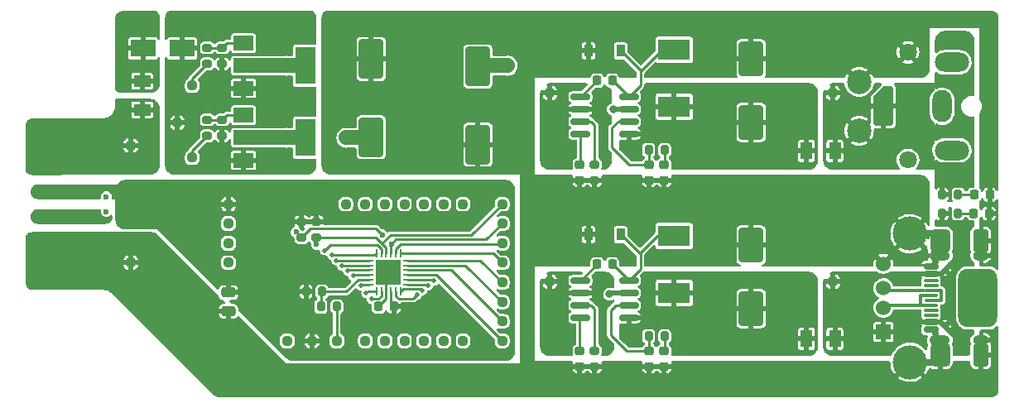
<source format=gbr>
%TF.GenerationSoftware,KiCad,Pcbnew,6.0.11+dfsg-1~bpo11+1*%
%TF.CreationDate,2024-04-01T13:46:52-04:00*%
%TF.ProjectId,Module - TPS540x,4d6f6475-6c65-4202-9d20-545053353430,1.0.0*%
%TF.SameCoordinates,Original*%
%TF.FileFunction,Copper,L1,Top*%
%TF.FilePolarity,Positive*%
%FSLAX46Y46*%
G04 Gerber Fmt 4.6, Leading zero omitted, Abs format (unit mm)*
G04 Created by KiCad (PCBNEW 6.0.11+dfsg-1~bpo11+1) date 2024-04-01 13:46:52*
%MOMM*%
%LPD*%
G01*
G04 APERTURE LIST*
G04 Aperture macros list*
%AMRoundRect*
0 Rectangle with rounded corners*
0 $1 Rounding radius*
0 $2 $3 $4 $5 $6 $7 $8 $9 X,Y pos of 4 corners*
0 Add a 4 corners polygon primitive as box body*
4,1,4,$2,$3,$4,$5,$6,$7,$8,$9,$2,$3,0*
0 Add four circle primitives for the rounded corners*
1,1,$1+$1,$2,$3*
1,1,$1+$1,$4,$5*
1,1,$1+$1,$6,$7*
1,1,$1+$1,$8,$9*
0 Add four rect primitives between the rounded corners*
20,1,$1+$1,$2,$3,$4,$5,0*
20,1,$1+$1,$4,$5,$6,$7,0*
20,1,$1+$1,$6,$7,$8,$9,0*
20,1,$1+$1,$8,$9,$2,$3,0*%
%AMFreePoly0*
4,1,18,-2.000000,0.800000,-1.984776,0.876537,-1.941421,0.941421,-1.876537,0.984776,-1.800000,1.000000,1.000000,1.000000,2.000000,0.000000,2.000000,-0.800000,1.984776,-0.876537,1.941421,-0.941421,1.876537,-0.984776,1.800000,-1.000000,-1.800000,-1.000000,-1.876537,-0.984776,-1.941421,-0.941421,-1.984776,-0.876537,-2.000000,-0.800000,-2.000000,0.800000,-2.000000,0.800000,$1*%
G04 Aperture macros list end*
%TA.AperFunction,ComponentPad*%
%ADD10RoundRect,0.330000X-0.170000X-0.170000X0.170000X-0.170000X0.170000X0.170000X-0.170000X0.170000X0*%
%TD*%
%TA.AperFunction,SMDPad,CuDef*%
%ADD11RoundRect,0.200000X-0.275000X0.200000X-0.275000X-0.200000X0.275000X-0.200000X0.275000X0.200000X0*%
%TD*%
%TA.AperFunction,SMDPad,CuDef*%
%ADD12R,0.900000X1.200000*%
%TD*%
%TA.AperFunction,SMDPad,CuDef*%
%ADD13RoundRect,0.250000X-1.000000X1.750000X-1.000000X-1.750000X1.000000X-1.750000X1.000000X1.750000X0*%
%TD*%
%TA.AperFunction,SMDPad,CuDef*%
%ADD14RoundRect,0.250000X-0.475000X0.250000X-0.475000X-0.250000X0.475000X-0.250000X0.475000X0.250000X0*%
%TD*%
%TA.AperFunction,SMDPad,CuDef*%
%ADD15RoundRect,0.200000X-0.200000X-0.275000X0.200000X-0.275000X0.200000X0.275000X-0.200000X0.275000X0*%
%TD*%
%TA.AperFunction,SMDPad,CuDef*%
%ADD16RoundRect,0.200000X0.275000X-0.200000X0.275000X0.200000X-0.275000X0.200000X-0.275000X-0.200000X0*%
%TD*%
%TA.AperFunction,ComponentPad*%
%ADD17FreePoly0,90.000000*%
%TD*%
%TA.AperFunction,ComponentPad*%
%ADD18C,2.500000*%
%TD*%
%TA.AperFunction,ComponentPad*%
%ADD19O,2.000000X3.300000*%
%TD*%
%TA.AperFunction,ComponentPad*%
%ADD20C,1.800000*%
%TD*%
%TA.AperFunction,ComponentPad*%
%ADD21O,3.500000X2.000000*%
%TD*%
%TA.AperFunction,SMDPad,CuDef*%
%ADD22RoundRect,0.150000X-0.825000X-0.150000X0.825000X-0.150000X0.825000X0.150000X-0.825000X0.150000X0*%
%TD*%
%TA.AperFunction,ComponentPad*%
%ADD23RoundRect,0.330000X0.170000X-0.170000X0.170000X0.170000X-0.170000X0.170000X-0.170000X-0.170000X0*%
%TD*%
%TA.AperFunction,SMDPad,CuDef*%
%ADD24RoundRect,0.225000X0.225000X0.250000X-0.225000X0.250000X-0.225000X-0.250000X0.225000X-0.250000X0*%
%TD*%
%TA.AperFunction,SMDPad,CuDef*%
%ADD25R,2.000000X1.500000*%
%TD*%
%TA.AperFunction,SMDPad,CuDef*%
%ADD26R,2.000000X3.800000*%
%TD*%
%TA.AperFunction,SMDPad,CuDef*%
%ADD27R,1.730000X1.190000*%
%TD*%
%TA.AperFunction,SMDPad,CuDef*%
%ADD28R,1.190000X1.730000*%
%TD*%
%TA.AperFunction,SMDPad,CuDef*%
%ADD29RoundRect,0.225000X-0.250000X0.225000X-0.250000X-0.225000X0.250000X-0.225000X0.250000X0.225000X0*%
%TD*%
%TA.AperFunction,SMDPad,CuDef*%
%ADD30RoundRect,0.062500X0.062500X-0.350000X0.062500X0.350000X-0.062500X0.350000X-0.062500X-0.350000X0*%
%TD*%
%TA.AperFunction,SMDPad,CuDef*%
%ADD31RoundRect,0.062500X0.350000X-0.062500X0.350000X0.062500X-0.350000X0.062500X-0.350000X-0.062500X0*%
%TD*%
%TA.AperFunction,SMDPad,CuDef*%
%ADD32R,2.600000X2.600000*%
%TD*%
%TA.AperFunction,SMDPad,CuDef*%
%ADD33R,3.320000X2.150000*%
%TD*%
%TA.AperFunction,SMDPad,CuDef*%
%ADD34RoundRect,0.250000X1.000000X-1.750000X1.000000X1.750000X-1.000000X1.750000X-1.000000X-1.750000X0*%
%TD*%
%TA.AperFunction,SMDPad,CuDef*%
%ADD35RoundRect,0.225000X-0.225000X-0.250000X0.225000X-0.250000X0.225000X0.250000X-0.225000X0.250000X0*%
%TD*%
%TA.AperFunction,SMDPad,CuDef*%
%ADD36RoundRect,0.218750X0.218750X0.256250X-0.218750X0.256250X-0.218750X-0.256250X0.218750X-0.256250X0*%
%TD*%
%TA.AperFunction,SMDPad,CuDef*%
%ADD37RoundRect,0.250000X1.000000X-1.500000X1.000000X1.500000X-1.000000X1.500000X-1.000000X-1.500000X0*%
%TD*%
%TA.AperFunction,SMDPad,CuDef*%
%ADD38RoundRect,0.150000X0.575000X-0.150000X0.575000X0.150000X-0.575000X0.150000X-0.575000X-0.150000X0*%
%TD*%
%TA.AperFunction,ComponentPad*%
%ADD39R,1.524000X1.524000*%
%TD*%
%TA.AperFunction,SMDPad,CuDef*%
%ADD40RoundRect,0.075000X0.075000X0.570000X-0.075000X0.570000X-0.075000X-0.570000X0.075000X-0.570000X0*%
%TD*%
%TA.AperFunction,SMDPad,CuDef*%
%ADD41R,3.675000X0.300000*%
%TD*%
%TA.AperFunction,SMDPad,CuDef*%
%ADD42RoundRect,0.075000X0.850000X-0.075000X0.850000X0.075000X-0.850000X0.075000X-0.850000X-0.075000X0*%
%TD*%
%TA.AperFunction,ComponentPad*%
%ADD43C,1.524000*%
%TD*%
%TA.AperFunction,SMDPad,CuDef*%
%ADD44R,4.175000X0.300000*%
%TD*%
%TA.AperFunction,SMDPad,CuDef*%
%ADD45RoundRect,0.150000X0.150000X-0.150000X0.150000X0.150000X-0.150000X0.150000X-0.150000X-0.150000X0*%
%TD*%
%TA.AperFunction,SMDPad,CuDef*%
%ADD46RoundRect,0.150000X0.250000X-0.150000X0.250000X0.150000X-0.250000X0.150000X-0.250000X-0.150000X0*%
%TD*%
%TA.AperFunction,ComponentPad*%
%ADD47O,1.600000X1.000000*%
%TD*%
%TA.AperFunction,ComponentPad*%
%ADD48C,3.500000*%
%TD*%
%TA.AperFunction,SMDPad,CuDef*%
%ADD49RoundRect,0.400000X0.400000X-0.800000X0.400000X0.800000X-0.400000X0.800000X-0.400000X-0.800000X0*%
%TD*%
%TA.AperFunction,SMDPad,CuDef*%
%ADD50RoundRect,0.525000X0.525000X-0.675000X0.525000X0.675000X-0.525000X0.675000X-0.525000X-0.675000X0*%
%TD*%
%TA.AperFunction,ComponentPad*%
%ADD51RoundRect,1.000000X-1.000000X2.000000X-1.000000X-2.000000X1.000000X-2.000000X1.000000X2.000000X0*%
%TD*%
%TA.AperFunction,ComponentPad*%
%ADD52O,2.100000X1.000000*%
%TD*%
%TA.AperFunction,SMDPad,CuDef*%
%ADD53RoundRect,0.075000X0.650000X-0.075000X0.650000X0.075000X-0.650000X0.075000X-0.650000X-0.075000X0*%
%TD*%
%TA.AperFunction,SMDPad,CuDef*%
%ADD54R,2.500000X1.800000*%
%TD*%
%TA.AperFunction,ViaPad*%
%ADD55C,1.600000*%
%TD*%
%TA.AperFunction,ViaPad*%
%ADD56C,0.800000*%
%TD*%
%TA.AperFunction,ViaPad*%
%ADD57C,0.600000*%
%TD*%
%TA.AperFunction,ViaPad*%
%ADD58C,0.500000*%
%TD*%
%TA.AperFunction,ViaPad*%
%ADD59C,1.524000*%
%TD*%
%TA.AperFunction,Conductor*%
%ADD60C,0.250000*%
%TD*%
%TA.AperFunction,Conductor*%
%ADD61C,0.500000*%
%TD*%
%TA.AperFunction,Conductor*%
%ADD62C,1.500000*%
%TD*%
G04 APERTURE END LIST*
D10*
%TO.P,TPc1,1,1*%
%TO.N,PC1*%
X87000000Y-114000000D03*
%TD*%
D11*
%TO.P,R702,1*%
%TO.N,/TPS540x 2/ROSC B*%
X108458000Y-95949000D03*
%TO.P,R702,2*%
%TO.N,GND*%
X108458000Y-97599000D03*
%TD*%
D12*
%TO.P,D502,1,K*%
%TO.N,/TPS540x 1/LX*%
X111124000Y-103124000D03*
%TO.P,D502,2,A*%
%TO.N,GND*%
X107824000Y-103124000D03*
%TD*%
D13*
%TO.P,C702,1*%
%TO.N,VswB*%
X96520000Y-85916000D03*
%TO.P,C702,2*%
%TO.N,GND*%
X96520000Y-93916000D03*
%TD*%
D14*
%TO.P,C1,1*%
%TO.N,I2C-Vcc*%
X71000000Y-109050000D03*
%TO.P,C1,2*%
%TO.N,GND*%
X71000000Y-110950000D03*
%TD*%
D15*
%TO.P,R1,1*%
%TO.N,I2C-Vcc*%
X78931000Y-108966000D03*
%TO.P,R1,2*%
%TO.N,/ATTinyXX17/PA0*%
X80581000Y-108966000D03*
%TD*%
D16*
%TO.P,R401,1*%
%TO.N,PA1*%
X68834000Y-93027000D03*
%TO.P,R401,2*%
%TO.N,Net-(Q401-Pad1)*%
X68834000Y-91377000D03*
%TD*%
D17*
%TO.P,J706,1,Pin_1*%
%TO.N,VoutB*%
X138000000Y-90000000D03*
D18*
X135500000Y-92500000D03*
D19*
%TO.P,J706,2,Pin_2*%
%TO.N,GND*%
X144000000Y-90000000D03*
D18*
X135500000Y-87500000D03*
D20*
%TO.P,J706,MP,MountPin*%
X140500000Y-95500000D03*
X140500000Y-84500000D03*
D21*
X145000000Y-94500000D03*
X145000000Y-85500000D03*
%TD*%
D22*
%TO.P,U701,1,BOOT*%
%TO.N,/TPS540x 2/BOOT B*%
X106999000Y-89027000D03*
%TO.P,U701,2,VIN*%
%TO.N,VswB*%
X106999000Y-90297000D03*
%TO.P,U701,3,ROSC*%
%TO.N,/TPS540x 2/ROSC B*%
X106999000Y-91567000D03*
%TO.P,U701,4,SS*%
%TO.N,Net-(C704-Pad1)*%
X106999000Y-92837000D03*
%TO.P,U701,5,VSENSE*%
%TO.N,/TPS540x 2/Vsense B*%
X111949000Y-92837000D03*
%TO.P,U701,6,COMP*%
%TO.N,/TPS540x 2/COMP B*%
X111949000Y-91567000D03*
%TO.P,U701,7,GND*%
%TO.N,GND*%
X111949000Y-90297000D03*
%TO.P,U701,8,LX*%
%TO.N,/TPS540x 2/LX*%
X111949000Y-89027000D03*
%TD*%
D10*
%TO.P,TP5,1,1*%
%TO.N,Dat0*%
X71000000Y-106000000D03*
%TD*%
%TO.P,TP301,1,1*%
%TO.N,Vsrc*%
X61000000Y-94000000D03*
%TD*%
D23*
%TO.P,TPc4,1,1*%
%TO.N,PC4*%
X93000000Y-114000000D03*
%TD*%
D24*
%TO.P,C2,1*%
%TO.N,I2C-Vcc*%
X87897000Y-110490000D03*
%TO.P,C2,2*%
%TO.N,GND*%
X86347000Y-110490000D03*
%TD*%
D25*
%TO.P,Q401,1,G*%
%TO.N,Net-(Q401-Pad1)*%
X72542000Y-90918000D03*
%TO.P,Q401,2,D*%
%TO.N,VswA*%
X72542000Y-93218000D03*
D26*
X78842000Y-93218000D03*
D25*
%TO.P,Q401,3,S*%
%TO.N,Vin*%
X72542000Y-95518000D03*
%TD*%
D10*
%TO.P,TPb4,1,1*%
%TO.N,PB4*%
X99000000Y-108000000D03*
%TD*%
D27*
%TO.P,F301,1*%
%TO.N,Vsrc*%
X62176000Y-90350000D03*
%TO.P,F301,2*%
%TO.N,/Source Power Rail/Vprot*%
X62176000Y-87450000D03*
%TD*%
D10*
%TO.P,TP502,1,1*%
%TO.N,VoutA*%
X132842000Y-107950000D03*
%TD*%
D22*
%TO.P,U501,1,BOOT*%
%TO.N,/TPS540x 1/BOOT A*%
X106999000Y-107823000D03*
%TO.P,U501,2,VIN*%
%TO.N,VswA*%
X106999000Y-109093000D03*
%TO.P,U501,3,ROSC*%
%TO.N,/TPS540x 1/ROSC A*%
X106999000Y-110363000D03*
%TO.P,U501,4,SS*%
%TO.N,Net-(C504-Pad1)*%
X106999000Y-111633000D03*
%TO.P,U501,5,VSENSE*%
%TO.N,/TPS540x 1/Vsense A*%
X111949000Y-111633000D03*
%TO.P,U501,6,COMP*%
%TO.N,/TPS540x 1/COMP A*%
X111949000Y-110363000D03*
%TO.P,U501,7,GND*%
%TO.N,GND*%
X111949000Y-109093000D03*
%TO.P,U501,8,LX*%
%TO.N,/TPS540x 1/LX*%
X111949000Y-107823000D03*
%TD*%
D11*
%TO.P,R3,1*%
%TO.N,I2C-Vcc*%
X78486000Y-101791000D03*
%TO.P,R3,2*%
%TO.N,PB1*%
X78486000Y-103441000D03*
%TD*%
D23*
%TO.P,TPa2,1,1*%
%TO.N,PA2*%
X85000000Y-100000000D03*
%TD*%
%TO.P,TPc5,1,1*%
%TO.N,PC5*%
X95000000Y-114000000D03*
%TD*%
D10*
%TO.P,TP701,1,1*%
%TO.N,VswB*%
X103886000Y-88646000D03*
%TD*%
D15*
%TO.P,R2,1*%
%TO.N,/ATTinyXX17/PA0*%
X80455000Y-110490000D03*
%TO.P,R2,2*%
%TO.N,~{RESET}*%
X82105000Y-110490000D03*
%TD*%
D28*
%TO.P,F701,1*%
%TO.N,/TPS540x 2/Vsense B*%
X130122000Y-94568472D03*
%TO.P,F701,2*%
%TO.N,VoutB*%
X133022000Y-94568472D03*
%TD*%
D16*
%TO.P,R604,1*%
%TO.N,Vin*%
X70358000Y-85661000D03*
%TO.P,R604,2*%
%TO.N,Net-(Q602-Pad1)*%
X70358000Y-84011000D03*
%TD*%
D23*
%TO.P,TPa4,1,1*%
%TO.N,PA4*%
X89000000Y-100000000D03*
%TD*%
D25*
%TO.P,Q602,1,G*%
%TO.N,Net-(Q602-Pad1)*%
X72542000Y-83552000D03*
%TO.P,Q602,2,D*%
%TO.N,VswB*%
X72542000Y-85852000D03*
D26*
X78842000Y-85852000D03*
D25*
%TO.P,Q602,3,S*%
%TO.N,Vin*%
X72542000Y-88152000D03*
%TD*%
D15*
%TO.P,R703,1*%
%TO.N,/TPS540x 2/COMP B*%
X113983000Y-94488000D03*
%TO.P,R703,2*%
%TO.N,Net-(C706-Pad1)*%
X115633000Y-94488000D03*
%TD*%
D29*
%TO.P,C504,1*%
%TO.N,Net-(C504-Pad1)*%
X106934000Y-115049000D03*
%TO.P,C504,2*%
%TO.N,GND*%
X106934000Y-116599000D03*
%TD*%
D23*
%TO.P,TP4,1,1*%
%TO.N,GND*%
X77000000Y-114000000D03*
%TD*%
D10*
%TO.P,TPb1,1,1*%
%TO.N,PB1*%
X99000000Y-102000000D03*
%TD*%
D23*
%TO.P,TPc2,1,1*%
%TO.N,PC2*%
X89000000Y-114000000D03*
%TD*%
%TO.P,TPa7,1,1*%
%TO.N,PA7*%
X95000000Y-100000000D03*
%TD*%
D30*
%TO.P,U1,1,PA2*%
%TO.N,PA2*%
X86126000Y-108947500D03*
%TO.P,U1,2,PA3*%
%TO.N,PA3*%
X86626000Y-108947500D03*
%TO.P,U1,3,GND*%
%TO.N,GND*%
X87126000Y-108947500D03*
%TO.P,U1,4,VCC*%
%TO.N,I2C-Vcc*%
X87626000Y-108947500D03*
%TO.P,U1,5,PA4*%
%TO.N,PA4*%
X88126000Y-108947500D03*
%TO.P,U1,6,PA5*%
%TO.N,PA5*%
X88626000Y-108947500D03*
D31*
%TO.P,U1,7,PA6*%
%TO.N,PA6*%
X89313500Y-108260000D03*
%TO.P,U1,8,PA7*%
%TO.N,PA7*%
X89313500Y-107760000D03*
%TO.P,U1,9,PB7*%
%TO.N,PB7*%
X89313500Y-107260000D03*
%TO.P,U1,10,PB6*%
%TO.N,PB6*%
X89313500Y-106760000D03*
%TO.P,U1,11,PB5*%
%TO.N,PB5*%
X89313500Y-106260000D03*
%TO.P,U1,12,PB4*%
%TO.N,PB4*%
X89313500Y-105760000D03*
D30*
%TO.P,U1,13,PB3*%
%TO.N,PB3*%
X88626000Y-105072500D03*
%TO.P,U1,14,PB2*%
%TO.N,PB2*%
X88126000Y-105072500D03*
%TO.P,U1,15,PB1*%
%TO.N,PB1*%
X87626000Y-105072500D03*
%TO.P,U1,16,PB0*%
%TO.N,PB0*%
X87126000Y-105072500D03*
%TO.P,U1,17,PC0*%
%TO.N,PC0*%
X86626000Y-105072500D03*
%TO.P,U1,18,PC1*%
%TO.N,PC1*%
X86126000Y-105072500D03*
D31*
%TO.P,U1,19,PC2*%
%TO.N,PC2*%
X85438500Y-105760000D03*
%TO.P,U1,20,PC3*%
%TO.N,PC3*%
X85438500Y-106260000D03*
%TO.P,U1,21,PC4*%
%TO.N,PC4*%
X85438500Y-106760000D03*
%TO.P,U1,22,PC5*%
%TO.N,PC5*%
X85438500Y-107260000D03*
%TO.P,U1,23,~{RESET}/PA0*%
%TO.N,/ATTinyXX17/PA0*%
X85438500Y-107760000D03*
%TO.P,U1,24,PA1*%
%TO.N,PA1*%
X85438500Y-108260000D03*
D32*
%TO.P,U1,25,GND*%
%TO.N,GND*%
X87376000Y-107010000D03*
%TD*%
D10*
%TO.P,TPc0,1,1*%
%TO.N,PC0*%
X85000000Y-114000000D03*
%TD*%
%TO.P,TP302,1,1*%
%TO.N,Vin*%
X65786000Y-91694000D03*
%TD*%
D33*
%TO.P,L701,1,1*%
%TO.N,/TPS540x 2/LX*%
X116586000Y-84212000D03*
%TO.P,L701,2,2*%
%TO.N,/TPS540x 2/Vsense B*%
X116586000Y-90032000D03*
%TD*%
D29*
%TO.P,C704,1*%
%TO.N,Net-(C704-Pad1)*%
X106934000Y-95999000D03*
%TO.P,C704,2*%
%TO.N,GND*%
X106934000Y-97549000D03*
%TD*%
D15*
%TO.P,R503,1*%
%TO.N,/TPS540x 1/COMP A*%
X113983000Y-113538000D03*
%TO.P,R503,2*%
%TO.N,Net-(C506-Pad1)*%
X115633000Y-113538000D03*
%TD*%
D10*
%TO.P,TPb5,1,1*%
%TO.N,PB5*%
X99000000Y-110000000D03*
%TD*%
%TO.P,TP303,1,1*%
%TO.N,GND*%
X61000000Y-106000000D03*
%TD*%
D11*
%TO.P,R502,1*%
%TO.N,/TPS540x 1/ROSC A*%
X108458000Y-114999000D03*
%TO.P,R502,2*%
%TO.N,GND*%
X108458000Y-116649000D03*
%TD*%
D34*
%TO.P,C502,1*%
%TO.N,VswA*%
X85598000Y-93154000D03*
%TO.P,C502,2*%
%TO.N,GND*%
X85598000Y-85154000D03*
%TD*%
D16*
%TO.P,R603,1*%
%TO.N,PA2*%
X68834000Y-85661000D03*
%TO.P,R603,2*%
%TO.N,Net-(Q602-Pad1)*%
X68834000Y-84011000D03*
%TD*%
D33*
%TO.P,L501,1,1*%
%TO.N,/TPS540x 1/LX*%
X116586000Y-103262000D03*
%TO.P,L501,2,2*%
%TO.N,/TPS540x 1/Vsense A*%
X116586000Y-109082000D03*
%TD*%
D16*
%TO.P,R402,1*%
%TO.N,Vin*%
X70358000Y-93027000D03*
%TO.P,R402,2*%
%TO.N,Net-(Q401-Pad1)*%
X70358000Y-91377000D03*
%TD*%
D23*
%TO.P,TPa0,1,1*%
%TO.N,~{RESET}*%
X82080000Y-114000000D03*
%TD*%
%TO.P,TPa6,1,1*%
%TO.N,PA6*%
X93000000Y-100000000D03*
%TD*%
D29*
%TO.P,C703,1*%
%TO.N,/TPS540x 2/COMP B*%
X114046000Y-95999000D03*
%TO.P,C703,2*%
%TO.N,GND*%
X114046000Y-97549000D03*
%TD*%
D23*
%TO.P,TPa1,1,1*%
%TO.N,PA1*%
X83000000Y-100000000D03*
%TD*%
D10*
%TO.P,TPa401,1,1*%
%TO.N,PA1*%
X67310000Y-95250000D03*
%TD*%
D35*
%TO.P,C701,1*%
%TO.N,/TPS540x 2/BOOT B*%
X108699000Y-87376000D03*
%TO.P,C701,2*%
%TO.N,/TPS540x 2/LX*%
X110249000Y-87376000D03*
%TD*%
D15*
%TO.P,R501,1*%
%TO.N,VoutA*%
X143975000Y-100940000D03*
%TO.P,R501,2*%
%TO.N,Net-(D501-Pad2)*%
X145625000Y-100940000D03*
%TD*%
D29*
%TO.P,C506,1*%
%TO.N,Net-(C506-Pad1)*%
X115570000Y-115049000D03*
%TO.P,C506,2*%
%TO.N,GND*%
X115570000Y-116599000D03*
%TD*%
D12*
%TO.P,D702,1,K*%
%TO.N,/TPS540x 2/LX*%
X111124000Y-84328000D03*
%TO.P,D702,2,A*%
%TO.N,GND*%
X107824000Y-84328000D03*
%TD*%
D36*
%TO.P,D501,1,K*%
%TO.N,GND*%
X148787500Y-100940000D03*
%TO.P,D501,2,A*%
%TO.N,Net-(D501-Pad2)*%
X147212500Y-100940000D03*
%TD*%
D10*
%TO.P,TPb2,1,1*%
%TO.N,PB2*%
X99000000Y-104000000D03*
%TD*%
%TO.P,TP8,1,1*%
%TO.N,PB0*%
X71000000Y-104000000D03*
%TD*%
%TO.P,TPa602,1,1*%
%TO.N,PA2*%
X67310000Y-87884000D03*
%TD*%
D23*
%TO.P,TP1,1,1*%
%TO.N,I2C-Vcc*%
X79540000Y-114000000D03*
%TD*%
D37*
%TO.P,C505,1*%
%TO.N,/TPS540x 1/Vsense A*%
X124460000Y-110692000D03*
%TO.P,C505,2*%
%TO.N,GND*%
X124460000Y-104192000D03*
%TD*%
D11*
%TO.P,R4,1*%
%TO.N,I2C-Vcc*%
X80010000Y-101791000D03*
%TO.P,R4,2*%
%TO.N,PB0*%
X80010000Y-103441000D03*
%TD*%
D36*
%TO.P,D701,1,K*%
%TO.N,GND*%
X148869500Y-99060000D03*
%TO.P,D701,2,A*%
%TO.N,Net-(D701-Pad2)*%
X147294500Y-99060000D03*
%TD*%
D10*
%TO.P,TP702,1,1*%
%TO.N,VoutB*%
X132842000Y-88646000D03*
%TD*%
D35*
%TO.P,C501,1*%
%TO.N,/TPS540x 1/BOOT A*%
X108699000Y-106172000D03*
%TO.P,C501,2*%
%TO.N,/TPS540x 1/LX*%
X110249000Y-106172000D03*
%TD*%
D38*
%TO.P,J505,1,VBUS*%
%TO.N,VoutA*%
X142853632Y-112050000D03*
X142853632Y-107150000D03*
X142853632Y-112050000D03*
X142853632Y-107150000D03*
D39*
X138000000Y-113100000D03*
D40*
%TO.P,J505,2,D-*%
%TO.N,unconnected-(J505-Pad2)*%
X141800000Y-109850000D03*
D41*
X140000000Y-110350000D03*
D42*
X142600000Y-110350000D03*
D43*
X138000000Y-110600000D03*
D42*
X142600000Y-109350000D03*
D44*
%TO.P,J505,3,D+*%
%TO.N,unconnected-(J505-Pad3)*%
X140200000Y-108850000D03*
D40*
X143900000Y-109350000D03*
D43*
X138000000Y-108600000D03*
D42*
X143100000Y-108850000D03*
X143100000Y-109850000D03*
D43*
%TO.P,J505,4,GND*%
%TO.N,GND*%
X138000000Y-106100000D03*
D38*
X142853632Y-112850000D03*
D45*
X143272848Y-113278785D03*
D38*
X142853632Y-112850000D03*
D46*
X142600000Y-103030000D03*
D45*
X143278430Y-105893428D03*
D38*
X142853632Y-106350000D03*
D46*
X142600000Y-116170000D03*
D38*
X142853632Y-106350000D03*
D47*
%TO.P,J505,5,Shield*%
X147948632Y-113920000D03*
D48*
X140710000Y-116170000D03*
D49*
X147948632Y-103753035D03*
D50*
X143780427Y-115446965D03*
D51*
X147668632Y-109600000D03*
D52*
X143768632Y-113920000D03*
D50*
X143780427Y-103753035D03*
D52*
X143768632Y-105280000D03*
D47*
X147948632Y-105280000D03*
D49*
X147948632Y-115446965D03*
D48*
X140710000Y-103030000D03*
D53*
%TO.P,J505,A5,A5*%
%TO.N,unconnected-(J505-PadA5)*%
X142853632Y-110850000D03*
%TO.P,J505,A8,A8*%
%TO.N,unconnected-(J505-PadA8)*%
X142853632Y-108350000D03*
%TO.P,J505,B5,B5*%
%TO.N,unconnected-(J505-PadB5)*%
X142853632Y-107850000D03*
%TO.P,J505,B8,B8*%
%TO.N,unconnected-(J505-PadB8)*%
X142853632Y-111350000D03*
%TD*%
D23*
%TO.P,TPa5,1,1*%
%TO.N,PA5*%
X91000000Y-100000000D03*
%TD*%
D10*
%TO.P,TPb7,1,1*%
%TO.N,PB7*%
X99000000Y-114000000D03*
%TD*%
%TO.P,TPb0,1,1*%
%TO.N,PB0*%
X99000000Y-100000000D03*
%TD*%
D37*
%TO.P,C705,1*%
%TO.N,/TPS540x 2/Vsense B*%
X124460000Y-91642000D03*
%TO.P,C705,2*%
%TO.N,GND*%
X124460000Y-85142000D03*
%TD*%
D15*
%TO.P,R701,1*%
%TO.N,VoutB*%
X143975000Y-99060000D03*
%TO.P,R701,2*%
%TO.N,Net-(D701-Pad2)*%
X145625000Y-99060000D03*
%TD*%
D29*
%TO.P,C706,1*%
%TO.N,Net-(C706-Pad1)*%
X115570000Y-95999000D03*
%TO.P,C706,2*%
%TO.N,GND*%
X115570000Y-97549000D03*
%TD*%
D54*
%TO.P,D301,1,K*%
%TO.N,Vin*%
X66262000Y-84074000D03*
%TO.P,D301,2,A*%
%TO.N,/Source Power Rail/Vprot*%
X62262000Y-84074000D03*
%TD*%
D10*
%TO.P,TP501,1,1*%
%TO.N,VswA*%
X103886000Y-107950000D03*
%TD*%
%TO.P,TPb3,1,1*%
%TO.N,PB3*%
X99000000Y-106000000D03*
%TD*%
D28*
%TO.P,F501,1*%
%TO.N,/TPS540x 1/Vsense A*%
X130122000Y-113789801D03*
%TO.P,F501,2*%
%TO.N,VoutA*%
X133022000Y-113789801D03*
%TD*%
D23*
%TO.P,TPc3,1,1*%
%TO.N,PC3*%
X91000000Y-114000000D03*
%TD*%
%TO.P,TPa3,1,1*%
%TO.N,PA3*%
X87000000Y-100000000D03*
%TD*%
D29*
%TO.P,C503,1*%
%TO.N,/TPS540x 1/COMP A*%
X114046000Y-115049000D03*
%TO.P,C503,2*%
%TO.N,GND*%
X114046000Y-116599000D03*
%TD*%
D10*
%TO.P,TP6,1,1*%
%TO.N,I2C-Vcc*%
X71000000Y-100000000D03*
%TD*%
%TO.P,TP7,1,1*%
%TO.N,PB1*%
X71000000Y-102000000D03*
%TD*%
%TO.P,TPb6,1,1*%
%TO.N,PB6*%
X99000000Y-112000000D03*
%TD*%
D55*
%TO.N,GND*%
X70040000Y-119000000D03*
X75000000Y-119000000D03*
X63000000Y-104000000D03*
X149000000Y-119000000D03*
D56*
X86602225Y-107596737D03*
X87366058Y-107010000D03*
D55*
X100000000Y-81000000D03*
D56*
X110363000Y-90297000D03*
X109982000Y-109220000D03*
D55*
X149000000Y-81000000D03*
X125000000Y-81000000D03*
D56*
X88062376Y-106383869D03*
D55*
X125000000Y-100000000D03*
X100000000Y-119000000D03*
X59000000Y-104000000D03*
D56*
X86614000Y-106372094D03*
X88003499Y-107643839D03*
D55*
X125000000Y-119000000D03*
X102000000Y-100000000D03*
D57*
%TO.N,Dat0*%
X58500000Y-101760000D03*
D58*
%TO.N,PA4*%
X90275494Y-109286500D03*
%TO.N,PA5*%
X90816265Y-108834500D03*
%TO.N,PA6*%
X91405346Y-108334500D03*
%TO.N,PA7*%
X92017250Y-107834500D03*
%TO.N,PA1*%
X84526000Y-108334500D03*
%TO.N,PA2*%
X85090000Y-109129500D03*
%TO.N,PA3*%
X85636000Y-109704000D03*
D57*
%TO.N,PB0*%
X80010000Y-104140000D03*
X58500000Y-100760000D03*
%TO.N,PB1*%
X86719221Y-103151601D03*
X58500000Y-99240000D03*
X87682777Y-104115157D03*
X77915000Y-102870000D03*
D58*
%TO.N,PC2*%
X82043020Y-105761020D03*
%TO.N,PC3*%
X82638000Y-106334500D03*
%TO.N,PC4*%
X83232000Y-106834500D03*
%TO.N,PC5*%
X83748000Y-107334500D03*
D55*
%TO.N,Vsrc*%
X63000000Y-96000000D03*
X59000000Y-96000000D03*
D57*
%TO.N,I2C-Vcc*%
X58500000Y-98240000D03*
D58*
%TO.N,PC0*%
X80860520Y-104736520D03*
%TO.N,PC1*%
X81564520Y-105186520D03*
D59*
%TO.N,VswB*%
X99568000Y-85852000D03*
X76962000Y-85852000D03*
%TO.N,VswA*%
X83058000Y-93218000D03*
X76962000Y-93218000D03*
%TD*%
D60*
%TO.N,GND*%
X87126000Y-107260000D02*
X87376000Y-107010000D01*
X87126000Y-109711000D02*
X87126000Y-108947500D01*
X86347000Y-110490000D02*
X87126000Y-109711000D01*
X87126000Y-108947500D02*
X87126000Y-107260000D01*
D61*
X110109000Y-109093000D02*
X109982000Y-109220000D01*
X111949000Y-109093000D02*
X110109000Y-109093000D01*
X110363000Y-90297000D02*
X111949000Y-90297000D01*
D60*
%TO.N,~{RESET}*%
X82080000Y-110515000D02*
X82080000Y-114000000D01*
%TO.N,PA4*%
X88402992Y-109685000D02*
X89876994Y-109685000D01*
X89876994Y-109685000D02*
X90275494Y-109286500D01*
X88126000Y-109408008D02*
X88402992Y-109685000D01*
X88126000Y-108947500D02*
X88126000Y-109408008D01*
%TO.N,PA5*%
X90693265Y-108711500D02*
X88862000Y-108711500D01*
X90816265Y-108834500D02*
X90693265Y-108711500D01*
X88862000Y-108711500D02*
X88626000Y-108947500D01*
%TO.N,PA6*%
X89313500Y-108260000D02*
X91330846Y-108260000D01*
X91330846Y-108260000D02*
X91405346Y-108334500D01*
%TO.N,PA7*%
X89313500Y-107760000D02*
X91942750Y-107760000D01*
X91942750Y-107760000D02*
X92017250Y-107834500D01*
%TO.N,PB2*%
X88126000Y-105072500D02*
X88126000Y-104611992D01*
X88126000Y-104611992D02*
X88655992Y-104082000D01*
X88655992Y-104082000D02*
X98918000Y-104082000D01*
%TO.N,PB3*%
X88626000Y-105072500D02*
X98072500Y-105072500D01*
X99000000Y-106000000D02*
X98072500Y-105072500D01*
%TO.N,PA1*%
X84600500Y-108260000D02*
X85438500Y-108260000D01*
X84526000Y-108334500D02*
X84600500Y-108260000D01*
X68834000Y-93027000D02*
X67310000Y-94551000D01*
X67310000Y-94551000D02*
X67310000Y-95250000D01*
%TO.N,PA2*%
X85090000Y-109129500D02*
X85272000Y-108947500D01*
X67310000Y-87185000D02*
X67310000Y-87884000D01*
X68834000Y-85661000D02*
X67310000Y-87185000D01*
X85272000Y-108947500D02*
X86126000Y-108947500D01*
%TO.N,PA3*%
X86344008Y-109690000D02*
X85650000Y-109690000D01*
X86626000Y-108947500D02*
X86626000Y-109408008D01*
X86626000Y-109408008D02*
X86344008Y-109690000D01*
X85650000Y-109690000D02*
X85636000Y-109704000D01*
%TO.N,PB0*%
X95818000Y-103182000D02*
X99000000Y-100000000D01*
X87126000Y-104475596D02*
X86702202Y-104051798D01*
X87572000Y-103182000D02*
X86702202Y-104051798D01*
X87126000Y-105072500D02*
X87126000Y-104475596D01*
X88704000Y-103182000D02*
X87572000Y-103182000D01*
X80010000Y-104140000D02*
X80010000Y-103441000D01*
X88704000Y-103182000D02*
X95818000Y-103182000D01*
X86702202Y-104051798D02*
X86091404Y-103441000D01*
X86091404Y-103441000D02*
X80010000Y-103441000D01*
%TO.N,PB1*%
X79406500Y-102520500D02*
X78486000Y-103441000D01*
X87626000Y-104144000D02*
X88138000Y-103632000D01*
X88138000Y-103632000D02*
X97368000Y-103632000D01*
X86719221Y-103151601D02*
X86083620Y-102516000D01*
X77915000Y-102870000D02*
X78486000Y-103441000D01*
X86719221Y-103151601D02*
X86088120Y-102520500D01*
X86088120Y-102520500D02*
X79406500Y-102520500D01*
X86083620Y-102516000D02*
X84428000Y-102516000D01*
X87626000Y-104171934D02*
X87626000Y-105072500D01*
X87682777Y-104115157D02*
X87626000Y-104171934D01*
X84428000Y-102516000D02*
X79411000Y-102516000D01*
X97368000Y-103632000D02*
X99000000Y-102000000D01*
X87626000Y-105072500D02*
X87626000Y-104144000D01*
X79411000Y-102516000D02*
X79406500Y-102520500D01*
X85036000Y-102516000D02*
X84428000Y-102516000D01*
%TO.N,PB4*%
X96760000Y-105760000D02*
X99000000Y-108000000D01*
X89313500Y-105760000D02*
X96760000Y-105760000D01*
%TO.N,PB5*%
X89313500Y-106260000D02*
X95260000Y-106260000D01*
X95260000Y-106260000D02*
X99000000Y-110000000D01*
%TO.N,PB6*%
X89313500Y-106760000D02*
X93760000Y-106760000D01*
X93760000Y-106760000D02*
X99000000Y-112000000D01*
%TO.N,PB7*%
X92260000Y-107260000D02*
X99000000Y-114000000D01*
X89313500Y-107260000D02*
X92260000Y-107260000D01*
%TO.N,PC2*%
X82043020Y-105761020D02*
X82044040Y-105760000D01*
X82044040Y-105760000D02*
X85438500Y-105760000D01*
%TO.N,PC3*%
X82638000Y-106334500D02*
X82712500Y-106260000D01*
X82712500Y-106260000D02*
X85438500Y-106260000D01*
%TO.N,PC4*%
X83306500Y-106760000D02*
X85438500Y-106760000D01*
X83232000Y-106834500D02*
X83306500Y-106760000D01*
%TO.N,PC5*%
X83822500Y-107260000D02*
X85438500Y-107260000D01*
X83748000Y-107334500D02*
X83822500Y-107260000D01*
%TO.N,/ATTinyXX17/PA0*%
X84264000Y-107760000D02*
X83058000Y-108966000D01*
X80455000Y-109092000D02*
X80581000Y-108966000D01*
X85438500Y-107760000D02*
X84264000Y-107760000D01*
X80455000Y-110490000D02*
X80455000Y-109092000D01*
X83058000Y-108966000D02*
X80581000Y-108966000D01*
%TO.N,I2C-Vcc*%
X87626000Y-110219000D02*
X87626000Y-108947500D01*
X87897000Y-110490000D02*
X87626000Y-110219000D01*
%TO.N,PC0*%
X86626000Y-105072500D02*
X86626000Y-104611992D01*
X86626000Y-104611992D02*
X86218206Y-104204198D01*
X81392842Y-104204198D02*
X80860520Y-104736520D01*
X86218206Y-104204198D02*
X81392842Y-104204198D01*
X80860520Y-104736520D02*
X81262040Y-104335000D01*
%TO.N,PC1*%
X86011980Y-105186520D02*
X86126000Y-105072500D01*
X81564520Y-105186520D02*
X86011980Y-105186520D01*
%TO.N,/TPS540x 1/LX*%
X113154000Y-106618000D02*
X113154000Y-105788000D01*
X110298000Y-106172000D02*
X110249000Y-106172000D01*
X113154000Y-105154000D02*
X113154000Y-105788000D01*
X114859000Y-103262000D02*
X116586000Y-103262000D01*
X111124000Y-103124000D02*
X113154000Y-105154000D01*
X113154000Y-105788000D02*
X113154000Y-104967000D01*
X113154000Y-104967000D02*
X114859000Y-103262000D01*
X111949000Y-107823000D02*
X110298000Y-106172000D01*
X111949000Y-107823000D02*
X113154000Y-106618000D01*
%TO.N,Net-(C504-Pad1)*%
X106934000Y-115049000D02*
X106934000Y-111698000D01*
X106934000Y-111698000D02*
X106999000Y-111633000D01*
%TO.N,Net-(C506-Pad1)*%
X115633000Y-114986000D02*
X115570000Y-115049000D01*
X115633000Y-113538000D02*
X115633000Y-114986000D01*
%TO.N,/TPS540x 2/LX*%
X113154000Y-87822000D02*
X111949000Y-89027000D01*
X113154000Y-86358000D02*
X113154000Y-86738000D01*
X115367000Y-84212000D02*
X113154000Y-86425000D01*
X110298000Y-87376000D02*
X110249000Y-87376000D01*
X116586000Y-84212000D02*
X115367000Y-84212000D01*
X111949000Y-89027000D02*
X110298000Y-87376000D01*
X113154000Y-86738000D02*
X113154000Y-87822000D01*
X113154000Y-86425000D02*
X113154000Y-86738000D01*
X111124000Y-84328000D02*
X113154000Y-86358000D01*
%TO.N,Net-(C704-Pad1)*%
X106934000Y-95999000D02*
X106999000Y-95934000D01*
X106999000Y-95934000D02*
X106999000Y-92837000D01*
%TO.N,Net-(D501-Pad2)*%
X147212500Y-100940000D02*
X145625000Y-100940000D01*
%TO.N,Net-(C706-Pad1)*%
X115633000Y-94488000D02*
X115633000Y-95936000D01*
X115633000Y-95936000D02*
X115570000Y-95999000D01*
%TO.N,Net-(D701-Pad2)*%
X147294500Y-99060000D02*
X145605000Y-99060000D01*
D62*
%TO.N,VswB*%
X99568000Y-85852000D02*
X96584000Y-85852000D01*
X96584000Y-85852000D02*
X96520000Y-85916000D01*
X76962000Y-85852000D02*
X72542000Y-85852000D01*
X76962000Y-85852000D02*
X78842000Y-85852000D01*
%TO.N,VswA*%
X83058000Y-93218000D02*
X85534000Y-93218000D01*
X76962000Y-93218000D02*
X78842000Y-93218000D01*
X85534000Y-93218000D02*
X85598000Y-93154000D01*
X76962000Y-93218000D02*
X72542000Y-93218000D01*
D60*
%TO.N,Net-(Q401-Pad1)*%
X70817000Y-90918000D02*
X70358000Y-91377000D01*
X70358000Y-91377000D02*
X68834000Y-91377000D01*
X72542000Y-90918000D02*
X70817000Y-90918000D01*
%TO.N,Net-(Q602-Pad1)*%
X70358000Y-84011000D02*
X68834000Y-84011000D01*
X70817000Y-83552000D02*
X70358000Y-84011000D01*
X72542000Y-83552000D02*
X70817000Y-83552000D01*
%TO.N,/TPS540x 1/BOOT A*%
X106999000Y-107823000D02*
X107048000Y-107823000D01*
X107048000Y-107823000D02*
X108699000Y-106172000D01*
%TO.N,/TPS540x 1/COMP A*%
X113983000Y-113538000D02*
X113983000Y-114986000D01*
X111747000Y-115049000D02*
X110109000Y-113411000D01*
X110109000Y-113411000D02*
X110109000Y-110871000D01*
X110109000Y-110871000D02*
X110617000Y-110363000D01*
X110617000Y-110363000D02*
X111949000Y-110363000D01*
X114046000Y-115049000D02*
X111747000Y-115049000D01*
X113983000Y-114986000D02*
X114046000Y-115049000D01*
%TO.N,/TPS540x 2/BOOT B*%
X107048000Y-89027000D02*
X108699000Y-87376000D01*
X106999000Y-89027000D02*
X107048000Y-89027000D01*
%TO.N,/TPS540x 2/COMP B*%
X110236000Y-94234000D02*
X110236000Y-92202000D01*
X110871000Y-91567000D02*
X111949000Y-91567000D01*
X110236000Y-92202000D02*
X110871000Y-91567000D01*
X112001000Y-95999000D02*
X110236000Y-94234000D01*
X113983000Y-95936000D02*
X114046000Y-95999000D01*
X114046000Y-95999000D02*
X112001000Y-95999000D01*
X113983000Y-94488000D02*
X113983000Y-95936000D01*
%TO.N,/TPS540x 1/ROSC A*%
X108458000Y-114999000D02*
X108458000Y-110744000D01*
X106999000Y-110363000D02*
X108077000Y-110363000D01*
X108458000Y-110744000D02*
X108077000Y-110363000D01*
%TO.N,/TPS540x 2/ROSC B*%
X108077000Y-91567000D02*
X108458000Y-91948000D01*
X108458000Y-95949000D02*
X108458000Y-91948000D01*
X106999000Y-91567000D02*
X108077000Y-91567000D01*
%TD*%
%TA.AperFunction,Conductor*%
%TO.N,Vsrc*%
G36*
X62987899Y-89237360D02*
G01*
X63164132Y-89254682D01*
X63188311Y-89259482D01*
X63351850Y-89308985D01*
X63374626Y-89318398D01*
X63525409Y-89398800D01*
X63545912Y-89412464D01*
X63678164Y-89520693D01*
X63695604Y-89538078D01*
X63804248Y-89669980D01*
X63817979Y-89690443D01*
X63898856Y-89840962D01*
X63908344Y-89863713D01*
X63958368Y-90027099D01*
X63963243Y-90051259D01*
X63967493Y-90093124D01*
X63981126Y-90227438D01*
X63981769Y-90239755D01*
X63982886Y-90591338D01*
X64000086Y-96005592D01*
X63999518Y-96017957D01*
X63982649Y-96194793D01*
X63977898Y-96219053D01*
X63928609Y-96383224D01*
X63919214Y-96406083D01*
X63838813Y-96557463D01*
X63825128Y-96578056D01*
X63756276Y-96662370D01*
X63716714Y-96710815D01*
X63699272Y-96728338D01*
X63675378Y-96748036D01*
X63567016Y-96837368D01*
X63546486Y-96851148D01*
X63395487Y-96932247D01*
X63372660Y-96941753D01*
X63208730Y-96991801D01*
X63184486Y-96996666D01*
X63007740Y-97014354D01*
X62995377Y-97014980D01*
X56686398Y-97024216D01*
X51007656Y-97032529D01*
X50995296Y-97031939D01*
X50818526Y-97014773D01*
X50794279Y-97009983D01*
X50630222Y-96960430D01*
X50607371Y-96950994D01*
X50583238Y-96938126D01*
X50456146Y-96870359D01*
X50435589Y-96856650D01*
X50303018Y-96748034D01*
X50285539Y-96730583D01*
X50283165Y-96727695D01*
X50255359Y-96662370D01*
X50254500Y-96647683D01*
X50254500Y-94271583D01*
X60254335Y-94271583D01*
X60259954Y-94314267D01*
X60264192Y-94330085D01*
X60316717Y-94456892D01*
X60324903Y-94471070D01*
X60408460Y-94579962D01*
X60420040Y-94591542D01*
X60528928Y-94675095D01*
X60543111Y-94683283D01*
X60669916Y-94735808D01*
X60685733Y-94740046D01*
X60728039Y-94745615D01*
X60742221Y-94743404D01*
X60746000Y-94730246D01*
X60746000Y-94729865D01*
X61254000Y-94729865D01*
X61258044Y-94743636D01*
X61271583Y-94745665D01*
X61314267Y-94740046D01*
X61330085Y-94735808D01*
X61456892Y-94683283D01*
X61471070Y-94675097D01*
X61579962Y-94591540D01*
X61591542Y-94579960D01*
X61675095Y-94471072D01*
X61683283Y-94456889D01*
X61735808Y-94330084D01*
X61740046Y-94314267D01*
X61745615Y-94271961D01*
X61743404Y-94257779D01*
X61730246Y-94254000D01*
X61272115Y-94254000D01*
X61256876Y-94258475D01*
X61255671Y-94259865D01*
X61254000Y-94267548D01*
X61254000Y-94729865D01*
X60746000Y-94729865D01*
X60746000Y-94272115D01*
X60741525Y-94256876D01*
X60740135Y-94255671D01*
X60732452Y-94254000D01*
X60270135Y-94254000D01*
X60256364Y-94258044D01*
X60254335Y-94271583D01*
X50254500Y-94271583D01*
X50254500Y-93728039D01*
X60254385Y-93728039D01*
X60256596Y-93742221D01*
X60269754Y-93746000D01*
X60727885Y-93746000D01*
X60743124Y-93741525D01*
X60744329Y-93740135D01*
X60746000Y-93732452D01*
X60746000Y-93727885D01*
X61254000Y-93727885D01*
X61258475Y-93743124D01*
X61259865Y-93744329D01*
X61267548Y-93746000D01*
X61729865Y-93746000D01*
X61743636Y-93741956D01*
X61745665Y-93728417D01*
X61740046Y-93685733D01*
X61735808Y-93669915D01*
X61683283Y-93543108D01*
X61675097Y-93528930D01*
X61591540Y-93420038D01*
X61579960Y-93408458D01*
X61471072Y-93324905D01*
X61456889Y-93316717D01*
X61330084Y-93264192D01*
X61314267Y-93259954D01*
X61271961Y-93254385D01*
X61257779Y-93256596D01*
X61254000Y-93269754D01*
X61254000Y-93727885D01*
X60746000Y-93727885D01*
X60746000Y-93270135D01*
X60741956Y-93256364D01*
X60728417Y-93254335D01*
X60685733Y-93259954D01*
X60669915Y-93264192D01*
X60543108Y-93316717D01*
X60528930Y-93324903D01*
X60420038Y-93408460D01*
X60408458Y-93420040D01*
X60324905Y-93528928D01*
X60316717Y-93543111D01*
X60264192Y-93669916D01*
X60259954Y-93685733D01*
X60254385Y-93728039D01*
X50254500Y-93728039D01*
X50254500Y-91997476D01*
X50256921Y-91972894D01*
X50257065Y-91972170D01*
X50259486Y-91960000D01*
X50257065Y-91947830D01*
X50257065Y-91940144D01*
X50257672Y-91927793D01*
X50267609Y-91826908D01*
X50272425Y-91802691D01*
X50307649Y-91686574D01*
X50317093Y-91663774D01*
X50374292Y-91556761D01*
X50388011Y-91536230D01*
X50464981Y-91442444D01*
X50482444Y-91424981D01*
X50576230Y-91348011D01*
X50596761Y-91334292D01*
X50703774Y-91277093D01*
X50726574Y-91267649D01*
X50842691Y-91232425D01*
X50866908Y-91227609D01*
X50967793Y-91217672D01*
X50980144Y-91217065D01*
X50987830Y-91217065D01*
X51000000Y-91219486D01*
X51012897Y-91216921D01*
X51037476Y-91214500D01*
X58106524Y-91214500D01*
X58131103Y-91216921D01*
X58144000Y-91219486D01*
X58153209Y-91217654D01*
X58340854Y-91202886D01*
X58345661Y-91201732D01*
X58345667Y-91201731D01*
X58466853Y-91172637D01*
X58532860Y-91156790D01*
X58626971Y-91117808D01*
X58710718Y-91083119D01*
X58710722Y-91083117D01*
X58715292Y-91081224D01*
X58883657Y-90978050D01*
X58887412Y-90974843D01*
X58887416Y-90974840D01*
X58900309Y-90963828D01*
X61057001Y-90963828D01*
X61058209Y-90976088D01*
X61069315Y-91031931D01*
X61078633Y-91054427D01*
X61120983Y-91117808D01*
X61138192Y-91135017D01*
X61201575Y-91177368D01*
X61224066Y-91186684D01*
X61279915Y-91197793D01*
X61292170Y-91199000D01*
X61903885Y-91199000D01*
X61919124Y-91194525D01*
X61920329Y-91193135D01*
X61922000Y-91185452D01*
X61922000Y-91180884D01*
X62430000Y-91180884D01*
X62434475Y-91196123D01*
X62435865Y-91197328D01*
X62443548Y-91198999D01*
X63059828Y-91198999D01*
X63072088Y-91197791D01*
X63127931Y-91186685D01*
X63150427Y-91177367D01*
X63213808Y-91135017D01*
X63231017Y-91117808D01*
X63273368Y-91054425D01*
X63282684Y-91031934D01*
X63293793Y-90976085D01*
X63295000Y-90963830D01*
X63295000Y-90622115D01*
X63290525Y-90606876D01*
X63289135Y-90605671D01*
X63281452Y-90604000D01*
X62448115Y-90604000D01*
X62432876Y-90608475D01*
X62431671Y-90609865D01*
X62430000Y-90617548D01*
X62430000Y-91180884D01*
X61922000Y-91180884D01*
X61922000Y-90622115D01*
X61917525Y-90606876D01*
X61916135Y-90605671D01*
X61908452Y-90604000D01*
X61075116Y-90604000D01*
X61059877Y-90608475D01*
X61058672Y-90609865D01*
X61057001Y-90617548D01*
X61057001Y-90963828D01*
X58900309Y-90963828D01*
X59030052Y-90853016D01*
X59033808Y-90849808D01*
X59043230Y-90838776D01*
X59158840Y-90703416D01*
X59158843Y-90703412D01*
X59162050Y-90699657D01*
X59265224Y-90531292D01*
X59340790Y-90348860D01*
X59365655Y-90245290D01*
X59385731Y-90161667D01*
X59385732Y-90161661D01*
X59386886Y-90156854D01*
X59393101Y-90077885D01*
X61057000Y-90077885D01*
X61061475Y-90093124D01*
X61062865Y-90094329D01*
X61070548Y-90096000D01*
X61903885Y-90096000D01*
X61919124Y-90091525D01*
X61920329Y-90090135D01*
X61922000Y-90082452D01*
X61922000Y-90077885D01*
X62430000Y-90077885D01*
X62434475Y-90093124D01*
X62435865Y-90094329D01*
X62443548Y-90096000D01*
X63276884Y-90096000D01*
X63292123Y-90091525D01*
X63293328Y-90090135D01*
X63294999Y-90082452D01*
X63294999Y-89736172D01*
X63293791Y-89723912D01*
X63282685Y-89668069D01*
X63273367Y-89645573D01*
X63231017Y-89582192D01*
X63213808Y-89564983D01*
X63150425Y-89522632D01*
X63127934Y-89513316D01*
X63072085Y-89502207D01*
X63059830Y-89501000D01*
X62448115Y-89501000D01*
X62432876Y-89505475D01*
X62431671Y-89506865D01*
X62430000Y-89514548D01*
X62430000Y-90077885D01*
X61922000Y-90077885D01*
X61922000Y-89519116D01*
X61917525Y-89503877D01*
X61916135Y-89502672D01*
X61908452Y-89501001D01*
X61292172Y-89501001D01*
X61279912Y-89502209D01*
X61224069Y-89513315D01*
X61201573Y-89522633D01*
X61138192Y-89564983D01*
X61120983Y-89582192D01*
X61078632Y-89645575D01*
X61069316Y-89668066D01*
X61058207Y-89723915D01*
X61057000Y-89736170D01*
X61057000Y-90077885D01*
X59393101Y-90077885D01*
X59401654Y-89969209D01*
X59403486Y-89960000D01*
X59400921Y-89947103D01*
X59398500Y-89922524D01*
X59398500Y-89362756D01*
X59418502Y-89294635D01*
X59472158Y-89248142D01*
X59524500Y-89236756D01*
X62975574Y-89236756D01*
X62987899Y-89237360D01*
G37*
%TD.AperFunction*%
%TD*%
%TA.AperFunction,Conductor*%
%TO.N,VoutB*%
G36*
X133953526Y-87650002D02*
G01*
X134000019Y-87703658D01*
X134009300Y-87734453D01*
X134009428Y-87736083D01*
X134010581Y-87740887D01*
X134010582Y-87740891D01*
X134034019Y-87838512D01*
X134064711Y-87966354D01*
X134066604Y-87970925D01*
X134066605Y-87970927D01*
X134143356Y-88156218D01*
X134155336Y-88185141D01*
X134279070Y-88387057D01*
X134432868Y-88567132D01*
X134612943Y-88720930D01*
X134814859Y-88844664D01*
X134819429Y-88846557D01*
X134819433Y-88846559D01*
X135029073Y-88933395D01*
X135029075Y-88933396D01*
X135033646Y-88935289D01*
X135113499Y-88954460D01*
X135259104Y-88989417D01*
X135259110Y-88989418D01*
X135263917Y-88990572D01*
X135500000Y-89009152D01*
X135736083Y-88990572D01*
X135740890Y-88989418D01*
X135740896Y-88989417D01*
X135886501Y-88954460D01*
X135966354Y-88935289D01*
X135970925Y-88933396D01*
X135970927Y-88933395D01*
X136180567Y-88846559D01*
X136180571Y-88846557D01*
X136185141Y-88844664D01*
X136387057Y-88720930D01*
X136567132Y-88567132D01*
X136720930Y-88387057D01*
X136844664Y-88185141D01*
X136856645Y-88156218D01*
X136933395Y-87970927D01*
X136933396Y-87970925D01*
X136935289Y-87966354D01*
X136965981Y-87838512D01*
X136989418Y-87740891D01*
X136989419Y-87740887D01*
X136990572Y-87736083D01*
X136990637Y-87735256D01*
X137020557Y-87672138D01*
X137080824Y-87634610D01*
X137114595Y-87630000D01*
X137706600Y-87630000D01*
X137774721Y-87650002D01*
X137821214Y-87703658D01*
X137831318Y-87773932D01*
X137801824Y-87838512D01*
X137795695Y-87845095D01*
X136807042Y-88833748D01*
X136799166Y-88843359D01*
X136767434Y-88890999D01*
X136758158Y-88913468D01*
X136747198Y-88968818D01*
X136746000Y-88981038D01*
X136746000Y-89727885D01*
X136750475Y-89743124D01*
X136751865Y-89744329D01*
X136759548Y-89746000D01*
X139235884Y-89746000D01*
X139251123Y-89741525D01*
X139252328Y-89740135D01*
X139253999Y-89732452D01*
X139253999Y-88148717D01*
X139253720Y-88142793D01*
X139251719Y-88121618D01*
X139248451Y-88106720D01*
X139208884Y-87994049D01*
X139200163Y-87977580D01*
X139130248Y-87882922D01*
X139117082Y-87869756D01*
X139100288Y-87857352D01*
X139057377Y-87800791D01*
X139051857Y-87730009D01*
X139085480Y-87667480D01*
X139147572Y-87633054D01*
X139175147Y-87630000D01*
X143256000Y-87630000D01*
X143256000Y-88339522D01*
X143147427Y-88422833D01*
X143143654Y-88426979D01*
X143143649Y-88426984D01*
X143052669Y-88526970D01*
X142996714Y-88588464D01*
X142877714Y-88778167D01*
X142875620Y-88783376D01*
X142875619Y-88783378D01*
X142836983Y-88879489D01*
X142794188Y-88985944D01*
X142748776Y-89205228D01*
X142748510Y-89209839D01*
X142748510Y-89209840D01*
X142747581Y-89225962D01*
X142745500Y-89262048D01*
X142745500Y-90706819D01*
X142745749Y-90709606D01*
X142745749Y-90709612D01*
X142751939Y-90778962D01*
X142760336Y-90873051D01*
X142819427Y-91089051D01*
X142821839Y-91094109D01*
X142821841Y-91094113D01*
X142911753Y-91282618D01*
X142915834Y-91291174D01*
X143046511Y-91473030D01*
X143207326Y-91628871D01*
X143211981Y-91631999D01*
X143256000Y-91661578D01*
X143256000Y-93729840D01*
X143146230Y-93893197D01*
X143056218Y-94098248D01*
X143003941Y-94315998D01*
X142991051Y-94539564D01*
X143017954Y-94761880D01*
X143083800Y-94975917D01*
X143086370Y-94980897D01*
X143086372Y-94980901D01*
X143125288Y-95056299D01*
X143186509Y-95174912D01*
X143250985Y-95258938D01*
X143256000Y-95265474D01*
X143256000Y-96520000D01*
X141422066Y-96520000D01*
X141353945Y-96499998D01*
X141307452Y-96446342D01*
X141297348Y-96376068D01*
X141325192Y-96313431D01*
X141375452Y-96253000D01*
X141455530Y-96156717D01*
X141458354Y-96151674D01*
X141458357Y-96151670D01*
X141556383Y-95976632D01*
X141556384Y-95976630D01*
X141559207Y-95971589D01*
X141627410Y-95770667D01*
X141629755Y-95754500D01*
X141648750Y-95623489D01*
X141657857Y-95560681D01*
X141659446Y-95500000D01*
X141640031Y-95288708D01*
X141633479Y-95265474D01*
X141584004Y-95090051D01*
X141584003Y-95090049D01*
X141582436Y-95084492D01*
X141488590Y-94894191D01*
X141439415Y-94828337D01*
X141365089Y-94728803D01*
X141365088Y-94728802D01*
X141361636Y-94724179D01*
X141337524Y-94701890D01*
X141210066Y-94584069D01*
X141210063Y-94584067D01*
X141205826Y-94580150D01*
X141026377Y-94466926D01*
X140829300Y-94388300D01*
X140823643Y-94387175D01*
X140823637Y-94387173D01*
X140626863Y-94348033D01*
X140626859Y-94348033D01*
X140621195Y-94346906D01*
X140615420Y-94346830D01*
X140615416Y-94346830D01*
X140508804Y-94345434D01*
X140409031Y-94344128D01*
X140403334Y-94345107D01*
X140403333Y-94345107D01*
X140386305Y-94348033D01*
X140199913Y-94380061D01*
X140000846Y-94453501D01*
X139995885Y-94456453D01*
X139995884Y-94456453D01*
X139823463Y-94559032D01*
X139823460Y-94559034D01*
X139818495Y-94561988D01*
X139814155Y-94565794D01*
X139814151Y-94565797D01*
X139679365Y-94684002D01*
X139658968Y-94701890D01*
X139655393Y-94706425D01*
X139655392Y-94706426D01*
X139549628Y-94840587D01*
X139527607Y-94868520D01*
X139428812Y-95056299D01*
X139365891Y-95258938D01*
X139340951Y-95469649D01*
X139354829Y-95681377D01*
X139407058Y-95887031D01*
X139495890Y-96079723D01*
X139618350Y-96253000D01*
X139622484Y-96257027D01*
X139670442Y-96303746D01*
X139705279Y-96365608D01*
X139701142Y-96436484D01*
X139659343Y-96493871D01*
X139593153Y-96519551D01*
X139582520Y-96520000D01*
X132832187Y-96520000D01*
X132819837Y-96519393D01*
X132643260Y-96502001D01*
X132619043Y-96497185D01*
X132455190Y-96447482D01*
X132432371Y-96438029D01*
X132373583Y-96406607D01*
X132281369Y-96357317D01*
X132260842Y-96343601D01*
X132128479Y-96234974D01*
X132111026Y-96217521D01*
X132002399Y-96085158D01*
X131988681Y-96064628D01*
X131907971Y-95913629D01*
X131898518Y-95890809D01*
X131895673Y-95881431D01*
X131848815Y-95726957D01*
X131843998Y-95702737D01*
X131842495Y-95687471D01*
X131826607Y-95526163D01*
X131826000Y-95513813D01*
X131826000Y-95452300D01*
X132173001Y-95452300D01*
X132174209Y-95464560D01*
X132185315Y-95520403D01*
X132194633Y-95542899D01*
X132236983Y-95606280D01*
X132254192Y-95623489D01*
X132317575Y-95665840D01*
X132340066Y-95675156D01*
X132395915Y-95686265D01*
X132408170Y-95687472D01*
X132749885Y-95687472D01*
X132765124Y-95682997D01*
X132766329Y-95681607D01*
X132768000Y-95673924D01*
X132768000Y-95669356D01*
X133276000Y-95669356D01*
X133280475Y-95684595D01*
X133281865Y-95685800D01*
X133289548Y-95687471D01*
X133635828Y-95687471D01*
X133648088Y-95686263D01*
X133703931Y-95675157D01*
X133726427Y-95665839D01*
X133789808Y-95623489D01*
X133807017Y-95606280D01*
X133849368Y-95542897D01*
X133858684Y-95520406D01*
X133869793Y-95464557D01*
X133871000Y-95452302D01*
X133871000Y-94840587D01*
X133866525Y-94825348D01*
X133865135Y-94824143D01*
X133857452Y-94822472D01*
X133294115Y-94822472D01*
X133278876Y-94826947D01*
X133277671Y-94828337D01*
X133276000Y-94836020D01*
X133276000Y-95669356D01*
X132768000Y-95669356D01*
X132768000Y-94840587D01*
X132763525Y-94825348D01*
X132762135Y-94824143D01*
X132754452Y-94822472D01*
X132191116Y-94822472D01*
X132175877Y-94826947D01*
X132174672Y-94828337D01*
X132173001Y-94836020D01*
X132173001Y-95452300D01*
X131826000Y-95452300D01*
X131826000Y-94296357D01*
X132173000Y-94296357D01*
X132177475Y-94311596D01*
X132178865Y-94312801D01*
X132186548Y-94314472D01*
X132749885Y-94314472D01*
X132765124Y-94309997D01*
X132766329Y-94308607D01*
X132768000Y-94300924D01*
X132768000Y-94296357D01*
X133276000Y-94296357D01*
X133280475Y-94311596D01*
X133281865Y-94312801D01*
X133289548Y-94314472D01*
X133852884Y-94314472D01*
X133868123Y-94309997D01*
X133869328Y-94308607D01*
X133870999Y-94300924D01*
X133870999Y-93729762D01*
X134635068Y-93729762D01*
X134640795Y-93737412D01*
X134810867Y-93841632D01*
X134819661Y-93846113D01*
X135029228Y-93932918D01*
X135038613Y-93935967D01*
X135259182Y-93988922D01*
X135268929Y-93990465D01*
X135495070Y-94008263D01*
X135504930Y-94008263D01*
X135731071Y-93990465D01*
X135740818Y-93988922D01*
X135961387Y-93935967D01*
X135970772Y-93932918D01*
X136180339Y-93846113D01*
X136189133Y-93841632D01*
X136355539Y-93739659D01*
X136364999Y-93729203D01*
X136361215Y-93720425D01*
X135512812Y-92872022D01*
X135498868Y-92864408D01*
X135497035Y-92864539D01*
X135490420Y-92868790D01*
X134641828Y-93717382D01*
X134635068Y-93729762D01*
X133870999Y-93729762D01*
X133870999Y-93684644D01*
X133869791Y-93672384D01*
X133858685Y-93616541D01*
X133849367Y-93594045D01*
X133807017Y-93530664D01*
X133789808Y-93513455D01*
X133726425Y-93471104D01*
X133703934Y-93461788D01*
X133648085Y-93450679D01*
X133635830Y-93449472D01*
X133294115Y-93449472D01*
X133278876Y-93453947D01*
X133277671Y-93455337D01*
X133276000Y-93463020D01*
X133276000Y-94296357D01*
X132768000Y-94296357D01*
X132768000Y-93467588D01*
X132763525Y-93452349D01*
X132762135Y-93451144D01*
X132754452Y-93449473D01*
X132408172Y-93449473D01*
X132395912Y-93450681D01*
X132340069Y-93461787D01*
X132317573Y-93471105D01*
X132254192Y-93513455D01*
X132236983Y-93530664D01*
X132194632Y-93594047D01*
X132185316Y-93616538D01*
X132174207Y-93672387D01*
X132173000Y-93684642D01*
X132173000Y-94296357D01*
X131826000Y-94296357D01*
X131826000Y-92504930D01*
X133991737Y-92504930D01*
X134009535Y-92731071D01*
X134011078Y-92740818D01*
X134064033Y-92961387D01*
X134067082Y-92970772D01*
X134153887Y-93180339D01*
X134158368Y-93189133D01*
X134260341Y-93355539D01*
X134270797Y-93364999D01*
X134279575Y-93361215D01*
X135127978Y-92512812D01*
X135134356Y-92501132D01*
X135864408Y-92501132D01*
X135864539Y-92502965D01*
X135868790Y-92509580D01*
X136717382Y-93358172D01*
X136729762Y-93364932D01*
X136737412Y-93359205D01*
X136841632Y-93189133D01*
X136846113Y-93180339D01*
X136932918Y-92970772D01*
X136935967Y-92961387D01*
X136988922Y-92740818D01*
X136990465Y-92731071D01*
X137008263Y-92504930D01*
X137008263Y-92495070D01*
X136999878Y-92388533D01*
X137014474Y-92319053D01*
X137064316Y-92268494D01*
X137137344Y-92253206D01*
X137142792Y-92253721D01*
X137148713Y-92254000D01*
X137727885Y-92254000D01*
X137743124Y-92249525D01*
X137744329Y-92248135D01*
X137746000Y-92240452D01*
X137746000Y-92235884D01*
X138254000Y-92235884D01*
X138258475Y-92251123D01*
X138259865Y-92252328D01*
X138267548Y-92253999D01*
X138851283Y-92253999D01*
X138857207Y-92253720D01*
X138878382Y-92251719D01*
X138893280Y-92248451D01*
X139005951Y-92208884D01*
X139022420Y-92200163D01*
X139117078Y-92130248D01*
X139130248Y-92117078D01*
X139200163Y-92022420D01*
X139208884Y-92005951D01*
X139248452Y-91893277D01*
X139251719Y-91878386D01*
X139253721Y-91857201D01*
X139254000Y-91851287D01*
X139254000Y-90272115D01*
X139249525Y-90256876D01*
X139248135Y-90255671D01*
X139240452Y-90254000D01*
X138272115Y-90254000D01*
X138256876Y-90258475D01*
X138255671Y-90259865D01*
X138254000Y-90267548D01*
X138254000Y-92235884D01*
X137746000Y-92235884D01*
X137746000Y-90272115D01*
X137741525Y-90256876D01*
X137740135Y-90255671D01*
X137732452Y-90254000D01*
X136764115Y-90254000D01*
X136748876Y-90258475D01*
X136747671Y-90259865D01*
X136746000Y-90267548D01*
X136746001Y-91561019D01*
X136725999Y-91629140D01*
X136709096Y-91650114D01*
X135872022Y-92487188D01*
X135864408Y-92501132D01*
X135134356Y-92501132D01*
X135135592Y-92498868D01*
X135135461Y-92497035D01*
X135131210Y-92490420D01*
X134282618Y-91641828D01*
X134270238Y-91635068D01*
X134262588Y-91640795D01*
X134158368Y-91810867D01*
X134153887Y-91819661D01*
X134067082Y-92029228D01*
X134064033Y-92038613D01*
X134011078Y-92259182D01*
X134009535Y-92268929D01*
X133991737Y-92495070D01*
X133991737Y-92504930D01*
X131826000Y-92504930D01*
X131826000Y-91270797D01*
X134635001Y-91270797D01*
X134638785Y-91279575D01*
X135487188Y-92127978D01*
X135501132Y-92135592D01*
X135502965Y-92135461D01*
X135509580Y-92131210D01*
X136358172Y-91282618D01*
X136364932Y-91270238D01*
X136359205Y-91262588D01*
X136189133Y-91158368D01*
X136180339Y-91153887D01*
X135970772Y-91067082D01*
X135961387Y-91064033D01*
X135740818Y-91011078D01*
X135731071Y-91009535D01*
X135504930Y-90991737D01*
X135495070Y-90991737D01*
X135268929Y-91009535D01*
X135259182Y-91011078D01*
X135038613Y-91064033D01*
X135029228Y-91067082D01*
X134819661Y-91153887D01*
X134810867Y-91158368D01*
X134644461Y-91260341D01*
X134635001Y-91270797D01*
X131826000Y-91270797D01*
X131826000Y-88917583D01*
X132096335Y-88917583D01*
X132101954Y-88960267D01*
X132106192Y-88976085D01*
X132158717Y-89102892D01*
X132166903Y-89117070D01*
X132250460Y-89225962D01*
X132262040Y-89237542D01*
X132370928Y-89321095D01*
X132385111Y-89329283D01*
X132511916Y-89381808D01*
X132527733Y-89386046D01*
X132570039Y-89391615D01*
X132584221Y-89389404D01*
X132588000Y-89376246D01*
X132588000Y-89375865D01*
X133096000Y-89375865D01*
X133100044Y-89389636D01*
X133113583Y-89391665D01*
X133156267Y-89386046D01*
X133172085Y-89381808D01*
X133298892Y-89329283D01*
X133313070Y-89321097D01*
X133421962Y-89237540D01*
X133433542Y-89225960D01*
X133517095Y-89117072D01*
X133525283Y-89102889D01*
X133577808Y-88976084D01*
X133582046Y-88960267D01*
X133587615Y-88917961D01*
X133585404Y-88903779D01*
X133572246Y-88900000D01*
X133114115Y-88900000D01*
X133098876Y-88904475D01*
X133097671Y-88905865D01*
X133096000Y-88913548D01*
X133096000Y-89375865D01*
X132588000Y-89375865D01*
X132588000Y-88918115D01*
X132583525Y-88902876D01*
X132582135Y-88901671D01*
X132574452Y-88900000D01*
X132112135Y-88900000D01*
X132098364Y-88904044D01*
X132096335Y-88917583D01*
X131826000Y-88917583D01*
X131826000Y-88636187D01*
X131826607Y-88623837D01*
X131830500Y-88584311D01*
X131843999Y-88447260D01*
X131848817Y-88423035D01*
X131857282Y-88395131D01*
X131896198Y-88335751D01*
X131961040Y-88306836D01*
X132031221Y-88317568D01*
X132084459Y-88364538D01*
X132090295Y-88380114D01*
X132097112Y-88387795D01*
X132111754Y-88392000D01*
X132569885Y-88392000D01*
X132585124Y-88387525D01*
X132586329Y-88386135D01*
X132588000Y-88378452D01*
X132588000Y-88373885D01*
X133096000Y-88373885D01*
X133100475Y-88389124D01*
X133101865Y-88390329D01*
X133109548Y-88392000D01*
X133571865Y-88392000D01*
X133585636Y-88387956D01*
X133587665Y-88374417D01*
X133582046Y-88331733D01*
X133577808Y-88315915D01*
X133525283Y-88189108D01*
X133517097Y-88174930D01*
X133433540Y-88066038D01*
X133421960Y-88054458D01*
X133313072Y-87970905D01*
X133298889Y-87962717D01*
X133172084Y-87910192D01*
X133156267Y-87905954D01*
X133113961Y-87900385D01*
X133099779Y-87902596D01*
X133096000Y-87915754D01*
X133096000Y-88373885D01*
X132588000Y-88373885D01*
X132588000Y-87916135D01*
X132583525Y-87900896D01*
X132566519Y-87886160D01*
X132545386Y-87876356D01*
X132507360Y-87816401D01*
X132507784Y-87745406D01*
X132546524Y-87685910D01*
X132591890Y-87661052D01*
X132619037Y-87652817D01*
X132643260Y-87647999D01*
X132819837Y-87630607D01*
X132832187Y-87630000D01*
X133885405Y-87630000D01*
X133953526Y-87650002D01*
G37*
%TD.AperFunction*%
%TD*%
%TA.AperFunction,Conductor*%
%TO.N,GND*%
G36*
X106169695Y-116098002D02*
G01*
X106216188Y-116151658D01*
X106226292Y-116221932D01*
X106219556Y-116248229D01*
X106214135Y-116262689D01*
X106210510Y-116277934D01*
X106205369Y-116325259D01*
X106205237Y-116327693D01*
X106209475Y-116342124D01*
X106210865Y-116343329D01*
X106218548Y-116345000D01*
X107632095Y-116345000D01*
X107700216Y-116365002D01*
X107714607Y-116375775D01*
X107734865Y-116393329D01*
X107742548Y-116395000D01*
X109168884Y-116395000D01*
X109184123Y-116390525D01*
X109185328Y-116389135D01*
X109186123Y-116385479D01*
X109184719Y-116370618D01*
X109181450Y-116355715D01*
X109142832Y-116245749D01*
X109139133Y-116174849D01*
X109174352Y-116113204D01*
X109237309Y-116080386D01*
X109261714Y-116078000D01*
X113213574Y-116078000D01*
X113281695Y-116098002D01*
X113328188Y-116151658D01*
X113338292Y-116221932D01*
X113331556Y-116248229D01*
X113326135Y-116262689D01*
X113322510Y-116277934D01*
X113317369Y-116325259D01*
X113317237Y-116327693D01*
X113321475Y-116342124D01*
X113322865Y-116343329D01*
X113330548Y-116345000D01*
X114756885Y-116345000D01*
X114767589Y-116341857D01*
X114829869Y-116339632D01*
X114854547Y-116345000D01*
X116280885Y-116345000D01*
X116296124Y-116340525D01*
X116297329Y-116339135D01*
X116298973Y-116331576D01*
X116298631Y-116325259D01*
X116293490Y-116277934D01*
X116289865Y-116262689D01*
X116284444Y-116248229D01*
X116279261Y-116177422D01*
X116313182Y-116115053D01*
X116375438Y-116080924D01*
X116402426Y-116078000D01*
X138579590Y-116078000D01*
X138647711Y-116098002D01*
X138694204Y-116151658D01*
X138705493Y-116199053D01*
X138712839Y-116386020D01*
X138713814Y-116394849D01*
X138763201Y-116665268D01*
X138765410Y-116673871D01*
X138852405Y-116934628D01*
X138855809Y-116942845D01*
X138978678Y-117188745D01*
X138983196Y-117196384D01*
X139112343Y-117383245D01*
X139122663Y-117391597D01*
X139136317Y-117384473D01*
X140442790Y-116078000D01*
X140977210Y-116078000D01*
X142283657Y-117384447D01*
X142297057Y-117391764D01*
X142306961Y-117384777D01*
X142332549Y-117354336D01*
X142337767Y-117347153D01*
X142483236Y-117113901D01*
X142487388Y-117106061D01*
X142598541Y-116854636D01*
X142601547Y-116846285D01*
X142607450Y-116825355D01*
X142645192Y-116765220D01*
X142709453Y-116735037D01*
X142779831Y-116744387D01*
X142807329Y-116761084D01*
X142832179Y-116780922D01*
X142844032Y-116788386D01*
X142988694Y-116858319D01*
X143001899Y-116862969D01*
X143160127Y-116899499D01*
X143170012Y-116900915D01*
X143171764Y-116900965D01*
X143508312Y-116900965D01*
X143523551Y-116896490D01*
X143524756Y-116895100D01*
X143526427Y-116887417D01*
X143526427Y-116078000D01*
X144034427Y-116078000D01*
X144034427Y-116882849D01*
X144038902Y-116898088D01*
X144040292Y-116899293D01*
X144047975Y-116900964D01*
X144389120Y-116900964D01*
X144390826Y-116900915D01*
X144400735Y-116899497D01*
X144558955Y-116862969D01*
X144572160Y-116858319D01*
X144716826Y-116788384D01*
X144728668Y-116780927D01*
X144854246Y-116680680D01*
X144864142Y-116670784D01*
X144964389Y-116545206D01*
X144971846Y-116533364D01*
X145041781Y-116388698D01*
X145046431Y-116375493D01*
X145082961Y-116217265D01*
X145084377Y-116207380D01*
X145084427Y-116205628D01*
X145084427Y-116204000D01*
X145104429Y-116135879D01*
X145158085Y-116089386D01*
X145210427Y-116078000D01*
X146768633Y-116078000D01*
X146836754Y-116098002D01*
X146883247Y-116151658D01*
X146894633Y-116204000D01*
X146894633Y-116310537D01*
X146894827Y-116315472D01*
X146897045Y-116343668D01*
X146899346Y-116356269D01*
X146941438Y-116501151D01*
X146947685Y-116515587D01*
X147023729Y-116644171D01*
X147033369Y-116656598D01*
X147138999Y-116762228D01*
X147151426Y-116771868D01*
X147280010Y-116847912D01*
X147294446Y-116854159D01*
X147439334Y-116896252D01*
X147451921Y-116898552D01*
X147480131Y-116900772D01*
X147485056Y-116900965D01*
X147676517Y-116900965D01*
X147691756Y-116896490D01*
X147692961Y-116895100D01*
X147694632Y-116887417D01*
X147694632Y-116078000D01*
X148202632Y-116078000D01*
X148202632Y-116882849D01*
X148207107Y-116898088D01*
X148208497Y-116899293D01*
X148216180Y-116900964D01*
X148412204Y-116900964D01*
X148417139Y-116900770D01*
X148445335Y-116898552D01*
X148457936Y-116896251D01*
X148602818Y-116854159D01*
X148617254Y-116847912D01*
X148745838Y-116771868D01*
X148758265Y-116762228D01*
X148863895Y-116656598D01*
X148873535Y-116644171D01*
X148949579Y-116515587D01*
X148955826Y-116501151D01*
X148997919Y-116356263D01*
X149000219Y-116343676D01*
X149002439Y-116315466D01*
X149002632Y-116310541D01*
X149002632Y-116078000D01*
X149745500Y-116078000D01*
X149745500Y-118962524D01*
X149743079Y-118987103D01*
X149740514Y-119000000D01*
X149742935Y-119012170D01*
X149742935Y-119019856D01*
X149742328Y-119032207D01*
X149732391Y-119133092D01*
X149727575Y-119157309D01*
X149692351Y-119273426D01*
X149682907Y-119296226D01*
X149625708Y-119403239D01*
X149611989Y-119423770D01*
X149535019Y-119517556D01*
X149517556Y-119535019D01*
X149423770Y-119611989D01*
X149403239Y-119625708D01*
X149296226Y-119682907D01*
X149273426Y-119692351D01*
X149157309Y-119727575D01*
X149133092Y-119732391D01*
X149032207Y-119742328D01*
X149019856Y-119742935D01*
X149012170Y-119742935D01*
X149000000Y-119740514D01*
X148987103Y-119743079D01*
X148962524Y-119745500D01*
X102362000Y-119745500D01*
X102362000Y-117756047D01*
X139489120Y-117756047D01*
X139496510Y-117766349D01*
X139551289Y-117810946D01*
X139558568Y-117816061D01*
X139794060Y-117957839D01*
X139801984Y-117961876D01*
X140055108Y-118069061D01*
X140063513Y-118071939D01*
X140329227Y-118142391D01*
X140337948Y-118144055D01*
X140610942Y-118176366D01*
X140619807Y-118176784D01*
X140894616Y-118170307D01*
X140903476Y-118169470D01*
X141174618Y-118124340D01*
X141183275Y-118122261D01*
X141445360Y-118039375D01*
X141453621Y-118036104D01*
X141701416Y-117917114D01*
X141709140Y-117912708D01*
X141924483Y-117768821D01*
X141932771Y-117758903D01*
X141925514Y-117744724D01*
X140722812Y-116542022D01*
X140708868Y-116534408D01*
X140707035Y-116534539D01*
X140700420Y-116538790D01*
X139496286Y-117742924D01*
X139489120Y-117756047D01*
X102362000Y-117756047D01*
X102362000Y-116866424D01*
X106205027Y-116866424D01*
X106205369Y-116872741D01*
X106210510Y-116920066D01*
X106214135Y-116935311D01*
X106256375Y-117047988D01*
X106264908Y-117063575D01*
X106336434Y-117159010D01*
X106348990Y-117171566D01*
X106444425Y-117243092D01*
X106460012Y-117251625D01*
X106572689Y-117293865D01*
X106587934Y-117297490D01*
X106635259Y-117302631D01*
X106642073Y-117303000D01*
X106661885Y-117303000D01*
X106677124Y-117298525D01*
X106678329Y-117297135D01*
X106680000Y-117289452D01*
X106680000Y-117284885D01*
X107188000Y-117284885D01*
X107192475Y-117300124D01*
X107193865Y-117301329D01*
X107201548Y-117303000D01*
X107225927Y-117303000D01*
X107232741Y-117302631D01*
X107280066Y-117297490D01*
X107295311Y-117293865D01*
X107407988Y-117251625D01*
X107423575Y-117243092D01*
X107519010Y-117171566D01*
X107531569Y-117159007D01*
X107589138Y-117082193D01*
X107645997Y-117039678D01*
X107716816Y-117034652D01*
X107779109Y-117068712D01*
X107791315Y-117082899D01*
X107852752Y-117166078D01*
X107865922Y-117179248D01*
X107960580Y-117249163D01*
X107977049Y-117257884D01*
X108089723Y-117297452D01*
X108104614Y-117300719D01*
X108125799Y-117302721D01*
X108131713Y-117303000D01*
X108185885Y-117303000D01*
X108201124Y-117298525D01*
X108202329Y-117297135D01*
X108204000Y-117289452D01*
X108204000Y-117284884D01*
X108712000Y-117284884D01*
X108716475Y-117300123D01*
X108717865Y-117301328D01*
X108725548Y-117302999D01*
X108784283Y-117302999D01*
X108790207Y-117302720D01*
X108811382Y-117300719D01*
X108826280Y-117297451D01*
X108938951Y-117257884D01*
X108955420Y-117249163D01*
X109050078Y-117179248D01*
X109063248Y-117166078D01*
X109133163Y-117071420D01*
X109141884Y-117054951D01*
X109181452Y-116942277D01*
X109184719Y-116927386D01*
X109185723Y-116916765D01*
X109182525Y-116905876D01*
X109181135Y-116904671D01*
X109173452Y-116903000D01*
X108730115Y-116903000D01*
X108714876Y-116907475D01*
X108713671Y-116908865D01*
X108712000Y-116916548D01*
X108712000Y-117284884D01*
X108204000Y-117284884D01*
X108204000Y-116921115D01*
X108199525Y-116905876D01*
X108198135Y-116904671D01*
X108190452Y-116903000D01*
X107759905Y-116903000D01*
X107691784Y-116882998D01*
X107677393Y-116872225D01*
X107670698Y-116866424D01*
X113317027Y-116866424D01*
X113317369Y-116872741D01*
X113322510Y-116920066D01*
X113326135Y-116935311D01*
X113368375Y-117047988D01*
X113376908Y-117063575D01*
X113448434Y-117159010D01*
X113460990Y-117171566D01*
X113556425Y-117243092D01*
X113572012Y-117251625D01*
X113684689Y-117293865D01*
X113699934Y-117297490D01*
X113747259Y-117302631D01*
X113754073Y-117303000D01*
X113773885Y-117303000D01*
X113789124Y-117298525D01*
X113790329Y-117297135D01*
X113792000Y-117289452D01*
X113792000Y-117284885D01*
X114300000Y-117284885D01*
X114304475Y-117300124D01*
X114305865Y-117301329D01*
X114313548Y-117303000D01*
X114337927Y-117303000D01*
X114344741Y-117302631D01*
X114392066Y-117297490D01*
X114407311Y-117293865D01*
X114519988Y-117251625D01*
X114535575Y-117243092D01*
X114631010Y-117171566D01*
X114643566Y-117159010D01*
X114707174Y-117074139D01*
X114764034Y-117031625D01*
X114834852Y-117026600D01*
X114897145Y-117060660D01*
X114908826Y-117074139D01*
X114972434Y-117159010D01*
X114984990Y-117171566D01*
X115080425Y-117243092D01*
X115096012Y-117251625D01*
X115208689Y-117293865D01*
X115223934Y-117297490D01*
X115271259Y-117302631D01*
X115278073Y-117303000D01*
X115297885Y-117303000D01*
X115313124Y-117298525D01*
X115314329Y-117297135D01*
X115316000Y-117289452D01*
X115316000Y-117284885D01*
X115824000Y-117284885D01*
X115828475Y-117300124D01*
X115829865Y-117301329D01*
X115837548Y-117303000D01*
X115861927Y-117303000D01*
X115868741Y-117302631D01*
X115916066Y-117297490D01*
X115931311Y-117293865D01*
X116043988Y-117251625D01*
X116059575Y-117243092D01*
X116155010Y-117171566D01*
X116167566Y-117159010D01*
X116239092Y-117063575D01*
X116247625Y-117047988D01*
X116289865Y-116935311D01*
X116293490Y-116920066D01*
X116298631Y-116872741D01*
X116298763Y-116870307D01*
X116294525Y-116855876D01*
X116293135Y-116854671D01*
X116285452Y-116853000D01*
X115842115Y-116853000D01*
X115826876Y-116857475D01*
X115825671Y-116858865D01*
X115824000Y-116866548D01*
X115824000Y-117284885D01*
X115316000Y-117284885D01*
X115316000Y-116871115D01*
X115311525Y-116855876D01*
X115310135Y-116854671D01*
X115302452Y-116853000D01*
X114859115Y-116853000D01*
X114848411Y-116856143D01*
X114786131Y-116858368D01*
X114761453Y-116853000D01*
X114318115Y-116853000D01*
X114302876Y-116857475D01*
X114301671Y-116858865D01*
X114300000Y-116866548D01*
X114300000Y-117284885D01*
X113792000Y-117284885D01*
X113792000Y-116871115D01*
X113787525Y-116855876D01*
X113786135Y-116854671D01*
X113778452Y-116853000D01*
X113335115Y-116853000D01*
X113319876Y-116857475D01*
X113318671Y-116858865D01*
X113317027Y-116866424D01*
X107670698Y-116866424D01*
X107657135Y-116854671D01*
X107649452Y-116853000D01*
X107206115Y-116853000D01*
X107190876Y-116857475D01*
X107189671Y-116858865D01*
X107188000Y-116866548D01*
X107188000Y-117284885D01*
X106680000Y-117284885D01*
X106680000Y-116871115D01*
X106675525Y-116855876D01*
X106674135Y-116854671D01*
X106666452Y-116853000D01*
X106223115Y-116853000D01*
X106207876Y-116857475D01*
X106206671Y-116858865D01*
X106205027Y-116866424D01*
X102362000Y-116866424D01*
X102362000Y-116078000D01*
X106101574Y-116078000D01*
X106169695Y-116098002D01*
G37*
%TD.AperFunction*%
%TA.AperFunction,Conductor*%
G36*
X142854000Y-116298000D02*
G01*
X142833998Y-116366121D01*
X142780342Y-116412614D01*
X142728000Y-116424000D01*
X142472000Y-116424000D01*
X142403879Y-116403998D01*
X142357386Y-116350342D01*
X142346000Y-116298000D01*
X142346000Y-116078000D01*
X142854000Y-116078000D01*
X142854000Y-116298000D01*
G37*
%TD.AperFunction*%
%TD*%
%TA.AperFunction,Conductor*%
%TO.N,GND*%
G36*
X142748000Y-86115813D02*
G01*
X142747393Y-86128163D01*
X142732181Y-86282618D01*
X142730002Y-86304737D01*
X142725185Y-86328957D01*
X142675482Y-86492809D01*
X142666029Y-86515629D01*
X142593129Y-86652017D01*
X142585319Y-86666628D01*
X142571601Y-86687158D01*
X142462974Y-86819521D01*
X142445521Y-86836974D01*
X142313158Y-86945601D01*
X142292631Y-86959317D01*
X142228170Y-86993772D01*
X142141629Y-87040029D01*
X142118810Y-87049482D01*
X141954957Y-87099185D01*
X141930740Y-87104001D01*
X141756336Y-87121179D01*
X141754163Y-87121393D01*
X141741813Y-87122000D01*
X137054606Y-87122000D01*
X136986485Y-87101998D01*
X136939992Y-87048342D01*
X136934774Y-87034939D01*
X136932920Y-87029233D01*
X136846113Y-86819661D01*
X136841632Y-86810867D01*
X136739659Y-86644461D01*
X136729203Y-86635001D01*
X136720425Y-86638785D01*
X136237210Y-87122000D01*
X135518790Y-87122000D01*
X136358172Y-86282618D01*
X136364932Y-86270238D01*
X136359205Y-86262588D01*
X136189133Y-86158368D01*
X136180339Y-86153887D01*
X135970772Y-86067082D01*
X135961387Y-86064033D01*
X135740818Y-86011078D01*
X135731071Y-86009535D01*
X135504930Y-85991737D01*
X135495070Y-85991737D01*
X135268929Y-86009535D01*
X135259182Y-86011078D01*
X135038613Y-86064033D01*
X135029228Y-86067082D01*
X134819661Y-86153887D01*
X134810867Y-86158368D01*
X134644461Y-86260341D01*
X134635001Y-86270797D01*
X134638785Y-86279575D01*
X135481210Y-87122000D01*
X134762790Y-87122000D01*
X134282618Y-86641828D01*
X134270238Y-86635068D01*
X134262588Y-86640795D01*
X134158368Y-86810867D01*
X134153887Y-86819661D01*
X134067080Y-87029233D01*
X134065226Y-87034939D01*
X134025151Y-87093544D01*
X133959754Y-87121179D01*
X133945394Y-87122000D01*
X125982038Y-87122000D01*
X125913917Y-87101998D01*
X125867424Y-87048342D01*
X125857320Y-86978068D01*
X125881211Y-86920436D01*
X125901246Y-86893703D01*
X125909778Y-86878118D01*
X125954533Y-86758735D01*
X125958158Y-86743490D01*
X125963631Y-86693108D01*
X125964000Y-86686294D01*
X125964000Y-85474461D01*
X139889899Y-85474461D01*
X139899781Y-85486950D01*
X139942199Y-85515292D01*
X139952307Y-85520780D01*
X140136564Y-85599943D01*
X140147497Y-85603495D01*
X140343091Y-85647754D01*
X140354500Y-85649256D01*
X140554886Y-85657129D01*
X140566368Y-85656527D01*
X140764836Y-85627751D01*
X140776019Y-85625066D01*
X140965917Y-85560604D01*
X140976420Y-85555928D01*
X141101830Y-85485696D01*
X141111693Y-85475619D01*
X141108738Y-85467949D01*
X140512811Y-84872021D01*
X140498868Y-84864408D01*
X140497034Y-84864539D01*
X140490420Y-84868790D01*
X139896092Y-85463119D01*
X139889899Y-85474461D01*
X125964000Y-85474461D01*
X125964000Y-85414115D01*
X125959525Y-85398876D01*
X125958135Y-85397671D01*
X125950452Y-85396000D01*
X122974116Y-85396000D01*
X122958877Y-85400475D01*
X122957672Y-85401865D01*
X122956001Y-85409548D01*
X122956001Y-86686292D01*
X122956370Y-86693110D01*
X122961841Y-86743482D01*
X122965470Y-86758741D01*
X123010222Y-86878118D01*
X123018754Y-86893703D01*
X123038789Y-86920436D01*
X123063636Y-86986942D01*
X123048583Y-87056325D01*
X122998408Y-87106554D01*
X122937962Y-87122000D01*
X113659500Y-87122000D01*
X113591379Y-87101998D01*
X113544886Y-87048342D01*
X113533500Y-86996000D01*
X113533500Y-86634384D01*
X113553502Y-86566263D01*
X113570405Y-86545289D01*
X114611066Y-85504628D01*
X114673378Y-85470602D01*
X114744193Y-85475667D01*
X114770163Y-85488958D01*
X114816379Y-85519839D01*
X114816382Y-85519840D01*
X114826699Y-85526734D01*
X114900933Y-85541500D01*
X116585727Y-85541500D01*
X118271066Y-85541499D01*
X118306818Y-85534388D01*
X118333126Y-85529156D01*
X118333128Y-85529155D01*
X118345301Y-85526734D01*
X118355621Y-85519839D01*
X118355622Y-85519838D01*
X118419168Y-85477377D01*
X118429484Y-85470484D01*
X118485734Y-85386301D01*
X118500500Y-85312067D01*
X118500500Y-84869885D01*
X122956000Y-84869885D01*
X122960475Y-84885124D01*
X122961865Y-84886329D01*
X122969548Y-84888000D01*
X124187885Y-84888000D01*
X124203124Y-84883525D01*
X124204329Y-84882135D01*
X124206000Y-84874452D01*
X124206000Y-84869885D01*
X124714000Y-84869885D01*
X124718475Y-84885124D01*
X124719865Y-84886329D01*
X124727548Y-84888000D01*
X125945884Y-84888000D01*
X125961123Y-84883525D01*
X125962328Y-84882135D01*
X125963999Y-84874452D01*
X125963999Y-84475428D01*
X139341831Y-84475428D01*
X139354947Y-84675531D01*
X139356748Y-84686901D01*
X139406109Y-84881263D01*
X139409950Y-84892110D01*
X139493907Y-85074227D01*
X139499658Y-85084188D01*
X139512781Y-85102758D01*
X139523371Y-85111147D01*
X139536669Y-85104120D01*
X140127979Y-84512811D01*
X140134356Y-84501132D01*
X140864408Y-84501132D01*
X140864539Y-84502966D01*
X140868790Y-84509580D01*
X141464037Y-85104826D01*
X141476412Y-85111583D01*
X141482992Y-85106657D01*
X141555928Y-84976420D01*
X141560604Y-84965917D01*
X141625066Y-84776019D01*
X141627751Y-84764836D01*
X141656823Y-84564328D01*
X141657453Y-84556945D01*
X141658847Y-84503704D01*
X141658604Y-84496305D01*
X141640066Y-84294553D01*
X141637969Y-84283238D01*
X141583535Y-84090231D01*
X141579413Y-84079492D01*
X141490718Y-83899636D01*
X141487571Y-83894501D01*
X141477737Y-83887120D01*
X141465321Y-83893890D01*
X140872021Y-84487189D01*
X140864408Y-84501132D01*
X140134356Y-84501132D01*
X140135592Y-84498868D01*
X140135461Y-84497034D01*
X140131210Y-84490420D01*
X139534477Y-83893688D01*
X139522102Y-83886931D01*
X139516136Y-83891397D01*
X139431967Y-84051375D01*
X139427562Y-84062009D01*
X139368095Y-84253525D01*
X139365703Y-84264779D01*
X139342132Y-84463927D01*
X139341831Y-84475428D01*
X125963999Y-84475428D01*
X125963999Y-83597708D01*
X125963630Y-83590890D01*
X125958159Y-83540518D01*
X125954530Y-83525259D01*
X125954475Y-83525113D01*
X139889226Y-83525113D01*
X139892713Y-83533502D01*
X140487189Y-84127979D01*
X140501132Y-84135592D01*
X140502966Y-84135461D01*
X140509580Y-84131210D01*
X141103636Y-83537153D01*
X141110393Y-83524778D01*
X141104363Y-83516722D01*
X141031036Y-83470456D01*
X141020785Y-83465233D01*
X140834527Y-83390924D01*
X140823491Y-83387655D01*
X140626809Y-83348532D01*
X140615364Y-83347329D01*
X140414852Y-83344705D01*
X140403372Y-83345608D01*
X140205740Y-83379567D01*
X140194620Y-83382547D01*
X140006478Y-83451956D01*
X139996100Y-83456906D01*
X139898824Y-83514780D01*
X139889226Y-83525113D01*
X125954475Y-83525113D01*
X125909778Y-83405882D01*
X125901246Y-83390296D01*
X125825428Y-83289133D01*
X125812867Y-83276572D01*
X125711704Y-83200754D01*
X125696118Y-83192222D01*
X125576735Y-83147467D01*
X125561490Y-83143842D01*
X125511108Y-83138369D01*
X125504294Y-83138000D01*
X124732115Y-83138000D01*
X124716876Y-83142475D01*
X124715671Y-83143865D01*
X124714000Y-83151548D01*
X124714000Y-84869885D01*
X124206000Y-84869885D01*
X124206000Y-83156116D01*
X124201525Y-83140877D01*
X124200135Y-83139672D01*
X124192452Y-83138001D01*
X123415708Y-83138001D01*
X123408890Y-83138370D01*
X123358518Y-83143841D01*
X123343259Y-83147470D01*
X123223882Y-83192222D01*
X123208296Y-83200754D01*
X123107133Y-83276572D01*
X123094572Y-83289133D01*
X123018754Y-83390296D01*
X123010222Y-83405882D01*
X122965467Y-83525265D01*
X122961842Y-83540510D01*
X122956369Y-83590892D01*
X122956000Y-83597706D01*
X122956000Y-84869885D01*
X118500500Y-84869885D01*
X118500499Y-83111934D01*
X118485734Y-83037699D01*
X118429484Y-82953516D01*
X118345301Y-82897266D01*
X118271067Y-82882500D01*
X116586273Y-82882500D01*
X114900934Y-82882501D01*
X114865182Y-82889612D01*
X114838874Y-82894844D01*
X114838872Y-82894845D01*
X114826699Y-82897266D01*
X114816379Y-82904161D01*
X114816378Y-82904162D01*
X114755985Y-82944516D01*
X114742516Y-82953516D01*
X114686266Y-83037699D01*
X114671500Y-83111933D01*
X114671500Y-83118120D01*
X114671501Y-84318615D01*
X114651499Y-84386736D01*
X114634596Y-84407710D01*
X113276595Y-85765711D01*
X113214283Y-85799737D01*
X113143468Y-85794672D01*
X113098405Y-85765711D01*
X111865405Y-84532711D01*
X111831379Y-84470399D01*
X111828500Y-84443616D01*
X111828499Y-83709123D01*
X111828499Y-83702934D01*
X111821388Y-83667182D01*
X111816156Y-83640874D01*
X111816155Y-83640872D01*
X111813734Y-83628699D01*
X111757484Y-83544516D01*
X111715888Y-83516722D01*
X111683620Y-83495161D01*
X111673301Y-83488266D01*
X111599067Y-83473500D01*
X111124077Y-83473500D01*
X110648934Y-83473501D01*
X110613182Y-83480612D01*
X110586874Y-83485844D01*
X110586872Y-83485845D01*
X110574699Y-83488266D01*
X110564379Y-83495161D01*
X110564378Y-83495162D01*
X110519554Y-83525113D01*
X110490516Y-83544516D01*
X110434266Y-83628699D01*
X110419500Y-83702933D01*
X110419501Y-84953066D01*
X110422057Y-84965917D01*
X110431806Y-85014931D01*
X110434266Y-85027301D01*
X110490516Y-85111484D01*
X110574699Y-85167734D01*
X110648933Y-85182500D01*
X110732964Y-85182500D01*
X111389615Y-85182499D01*
X111457736Y-85202501D01*
X111478710Y-85219404D01*
X112737595Y-86478289D01*
X112771621Y-86540601D01*
X112774500Y-86567384D01*
X112774500Y-86996000D01*
X112754498Y-87064121D01*
X112700842Y-87110614D01*
X112648500Y-87122000D01*
X111069452Y-87122000D01*
X111001331Y-87101998D01*
X110954838Y-87048342D01*
X110947754Y-87027723D01*
X110947130Y-87021976D01*
X110937393Y-86996000D01*
X110902068Y-86901770D01*
X110902067Y-86901769D01*
X110898917Y-86893365D01*
X110893537Y-86886186D01*
X110893535Y-86886183D01*
X110821923Y-86790633D01*
X110816544Y-86783456D01*
X110763218Y-86743490D01*
X110713817Y-86706465D01*
X110713814Y-86706463D01*
X110706635Y-86701083D01*
X110685367Y-86693110D01*
X110585419Y-86655642D01*
X110585418Y-86655642D01*
X110578024Y-86652870D01*
X110570174Y-86652017D01*
X110570173Y-86652017D01*
X110522786Y-86646869D01*
X110522785Y-86646869D01*
X110519389Y-86646500D01*
X110249080Y-86646500D01*
X109978612Y-86646501D01*
X109975218Y-86646870D01*
X109975212Y-86646870D01*
X109927834Y-86652016D01*
X109927830Y-86652017D01*
X109919976Y-86652870D01*
X109791365Y-86701083D01*
X109784186Y-86706463D01*
X109784183Y-86706465D01*
X109734782Y-86743490D01*
X109681456Y-86783456D01*
X109676077Y-86790633D01*
X109604465Y-86886183D01*
X109604463Y-86886186D01*
X109599083Y-86893365D01*
X109595932Y-86901771D01*
X109591982Y-86912307D01*
X109549341Y-86969072D01*
X109482779Y-86993772D01*
X109413430Y-86978565D01*
X109363312Y-86928279D01*
X109356018Y-86912307D01*
X109352068Y-86901771D01*
X109348917Y-86893365D01*
X109343537Y-86886186D01*
X109343535Y-86886183D01*
X109271923Y-86790633D01*
X109266544Y-86783456D01*
X109213218Y-86743490D01*
X109163817Y-86706465D01*
X109163814Y-86706463D01*
X109156635Y-86701083D01*
X109135367Y-86693110D01*
X109035419Y-86655642D01*
X109035418Y-86655642D01*
X109028024Y-86652870D01*
X109020174Y-86652017D01*
X109020173Y-86652017D01*
X108972786Y-86646869D01*
X108972785Y-86646869D01*
X108969389Y-86646500D01*
X108699080Y-86646500D01*
X108428612Y-86646501D01*
X108425218Y-86646870D01*
X108425212Y-86646870D01*
X108377834Y-86652016D01*
X108377830Y-86652017D01*
X108369976Y-86652870D01*
X108241365Y-86701083D01*
X108234186Y-86706463D01*
X108234183Y-86706465D01*
X108184782Y-86743490D01*
X108131456Y-86783456D01*
X108126077Y-86790633D01*
X108054465Y-86886183D01*
X108054463Y-86886186D01*
X108049083Y-86893365D01*
X108045933Y-86901769D01*
X108045932Y-86901770D01*
X108010608Y-86996000D01*
X108000870Y-87021976D01*
X108000383Y-87026455D01*
X107965913Y-87086793D01*
X107902958Y-87119613D01*
X107878548Y-87122000D01*
X100838000Y-87122000D01*
X100838000Y-84946828D01*
X107120001Y-84946828D01*
X107121209Y-84959088D01*
X107132315Y-85014931D01*
X107141633Y-85037427D01*
X107183983Y-85100808D01*
X107201192Y-85118017D01*
X107264575Y-85160368D01*
X107287066Y-85169684D01*
X107342915Y-85180793D01*
X107355170Y-85182000D01*
X107551885Y-85182000D01*
X107567124Y-85177525D01*
X107568329Y-85176135D01*
X107570000Y-85168452D01*
X107570000Y-85163884D01*
X108078000Y-85163884D01*
X108082475Y-85179123D01*
X108083865Y-85180328D01*
X108091548Y-85181999D01*
X108292828Y-85181999D01*
X108305088Y-85180791D01*
X108360931Y-85169685D01*
X108383427Y-85160367D01*
X108446808Y-85118017D01*
X108464017Y-85100808D01*
X108506368Y-85037425D01*
X108515684Y-85014934D01*
X108526793Y-84959085D01*
X108528000Y-84946830D01*
X108528000Y-84600115D01*
X108523525Y-84584876D01*
X108522135Y-84583671D01*
X108514452Y-84582000D01*
X108096115Y-84582000D01*
X108080876Y-84586475D01*
X108079671Y-84587865D01*
X108078000Y-84595548D01*
X108078000Y-85163884D01*
X107570000Y-85163884D01*
X107570000Y-84600115D01*
X107565525Y-84584876D01*
X107564135Y-84583671D01*
X107556452Y-84582000D01*
X107138116Y-84582000D01*
X107122877Y-84586475D01*
X107121672Y-84587865D01*
X107120001Y-84595548D01*
X107120001Y-84946828D01*
X100838000Y-84946828D01*
X100838000Y-84055885D01*
X107120000Y-84055885D01*
X107124475Y-84071124D01*
X107125865Y-84072329D01*
X107133548Y-84074000D01*
X107551885Y-84074000D01*
X107567124Y-84069525D01*
X107568329Y-84068135D01*
X107570000Y-84060452D01*
X107570000Y-84055885D01*
X108078000Y-84055885D01*
X108082475Y-84071124D01*
X108083865Y-84072329D01*
X108091548Y-84074000D01*
X108509884Y-84074000D01*
X108525123Y-84069525D01*
X108526328Y-84068135D01*
X108527999Y-84060452D01*
X108527999Y-83709172D01*
X108526791Y-83696912D01*
X108515685Y-83641069D01*
X108506367Y-83618573D01*
X108464017Y-83555192D01*
X108446808Y-83537983D01*
X108383425Y-83495632D01*
X108360934Y-83486316D01*
X108305085Y-83475207D01*
X108292830Y-83474000D01*
X108096115Y-83474000D01*
X108080876Y-83478475D01*
X108079671Y-83479865D01*
X108078000Y-83487548D01*
X108078000Y-84055885D01*
X107570000Y-84055885D01*
X107570000Y-83492116D01*
X107565525Y-83476877D01*
X107564135Y-83475672D01*
X107556452Y-83474001D01*
X107355172Y-83474001D01*
X107342912Y-83475209D01*
X107287069Y-83486315D01*
X107264573Y-83495633D01*
X107201192Y-83537983D01*
X107183983Y-83555192D01*
X107141632Y-83618575D01*
X107132316Y-83641066D01*
X107121207Y-83696915D01*
X107120000Y-83709170D01*
X107120000Y-84055885D01*
X100838000Y-84055885D01*
X100838000Y-80254500D01*
X142748000Y-80254500D01*
X142748000Y-86115813D01*
G37*
%TD.AperFunction*%
%TD*%
%TA.AperFunction,Conductor*%
%TO.N,VoutA*%
G36*
X137437237Y-106950012D02*
G01*
X137464148Y-106965052D01*
X137591076Y-107035989D01*
X137596935Y-107037893D01*
X137596938Y-107037894D01*
X137632701Y-107049514D01*
X137780665Y-107097591D01*
X137786775Y-107098320D01*
X137786777Y-107098320D01*
X137854314Y-107106373D01*
X137978609Y-107121194D01*
X137984744Y-107120722D01*
X137984746Y-107120722D01*
X138171226Y-107106373D01*
X138171231Y-107106372D01*
X138177367Y-107105900D01*
X138183297Y-107104244D01*
X138183299Y-107104244D01*
X138273368Y-107079096D01*
X138369370Y-107052292D01*
X138374870Y-107049514D01*
X138541800Y-106965192D01*
X138541802Y-106965191D01*
X138547303Y-106962412D01*
X138552159Y-106958618D01*
X138557364Y-106955315D01*
X138558516Y-106957130D01*
X138615462Y-106934534D01*
X138627054Y-106934000D01*
X143107632Y-106934000D01*
X143107632Y-107278000D01*
X143087630Y-107346121D01*
X143033974Y-107392614D01*
X142981632Y-107404000D01*
X141904184Y-107404000D01*
X141890948Y-107407887D01*
X141889257Y-107420273D01*
X141894118Y-107435234D01*
X141920723Y-107487450D01*
X141933827Y-107557227D01*
X141922651Y-107597903D01*
X141889714Y-107668538D01*
X141880450Y-107688404D01*
X141874132Y-107736392D01*
X141874132Y-107963608D01*
X141880450Y-108011596D01*
X141896843Y-108046752D01*
X141907504Y-108116942D01*
X141896844Y-108153246D01*
X141880450Y-108188404D01*
X141874132Y-108236392D01*
X141874132Y-108319500D01*
X141854130Y-108387621D01*
X141800474Y-108434114D01*
X141748132Y-108445500D01*
X140292894Y-108445501D01*
X139108793Y-108445501D01*
X139040672Y-108425499D01*
X138994179Y-108371843D01*
X138988171Y-108355918D01*
X138946130Y-108216670D01*
X138946130Y-108216669D01*
X138944348Y-108210768D01*
X138885452Y-108100000D01*
X138853655Y-108040198D01*
X138853653Y-108040195D01*
X138850761Y-108034756D01*
X138846871Y-108029986D01*
X138846868Y-108029982D01*
X138728663Y-107885049D01*
X138728660Y-107885046D01*
X138724768Y-107880274D01*
X138571170Y-107753206D01*
X138395815Y-107658392D01*
X138205385Y-107599444D01*
X138199260Y-107598800D01*
X138199259Y-107598800D01*
X138013260Y-107579251D01*
X138013258Y-107579251D01*
X138007131Y-107578607D01*
X137884252Y-107589790D01*
X137814746Y-107596115D01*
X137814745Y-107596115D01*
X137808605Y-107596674D01*
X137802691Y-107598415D01*
X137802689Y-107598415D01*
X137724023Y-107621568D01*
X137617370Y-107652958D01*
X137440709Y-107745314D01*
X137435909Y-107749174D01*
X137435908Y-107749174D01*
X137433314Y-107751260D01*
X137285351Y-107870225D01*
X137157214Y-108022933D01*
X137061179Y-108197621D01*
X137059318Y-108203488D01*
X137059317Y-108203490D01*
X137053578Y-108221583D01*
X137000902Y-108387635D01*
X136978682Y-108585739D01*
X136995362Y-108784386D01*
X137050310Y-108976009D01*
X137141430Y-109153311D01*
X137265253Y-109309537D01*
X137417063Y-109438737D01*
X137422441Y-109441743D01*
X137422443Y-109441744D01*
X137508502Y-109489840D01*
X137558208Y-109540533D01*
X137572617Y-109610052D01*
X137547153Y-109676325D01*
X137505408Y-109711489D01*
X137446173Y-109742457D01*
X137446169Y-109742459D01*
X137440709Y-109745314D01*
X137435909Y-109749174D01*
X137435908Y-109749174D01*
X137430893Y-109753206D01*
X137285351Y-109870225D01*
X137157214Y-110022933D01*
X137061179Y-110197621D01*
X137000902Y-110387635D01*
X136978682Y-110585739D01*
X136995362Y-110784386D01*
X137022836Y-110880198D01*
X137047926Y-110967694D01*
X137050310Y-110976009D01*
X137141430Y-111153311D01*
X137265253Y-111309537D01*
X137417063Y-111438737D01*
X137422441Y-111441743D01*
X137422443Y-111441744D01*
X137464397Y-111465191D01*
X137591076Y-111535989D01*
X137596935Y-111537893D01*
X137596938Y-111537894D01*
X137632701Y-111549514D01*
X137780665Y-111597591D01*
X137786775Y-111598320D01*
X137786777Y-111598320D01*
X137854314Y-111606373D01*
X137978609Y-111621194D01*
X137984744Y-111620722D01*
X137984746Y-111620722D01*
X138171226Y-111606373D01*
X138171231Y-111606372D01*
X138177367Y-111605900D01*
X138183297Y-111604244D01*
X138183299Y-111604244D01*
X138273368Y-111579096D01*
X138369370Y-111552292D01*
X138374870Y-111549514D01*
X138541802Y-111465191D01*
X138541804Y-111465190D01*
X138547303Y-111462412D01*
X138704390Y-111339682D01*
X138726962Y-111313532D01*
X138830618Y-111193446D01*
X138830619Y-111193444D01*
X138834647Y-111188778D01*
X138839821Y-111179671D01*
X138930065Y-111020811D01*
X138933112Y-111015448D01*
X138991234Y-110840726D01*
X139031714Y-110782404D01*
X139097302Y-110755224D01*
X139110791Y-110754500D01*
X141711206Y-110754499D01*
X141711387Y-110754499D01*
X141711392Y-110754500D01*
X141748132Y-110754500D01*
X141816253Y-110774502D01*
X141862746Y-110828158D01*
X141874132Y-110880500D01*
X141874132Y-110963608D01*
X141880450Y-111011596D01*
X141896843Y-111046752D01*
X141907504Y-111116942D01*
X141896844Y-111153246D01*
X141880450Y-111188404D01*
X141874132Y-111236392D01*
X141874132Y-111463608D01*
X141880450Y-111511596D01*
X141884522Y-111520328D01*
X141884522Y-111520329D01*
X141922651Y-111602097D01*
X141933312Y-111672289D01*
X141920723Y-111712550D01*
X141894116Y-111764769D01*
X141889153Y-111780045D01*
X141890670Y-111791788D01*
X141904644Y-111796000D01*
X142581517Y-111796000D01*
X142604960Y-111789116D01*
X142650882Y-111759604D01*
X142686381Y-111754500D01*
X142981632Y-111754500D01*
X143049753Y-111774502D01*
X143096246Y-111828158D01*
X143107632Y-111880500D01*
X143107632Y-112169500D01*
X143087630Y-112237621D01*
X143033974Y-112284114D01*
X142981632Y-112295500D01*
X142246798Y-112295500D01*
X142202923Y-112302449D01*
X142183213Y-112304000D01*
X141904184Y-112304000D01*
X141890948Y-112307887D01*
X141889257Y-112320273D01*
X141894118Y-112335234D01*
X141923167Y-112392246D01*
X141936271Y-112462023D01*
X141923167Y-112506652D01*
X141889134Y-112573445D01*
X141874132Y-112668166D01*
X141874132Y-113031834D01*
X141889134Y-113126555D01*
X141947306Y-113240723D01*
X142037909Y-113331326D01*
X142152077Y-113389498D01*
X142246798Y-113404500D01*
X142426586Y-113404500D01*
X142494707Y-113424502D01*
X142541200Y-113478158D01*
X142551304Y-113548432D01*
X142535539Y-113593787D01*
X142522000Y-113617096D01*
X142471002Y-113785480D01*
X142460108Y-113961080D01*
X142461348Y-113968296D01*
X142461348Y-113968298D01*
X142486728Y-114115999D01*
X142489903Y-114134477D01*
X142558788Y-114296368D01*
X142559780Y-114297717D01*
X142575622Y-114364539D01*
X142563239Y-114412722D01*
X142515533Y-114511407D01*
X142476194Y-114681805D01*
X142475927Y-114686435D01*
X142475927Y-114804144D01*
X142455925Y-114872265D01*
X142402269Y-114918758D01*
X142331995Y-114928862D01*
X142267415Y-114899368D01*
X142248580Y-114879009D01*
X142238127Y-114864856D01*
X142218402Y-114844818D01*
X142139065Y-114764226D01*
X142038986Y-114662562D01*
X141925776Y-114576163D01*
X141816872Y-114493050D01*
X141816868Y-114493047D01*
X141813327Y-114490345D01*
X141565655Y-114351641D01*
X141561506Y-114350036D01*
X141561502Y-114350034D01*
X141401830Y-114288262D01*
X141300909Y-114249219D01*
X141296588Y-114248217D01*
X141296580Y-114248215D01*
X141114110Y-114205922D01*
X141024374Y-114185122D01*
X140741566Y-114160628D01*
X140737131Y-114160872D01*
X140737127Y-114160872D01*
X140630718Y-114166728D01*
X140458128Y-114176226D01*
X140453768Y-114177093D01*
X140453762Y-114177094D01*
X140317296Y-114204239D01*
X140179715Y-114231606D01*
X140175505Y-114233084D01*
X140175503Y-114233085D01*
X140124996Y-114250822D01*
X139911884Y-114325662D01*
X139907933Y-114327715D01*
X139907927Y-114327717D01*
X139663926Y-114454465D01*
X139659976Y-114456517D01*
X139656361Y-114459100D01*
X139656355Y-114459104D01*
X139612638Y-114490345D01*
X139429020Y-114621561D01*
X139223623Y-114817501D01*
X139220867Y-114820997D01*
X139220866Y-114820998D01*
X139126414Y-114940809D01*
X139047882Y-115040426D01*
X139045645Y-115044278D01*
X138907540Y-115282042D01*
X138907537Y-115282048D01*
X138905306Y-115285889D01*
X138903636Y-115290012D01*
X138822105Y-115491302D01*
X138777992Y-115546931D01*
X138705321Y-115570000D01*
X132832187Y-115570000D01*
X132819837Y-115569393D01*
X132643260Y-115552001D01*
X132619043Y-115547185D01*
X132455190Y-115497482D01*
X132432371Y-115488029D01*
X132373583Y-115456607D01*
X132281369Y-115407317D01*
X132260842Y-115393601D01*
X132128479Y-115284974D01*
X132111026Y-115267521D01*
X132002399Y-115135158D01*
X131988681Y-115114628D01*
X131951079Y-115044278D01*
X131907971Y-114963629D01*
X131898518Y-114940809D01*
X131888808Y-114908800D01*
X131848815Y-114776957D01*
X131843998Y-114752737D01*
X131842915Y-114741735D01*
X131836207Y-114673629D01*
X132173001Y-114673629D01*
X132174209Y-114685889D01*
X132185315Y-114741732D01*
X132194633Y-114764228D01*
X132236983Y-114827609D01*
X132254192Y-114844818D01*
X132317575Y-114887169D01*
X132340066Y-114896485D01*
X132395915Y-114907594D01*
X132408170Y-114908801D01*
X132749885Y-114908801D01*
X132765124Y-114904326D01*
X132766329Y-114902936D01*
X132768000Y-114895253D01*
X132768000Y-114890685D01*
X133276000Y-114890685D01*
X133280475Y-114905924D01*
X133281865Y-114907129D01*
X133289548Y-114908800D01*
X133635828Y-114908800D01*
X133648088Y-114907592D01*
X133703931Y-114896486D01*
X133726427Y-114887168D01*
X133789808Y-114844818D01*
X133807017Y-114827609D01*
X133849368Y-114764226D01*
X133858684Y-114741735D01*
X133869793Y-114685886D01*
X133871000Y-114673631D01*
X133871000Y-114061916D01*
X133866525Y-114046677D01*
X133865135Y-114045472D01*
X133857452Y-114043801D01*
X133294115Y-114043801D01*
X133278876Y-114048276D01*
X133277671Y-114049666D01*
X133276000Y-114057349D01*
X133276000Y-114890685D01*
X132768000Y-114890685D01*
X132768000Y-114061916D01*
X132763525Y-114046677D01*
X132762135Y-114045472D01*
X132754452Y-114043801D01*
X132191116Y-114043801D01*
X132175877Y-114048276D01*
X132174672Y-114049666D01*
X132173001Y-114057349D01*
X132173001Y-114673629D01*
X131836207Y-114673629D01*
X131826607Y-114576163D01*
X131826000Y-114563813D01*
X131826000Y-113880828D01*
X136984001Y-113880828D01*
X136985209Y-113893088D01*
X136996315Y-113948931D01*
X137005633Y-113971427D01*
X137047983Y-114034808D01*
X137065192Y-114052017D01*
X137128575Y-114094368D01*
X137151066Y-114103684D01*
X137206915Y-114114793D01*
X137219170Y-114116000D01*
X137727885Y-114116000D01*
X137743124Y-114111525D01*
X137744329Y-114110135D01*
X137746000Y-114102452D01*
X137746000Y-114097884D01*
X138254000Y-114097884D01*
X138258475Y-114113123D01*
X138259865Y-114114328D01*
X138267548Y-114115999D01*
X138780828Y-114115999D01*
X138793088Y-114114791D01*
X138848931Y-114103685D01*
X138871427Y-114094367D01*
X138934808Y-114052017D01*
X138952017Y-114034808D01*
X138994368Y-113971425D01*
X139003684Y-113948934D01*
X139014793Y-113893085D01*
X139016000Y-113880830D01*
X139016000Y-113372115D01*
X139011525Y-113356876D01*
X139010135Y-113355671D01*
X139002452Y-113354000D01*
X138272115Y-113354000D01*
X138256876Y-113358475D01*
X138255671Y-113359865D01*
X138254000Y-113367548D01*
X138254000Y-114097884D01*
X137746000Y-114097884D01*
X137746000Y-113372115D01*
X137741525Y-113356876D01*
X137740135Y-113355671D01*
X137732452Y-113354000D01*
X137002116Y-113354000D01*
X136986877Y-113358475D01*
X136985672Y-113359865D01*
X136984001Y-113367548D01*
X136984001Y-113880828D01*
X131826000Y-113880828D01*
X131826000Y-113517686D01*
X132173000Y-113517686D01*
X132177475Y-113532925D01*
X132178865Y-113534130D01*
X132186548Y-113535801D01*
X132749885Y-113535801D01*
X132765124Y-113531326D01*
X132766329Y-113529936D01*
X132768000Y-113522253D01*
X132768000Y-113517686D01*
X133276000Y-113517686D01*
X133280475Y-113532925D01*
X133281865Y-113534130D01*
X133289548Y-113535801D01*
X133852884Y-113535801D01*
X133868123Y-113531326D01*
X133869328Y-113529936D01*
X133870999Y-113522253D01*
X133870999Y-112905973D01*
X133869791Y-112893713D01*
X133858685Y-112837870D01*
X133854549Y-112827885D01*
X136984000Y-112827885D01*
X136988475Y-112843124D01*
X136989865Y-112844329D01*
X136997548Y-112846000D01*
X137727885Y-112846000D01*
X137743124Y-112841525D01*
X137744329Y-112840135D01*
X137746000Y-112832452D01*
X137746000Y-112827885D01*
X138254000Y-112827885D01*
X138258475Y-112843124D01*
X138259865Y-112844329D01*
X138267548Y-112846000D01*
X138997884Y-112846000D01*
X139013123Y-112841525D01*
X139014328Y-112840135D01*
X139015999Y-112832452D01*
X139015999Y-112319172D01*
X139014791Y-112306912D01*
X139003685Y-112251069D01*
X138994367Y-112228573D01*
X138952017Y-112165192D01*
X138934808Y-112147983D01*
X138871425Y-112105632D01*
X138848934Y-112096316D01*
X138793085Y-112085207D01*
X138780830Y-112084000D01*
X138272115Y-112084000D01*
X138256876Y-112088475D01*
X138255671Y-112089865D01*
X138254000Y-112097548D01*
X138254000Y-112827885D01*
X137746000Y-112827885D01*
X137746000Y-112102116D01*
X137741525Y-112086877D01*
X137740135Y-112085672D01*
X137732452Y-112084001D01*
X137219172Y-112084001D01*
X137206912Y-112085209D01*
X137151069Y-112096315D01*
X137128573Y-112105633D01*
X137065192Y-112147983D01*
X137047983Y-112165192D01*
X137005632Y-112228575D01*
X136996316Y-112251066D01*
X136985207Y-112306915D01*
X136984000Y-112319170D01*
X136984000Y-112827885D01*
X133854549Y-112827885D01*
X133849367Y-112815374D01*
X133807017Y-112751993D01*
X133789808Y-112734784D01*
X133726425Y-112692433D01*
X133703934Y-112683117D01*
X133648085Y-112672008D01*
X133635830Y-112670801D01*
X133294115Y-112670801D01*
X133278876Y-112675276D01*
X133277671Y-112676666D01*
X133276000Y-112684349D01*
X133276000Y-113517686D01*
X132768000Y-113517686D01*
X132768000Y-112688917D01*
X132763525Y-112673678D01*
X132762135Y-112672473D01*
X132754452Y-112670802D01*
X132408172Y-112670802D01*
X132395912Y-112672010D01*
X132340069Y-112683116D01*
X132317573Y-112692434D01*
X132254192Y-112734784D01*
X132236983Y-112751993D01*
X132194632Y-112815376D01*
X132185316Y-112837867D01*
X132174207Y-112893716D01*
X132173000Y-112905971D01*
X132173000Y-113517686D01*
X131826000Y-113517686D01*
X131826000Y-108221583D01*
X132096335Y-108221583D01*
X132101954Y-108264267D01*
X132106192Y-108280085D01*
X132158717Y-108406892D01*
X132166903Y-108421070D01*
X132250460Y-108529962D01*
X132262040Y-108541542D01*
X132370928Y-108625095D01*
X132385111Y-108633283D01*
X132511916Y-108685808D01*
X132527733Y-108690046D01*
X132570039Y-108695615D01*
X132584221Y-108693404D01*
X132588000Y-108680246D01*
X132588000Y-108679865D01*
X133096000Y-108679865D01*
X133100044Y-108693636D01*
X133113583Y-108695665D01*
X133156267Y-108690046D01*
X133172085Y-108685808D01*
X133298892Y-108633283D01*
X133313070Y-108625097D01*
X133421962Y-108541540D01*
X133433542Y-108529960D01*
X133517095Y-108421072D01*
X133525283Y-108406889D01*
X133577808Y-108280084D01*
X133582046Y-108264267D01*
X133587615Y-108221961D01*
X133585404Y-108207779D01*
X133572246Y-108204000D01*
X133114115Y-108204000D01*
X133098876Y-108208475D01*
X133097671Y-108209865D01*
X133096000Y-108217548D01*
X133096000Y-108679865D01*
X132588000Y-108679865D01*
X132588000Y-108222115D01*
X132583525Y-108206876D01*
X132582135Y-108205671D01*
X132574452Y-108204000D01*
X132112135Y-108204000D01*
X132098364Y-108208044D01*
X132096335Y-108221583D01*
X131826000Y-108221583D01*
X131826000Y-107940187D01*
X131826607Y-107927837D01*
X131831679Y-107876345D01*
X131843999Y-107751260D01*
X131848817Y-107727035D01*
X131857282Y-107699131D01*
X131896198Y-107639751D01*
X131961040Y-107610836D01*
X132031221Y-107621568D01*
X132084459Y-107668538D01*
X132090295Y-107684114D01*
X132097112Y-107691795D01*
X132111754Y-107696000D01*
X132569885Y-107696000D01*
X132585124Y-107691525D01*
X132586329Y-107690135D01*
X132588000Y-107682452D01*
X132588000Y-107677885D01*
X133096000Y-107677885D01*
X133100475Y-107693124D01*
X133101865Y-107694329D01*
X133109548Y-107696000D01*
X133571865Y-107696000D01*
X133585636Y-107691956D01*
X133587665Y-107678417D01*
X133582046Y-107635733D01*
X133577808Y-107619915D01*
X133525283Y-107493108D01*
X133517097Y-107478930D01*
X133433540Y-107370038D01*
X133421960Y-107358458D01*
X133313072Y-107274905D01*
X133298889Y-107266717D01*
X133172084Y-107214192D01*
X133156267Y-107209954D01*
X133113961Y-107204385D01*
X133099779Y-107206596D01*
X133096000Y-107219754D01*
X133096000Y-107677885D01*
X132588000Y-107677885D01*
X132588000Y-107220135D01*
X132583525Y-107204896D01*
X132566519Y-107190160D01*
X132545386Y-107180356D01*
X132507360Y-107120401D01*
X132507784Y-107049406D01*
X132546524Y-106989910D01*
X132591890Y-106965052D01*
X132619037Y-106956817D01*
X132643260Y-106951999D01*
X132819837Y-106934607D01*
X132832187Y-106934000D01*
X137375767Y-106934000D01*
X137437237Y-106950012D01*
G37*
%TD.AperFunction*%
%TD*%
%TA.AperFunction,Conductor*%
%TO.N,I2C-Vcc*%
G36*
X59652000Y-99492000D02*
G01*
X58995805Y-99492000D01*
X59025120Y-99421228D01*
X59040228Y-99384754D01*
X59059285Y-99240000D01*
X59040228Y-99095246D01*
X58984355Y-98960358D01*
X58895474Y-98844526D01*
X58888924Y-98839500D01*
X58888921Y-98839497D01*
X58786196Y-98760673D01*
X58786194Y-98760672D01*
X58779643Y-98755645D01*
X58644754Y-98699772D01*
X58500000Y-98680715D01*
X58491812Y-98681793D01*
X58363432Y-98698694D01*
X58363430Y-98698695D01*
X58355246Y-98699772D01*
X58316327Y-98715893D01*
X58227986Y-98752485D01*
X58227984Y-98752486D01*
X58220358Y-98755645D01*
X58104526Y-98844526D01*
X58015645Y-98960358D01*
X57959772Y-99095246D01*
X57940715Y-99240000D01*
X57941793Y-99248188D01*
X57955138Y-99349554D01*
X57944199Y-99419703D01*
X57897071Y-99472801D01*
X57830216Y-99492000D01*
X51531079Y-99492000D01*
X51516971Y-99491208D01*
X51368543Y-99474484D01*
X51341037Y-99468206D01*
X51206784Y-99421228D01*
X51181365Y-99408987D01*
X51060918Y-99333306D01*
X51038858Y-99315713D01*
X50938287Y-99215142D01*
X50920694Y-99193082D01*
X50845013Y-99072635D01*
X50832772Y-99047216D01*
X50805048Y-98967986D01*
X50785794Y-98912963D01*
X50779516Y-98885456D01*
X50763590Y-98744107D01*
X50763590Y-98715893D01*
X50779516Y-98574544D01*
X50785795Y-98547035D01*
X50832772Y-98412784D01*
X50845013Y-98387365D01*
X50920694Y-98266918D01*
X50938287Y-98244858D01*
X51038858Y-98144287D01*
X51060918Y-98126694D01*
X51181365Y-98051013D01*
X51206784Y-98038772D01*
X51341037Y-97991794D01*
X51368543Y-97985516D01*
X51516971Y-97968792D01*
X51531079Y-97968000D01*
X59652000Y-97968000D01*
X59652000Y-99492000D01*
G37*
%TD.AperFunction*%
%TD*%
%TA.AperFunction,Conductor*%
%TO.N,I2C-Vcc*%
G36*
X99336163Y-97536607D02*
G01*
X99512740Y-97553999D01*
X99536957Y-97558815D01*
X99700809Y-97608518D01*
X99723629Y-97617971D01*
X99874631Y-97698683D01*
X99895158Y-97712399D01*
X100027521Y-97821026D01*
X100044974Y-97838479D01*
X100153601Y-97970842D01*
X100167319Y-97991372D01*
X100248029Y-98142371D01*
X100257482Y-98165190D01*
X100307185Y-98329043D01*
X100312002Y-98353263D01*
X100329393Y-98529837D01*
X100330000Y-98542187D01*
X100330000Y-115071813D01*
X100329393Y-115084163D01*
X100312002Y-115260737D01*
X100307185Y-115284957D01*
X100257482Y-115448809D01*
X100248029Y-115471629D01*
X100167319Y-115622628D01*
X100153601Y-115643158D01*
X100044974Y-115775521D01*
X100027521Y-115792974D01*
X99895158Y-115901601D01*
X99874631Y-115915317D01*
X99782417Y-115964607D01*
X99723629Y-115996029D01*
X99700810Y-116005482D01*
X99536957Y-116055185D01*
X99512740Y-116060001D01*
X99336163Y-116077393D01*
X99323813Y-116078000D01*
X77636401Y-116078000D01*
X77624051Y-116077393D01*
X77447473Y-116060001D01*
X77423256Y-116055185D01*
X77259403Y-116005482D01*
X77236584Y-115996029D01*
X77085588Y-115915320D01*
X77065050Y-115901597D01*
X76927886Y-115789029D01*
X76918725Y-115780725D01*
X74929687Y-113791687D01*
X76245500Y-113791687D01*
X76245501Y-114208312D01*
X76246039Y-114212396D01*
X76246039Y-114212402D01*
X76253900Y-114272115D01*
X76260544Y-114322585D01*
X76319440Y-114464772D01*
X76413129Y-114586871D01*
X76535228Y-114680560D01*
X76677415Y-114739456D01*
X76685603Y-114740534D01*
X76787593Y-114753961D01*
X76791687Y-114754500D01*
X76999974Y-114754500D01*
X77208312Y-114754499D01*
X77212396Y-114753961D01*
X77212402Y-114753961D01*
X77314398Y-114740534D01*
X77314400Y-114740533D01*
X77322585Y-114739456D01*
X77464772Y-114680560D01*
X77586871Y-114586871D01*
X77680560Y-114464772D01*
X77739456Y-114322585D01*
X77746121Y-114271961D01*
X77746171Y-114271583D01*
X78794335Y-114271583D01*
X78799954Y-114314267D01*
X78804192Y-114330085D01*
X78856717Y-114456892D01*
X78864903Y-114471070D01*
X78948460Y-114579962D01*
X78960040Y-114591542D01*
X79068928Y-114675095D01*
X79083111Y-114683283D01*
X79209916Y-114735808D01*
X79225733Y-114740046D01*
X79268039Y-114745615D01*
X79282221Y-114743404D01*
X79286000Y-114730246D01*
X79286000Y-114729865D01*
X79794000Y-114729865D01*
X79798044Y-114743636D01*
X79811583Y-114745665D01*
X79854267Y-114740046D01*
X79870085Y-114735808D01*
X79996892Y-114683283D01*
X80011070Y-114675097D01*
X80119962Y-114591540D01*
X80131542Y-114579960D01*
X80215095Y-114471072D01*
X80223283Y-114456889D01*
X80275808Y-114330084D01*
X80280046Y-114314267D01*
X80285615Y-114271961D01*
X80283404Y-114257779D01*
X80270246Y-114254000D01*
X79812115Y-114254000D01*
X79796876Y-114258475D01*
X79795671Y-114259865D01*
X79794000Y-114267548D01*
X79794000Y-114729865D01*
X79286000Y-114729865D01*
X79286000Y-114272115D01*
X79281525Y-114256876D01*
X79280135Y-114255671D01*
X79272452Y-114254000D01*
X78810135Y-114254000D01*
X78796364Y-114258044D01*
X78794335Y-114271583D01*
X77746171Y-114271583D01*
X77753962Y-114212400D01*
X77753962Y-114212399D01*
X77754500Y-114208313D01*
X77754499Y-113791688D01*
X77754499Y-113791687D01*
X81325500Y-113791687D01*
X81325501Y-114208312D01*
X81326039Y-114212396D01*
X81326039Y-114212402D01*
X81333900Y-114272115D01*
X81340544Y-114322585D01*
X81399440Y-114464772D01*
X81493129Y-114586871D01*
X81615228Y-114680560D01*
X81757415Y-114739456D01*
X81765603Y-114740534D01*
X81867593Y-114753961D01*
X81871687Y-114754500D01*
X82079974Y-114754500D01*
X82288312Y-114754499D01*
X82292396Y-114753961D01*
X82292402Y-114753961D01*
X82394398Y-114740534D01*
X82394400Y-114740533D01*
X82402585Y-114739456D01*
X82544772Y-114680560D01*
X82666871Y-114586871D01*
X82760560Y-114464772D01*
X82819456Y-114322585D01*
X82826121Y-114271961D01*
X82833962Y-114212400D01*
X82833962Y-114212399D01*
X82834500Y-114208313D01*
X82834499Y-113791688D01*
X82834499Y-113791687D01*
X84245500Y-113791687D01*
X84245501Y-114208312D01*
X84246039Y-114212396D01*
X84246039Y-114212402D01*
X84253900Y-114272115D01*
X84260544Y-114322585D01*
X84319440Y-114464772D01*
X84413129Y-114586871D01*
X84535228Y-114680560D01*
X84677415Y-114739456D01*
X84685603Y-114740534D01*
X84787593Y-114753961D01*
X84791687Y-114754500D01*
X84999974Y-114754500D01*
X85208312Y-114754499D01*
X85212396Y-114753961D01*
X85212402Y-114753961D01*
X85314398Y-114740534D01*
X85314400Y-114740533D01*
X85322585Y-114739456D01*
X85464772Y-114680560D01*
X85586871Y-114586871D01*
X85680560Y-114464772D01*
X85739456Y-114322585D01*
X85746121Y-114271961D01*
X85753962Y-114212400D01*
X85753962Y-114212399D01*
X85754500Y-114208313D01*
X85754499Y-113791688D01*
X85754499Y-113791687D01*
X86245500Y-113791687D01*
X86245501Y-114208312D01*
X86246039Y-114212396D01*
X86246039Y-114212402D01*
X86253900Y-114272115D01*
X86260544Y-114322585D01*
X86319440Y-114464772D01*
X86413129Y-114586871D01*
X86535228Y-114680560D01*
X86677415Y-114739456D01*
X86685603Y-114740534D01*
X86787593Y-114753961D01*
X86791687Y-114754500D01*
X86999974Y-114754500D01*
X87208312Y-114754499D01*
X87212396Y-114753961D01*
X87212402Y-114753961D01*
X87314398Y-114740534D01*
X87314400Y-114740533D01*
X87322585Y-114739456D01*
X87464772Y-114680560D01*
X87586871Y-114586871D01*
X87680560Y-114464772D01*
X87739456Y-114322585D01*
X87746121Y-114271961D01*
X87753962Y-114212400D01*
X87753962Y-114212399D01*
X87754500Y-114208313D01*
X87754499Y-113791688D01*
X87754499Y-113791687D01*
X88245500Y-113791687D01*
X88245501Y-114208312D01*
X88246039Y-114212396D01*
X88246039Y-114212402D01*
X88253900Y-114272115D01*
X88260544Y-114322585D01*
X88319440Y-114464772D01*
X88413129Y-114586871D01*
X88535228Y-114680560D01*
X88677415Y-114739456D01*
X88685603Y-114740534D01*
X88787593Y-114753961D01*
X88791687Y-114754500D01*
X88999974Y-114754500D01*
X89208312Y-114754499D01*
X89212396Y-114753961D01*
X89212402Y-114753961D01*
X89314398Y-114740534D01*
X89314400Y-114740533D01*
X89322585Y-114739456D01*
X89464772Y-114680560D01*
X89586871Y-114586871D01*
X89680560Y-114464772D01*
X89739456Y-114322585D01*
X89746121Y-114271961D01*
X89753962Y-114212400D01*
X89753962Y-114212399D01*
X89754500Y-114208313D01*
X89754499Y-113791688D01*
X89754499Y-113791687D01*
X90245500Y-113791687D01*
X90245501Y-114208312D01*
X90246039Y-114212396D01*
X90246039Y-114212402D01*
X90253900Y-114272115D01*
X90260544Y-114322585D01*
X90319440Y-114464772D01*
X90413129Y-114586871D01*
X90535228Y-114680560D01*
X90677415Y-114739456D01*
X90685603Y-114740534D01*
X90787593Y-114753961D01*
X90791687Y-114754500D01*
X90999974Y-114754500D01*
X91208312Y-114754499D01*
X91212396Y-114753961D01*
X91212402Y-114753961D01*
X91314398Y-114740534D01*
X91314400Y-114740533D01*
X91322585Y-114739456D01*
X91464772Y-114680560D01*
X91586871Y-114586871D01*
X91680560Y-114464772D01*
X91739456Y-114322585D01*
X91746121Y-114271961D01*
X91753962Y-114212400D01*
X91753962Y-114212399D01*
X91754500Y-114208313D01*
X91754499Y-113791688D01*
X91754499Y-113791687D01*
X92245500Y-113791687D01*
X92245501Y-114208312D01*
X92246039Y-114212396D01*
X92246039Y-114212402D01*
X92253900Y-114272115D01*
X92260544Y-114322585D01*
X92319440Y-114464772D01*
X92413129Y-114586871D01*
X92535228Y-114680560D01*
X92677415Y-114739456D01*
X92685603Y-114740534D01*
X92787593Y-114753961D01*
X92791687Y-114754500D01*
X92999974Y-114754500D01*
X93208312Y-114754499D01*
X93212396Y-114753961D01*
X93212402Y-114753961D01*
X93314398Y-114740534D01*
X93314400Y-114740533D01*
X93322585Y-114739456D01*
X93464772Y-114680560D01*
X93586871Y-114586871D01*
X93680560Y-114464772D01*
X93739456Y-114322585D01*
X93746121Y-114271961D01*
X93753962Y-114212400D01*
X93753962Y-114212399D01*
X93754500Y-114208313D01*
X93754499Y-113791688D01*
X93754499Y-113791687D01*
X94245500Y-113791687D01*
X94245501Y-114208312D01*
X94246039Y-114212396D01*
X94246039Y-114212402D01*
X94253900Y-114272115D01*
X94260544Y-114322585D01*
X94319440Y-114464772D01*
X94413129Y-114586871D01*
X94535228Y-114680560D01*
X94677415Y-114739456D01*
X94685603Y-114740534D01*
X94787593Y-114753961D01*
X94791687Y-114754500D01*
X94999974Y-114754500D01*
X95208312Y-114754499D01*
X95212396Y-114753961D01*
X95212402Y-114753961D01*
X95314398Y-114740534D01*
X95314400Y-114740533D01*
X95322585Y-114739456D01*
X95464772Y-114680560D01*
X95586871Y-114586871D01*
X95680560Y-114464772D01*
X95739456Y-114322585D01*
X95746121Y-114271961D01*
X95753962Y-114212400D01*
X95753962Y-114212399D01*
X95754500Y-114208313D01*
X95754499Y-113791688D01*
X95747953Y-113741956D01*
X95740534Y-113685602D01*
X95740533Y-113685600D01*
X95739456Y-113677415D01*
X95680560Y-113535228D01*
X95586871Y-113413129D01*
X95464772Y-113319440D01*
X95322585Y-113260544D01*
X95292597Y-113256596D01*
X95212400Y-113246038D01*
X95212399Y-113246038D01*
X95208313Y-113245500D01*
X95000026Y-113245500D01*
X94791688Y-113245501D01*
X94787604Y-113246039D01*
X94787598Y-113246039D01*
X94685602Y-113259466D01*
X94685600Y-113259467D01*
X94677415Y-113260544D01*
X94535228Y-113319440D01*
X94413129Y-113413129D01*
X94319440Y-113535228D01*
X94260544Y-113677415D01*
X94259466Y-113685602D01*
X94259466Y-113685603D01*
X94253830Y-113728417D01*
X94245500Y-113791687D01*
X93754499Y-113791687D01*
X93747953Y-113741956D01*
X93740534Y-113685602D01*
X93740533Y-113685600D01*
X93739456Y-113677415D01*
X93680560Y-113535228D01*
X93586871Y-113413129D01*
X93464772Y-113319440D01*
X93322585Y-113260544D01*
X93292597Y-113256596D01*
X93212400Y-113246038D01*
X93212399Y-113246038D01*
X93208313Y-113245500D01*
X93000026Y-113245500D01*
X92791688Y-113245501D01*
X92787604Y-113246039D01*
X92787598Y-113246039D01*
X92685602Y-113259466D01*
X92685600Y-113259467D01*
X92677415Y-113260544D01*
X92535228Y-113319440D01*
X92413129Y-113413129D01*
X92319440Y-113535228D01*
X92260544Y-113677415D01*
X92259466Y-113685602D01*
X92259466Y-113685603D01*
X92253830Y-113728417D01*
X92245500Y-113791687D01*
X91754499Y-113791687D01*
X91747953Y-113741956D01*
X91740534Y-113685602D01*
X91740533Y-113685600D01*
X91739456Y-113677415D01*
X91680560Y-113535228D01*
X91586871Y-113413129D01*
X91464772Y-113319440D01*
X91322585Y-113260544D01*
X91292597Y-113256596D01*
X91212400Y-113246038D01*
X91212399Y-113246038D01*
X91208313Y-113245500D01*
X91000026Y-113245500D01*
X90791688Y-113245501D01*
X90787604Y-113246039D01*
X90787598Y-113246039D01*
X90685602Y-113259466D01*
X90685600Y-113259467D01*
X90677415Y-113260544D01*
X90535228Y-113319440D01*
X90413129Y-113413129D01*
X90319440Y-113535228D01*
X90260544Y-113677415D01*
X90259466Y-113685602D01*
X90259466Y-113685603D01*
X90253830Y-113728417D01*
X90245500Y-113791687D01*
X89754499Y-113791687D01*
X89747953Y-113741956D01*
X89740534Y-113685602D01*
X89740533Y-113685600D01*
X89739456Y-113677415D01*
X89680560Y-113535228D01*
X89586871Y-113413129D01*
X89464772Y-113319440D01*
X89322585Y-113260544D01*
X89292597Y-113256596D01*
X89212400Y-113246038D01*
X89212399Y-113246038D01*
X89208313Y-113245500D01*
X89000026Y-113245500D01*
X88791688Y-113245501D01*
X88787604Y-113246039D01*
X88787598Y-113246039D01*
X88685602Y-113259466D01*
X88685600Y-113259467D01*
X88677415Y-113260544D01*
X88535228Y-113319440D01*
X88413129Y-113413129D01*
X88319440Y-113535228D01*
X88260544Y-113677415D01*
X88259466Y-113685602D01*
X88259466Y-113685603D01*
X88253830Y-113728417D01*
X88245500Y-113791687D01*
X87754499Y-113791687D01*
X87747953Y-113741956D01*
X87740534Y-113685602D01*
X87740533Y-113685600D01*
X87739456Y-113677415D01*
X87680560Y-113535228D01*
X87586871Y-113413129D01*
X87464772Y-113319440D01*
X87322585Y-113260544D01*
X87292597Y-113256596D01*
X87212400Y-113246038D01*
X87212399Y-113246038D01*
X87208313Y-113245500D01*
X87000026Y-113245500D01*
X86791688Y-113245501D01*
X86787604Y-113246039D01*
X86787598Y-113246039D01*
X86685602Y-113259466D01*
X86685600Y-113259467D01*
X86677415Y-113260544D01*
X86535228Y-113319440D01*
X86413129Y-113413129D01*
X86319440Y-113535228D01*
X86260544Y-113677415D01*
X86259466Y-113685602D01*
X86259466Y-113685603D01*
X86253830Y-113728417D01*
X86245500Y-113791687D01*
X85754499Y-113791687D01*
X85747953Y-113741956D01*
X85740534Y-113685602D01*
X85740533Y-113685600D01*
X85739456Y-113677415D01*
X85680560Y-113535228D01*
X85586871Y-113413129D01*
X85464772Y-113319440D01*
X85322585Y-113260544D01*
X85292597Y-113256596D01*
X85212400Y-113246038D01*
X85212399Y-113246038D01*
X85208313Y-113245500D01*
X85000026Y-113245500D01*
X84791688Y-113245501D01*
X84787604Y-113246039D01*
X84787598Y-113246039D01*
X84685602Y-113259466D01*
X84685600Y-113259467D01*
X84677415Y-113260544D01*
X84535228Y-113319440D01*
X84413129Y-113413129D01*
X84319440Y-113535228D01*
X84260544Y-113677415D01*
X84259466Y-113685602D01*
X84259466Y-113685603D01*
X84253830Y-113728417D01*
X84245500Y-113791687D01*
X82834499Y-113791687D01*
X82827953Y-113741956D01*
X82820534Y-113685602D01*
X82820533Y-113685600D01*
X82819456Y-113677415D01*
X82760560Y-113535228D01*
X82666871Y-113413129D01*
X82544772Y-113319440D01*
X82537140Y-113316279D01*
X82529989Y-113312150D01*
X82530655Y-113310996D01*
X82482005Y-113271795D01*
X82459500Y-113199929D01*
X82459500Y-111277556D01*
X82479502Y-111209435D01*
X82520487Y-111171766D01*
X82520076Y-111171209D01*
X82525256Y-111167383D01*
X82630010Y-111090010D01*
X82711209Y-110980076D01*
X82756493Y-110851127D01*
X82759500Y-110819315D01*
X82759499Y-110160686D01*
X82756493Y-110128873D01*
X82711209Y-109999924D01*
X82630010Y-109889990D01*
X82520076Y-109808791D01*
X82391127Y-109763507D01*
X82383485Y-109762785D01*
X82383482Y-109762784D01*
X82368579Y-109761376D01*
X82359315Y-109760500D01*
X82105172Y-109760500D01*
X81850686Y-109760501D01*
X81847738Y-109760780D01*
X81847729Y-109760780D01*
X81826522Y-109762784D01*
X81826520Y-109762784D01*
X81818873Y-109763507D01*
X81689924Y-109808791D01*
X81579990Y-109889990D01*
X81498791Y-109999924D01*
X81453507Y-110128873D01*
X81450500Y-110160685D01*
X81450501Y-110819314D01*
X81453507Y-110851127D01*
X81498791Y-110980076D01*
X81579990Y-111090010D01*
X81587561Y-111095602D01*
X81649360Y-111141248D01*
X81692270Y-111197809D01*
X81700500Y-111242599D01*
X81700500Y-113199929D01*
X81680498Y-113268050D01*
X81629267Y-113310862D01*
X81630011Y-113312150D01*
X81622860Y-113316279D01*
X81615228Y-113319440D01*
X81493129Y-113413129D01*
X81399440Y-113535228D01*
X81340544Y-113677415D01*
X81339466Y-113685602D01*
X81339466Y-113685603D01*
X81333830Y-113728417D01*
X81325500Y-113791687D01*
X77754499Y-113791687D01*
X77747953Y-113741956D01*
X77746121Y-113728039D01*
X78794385Y-113728039D01*
X78796596Y-113742221D01*
X78809754Y-113746000D01*
X79267885Y-113746000D01*
X79283124Y-113741525D01*
X79284329Y-113740135D01*
X79286000Y-113732452D01*
X79286000Y-113727885D01*
X79794000Y-113727885D01*
X79798475Y-113743124D01*
X79799865Y-113744329D01*
X79807548Y-113746000D01*
X80269865Y-113746000D01*
X80283636Y-113741956D01*
X80285665Y-113728417D01*
X80280046Y-113685733D01*
X80275808Y-113669915D01*
X80223283Y-113543108D01*
X80215097Y-113528930D01*
X80131540Y-113420038D01*
X80119960Y-113408458D01*
X80011072Y-113324905D01*
X79996889Y-113316717D01*
X79870084Y-113264192D01*
X79854267Y-113259954D01*
X79811961Y-113254385D01*
X79797779Y-113256596D01*
X79794000Y-113269754D01*
X79794000Y-113727885D01*
X79286000Y-113727885D01*
X79286000Y-113270135D01*
X79281956Y-113256364D01*
X79268417Y-113254335D01*
X79225733Y-113259954D01*
X79209915Y-113264192D01*
X79083108Y-113316717D01*
X79068930Y-113324903D01*
X78960038Y-113408460D01*
X78948458Y-113420040D01*
X78864905Y-113528928D01*
X78856717Y-113543111D01*
X78804192Y-113669916D01*
X78799954Y-113685733D01*
X78794385Y-113728039D01*
X77746121Y-113728039D01*
X77740534Y-113685602D01*
X77740533Y-113685600D01*
X77739456Y-113677415D01*
X77680560Y-113535228D01*
X77586871Y-113413129D01*
X77464772Y-113319440D01*
X77322585Y-113260544D01*
X77292597Y-113256596D01*
X77212400Y-113246038D01*
X77212399Y-113246038D01*
X77208313Y-113245500D01*
X77000026Y-113245500D01*
X76791688Y-113245501D01*
X76787604Y-113246039D01*
X76787598Y-113246039D01*
X76685602Y-113259466D01*
X76685600Y-113259467D01*
X76677415Y-113260544D01*
X76535228Y-113319440D01*
X76413129Y-113413129D01*
X76319440Y-113535228D01*
X76260544Y-113677415D01*
X76259466Y-113685602D01*
X76259466Y-113685603D01*
X76253830Y-113728417D01*
X76245500Y-113791687D01*
X74929687Y-113791687D01*
X72016405Y-110878405D01*
X71982379Y-110816093D01*
X71979500Y-110789310D01*
X71979500Y-110652244D01*
X71972798Y-110590552D01*
X71922071Y-110455236D01*
X71916691Y-110448057D01*
X71916689Y-110448054D01*
X71840785Y-110346776D01*
X71835404Y-110339596D01*
X71774404Y-110293879D01*
X71726946Y-110258311D01*
X71726943Y-110258309D01*
X71719764Y-110252929D01*
X71601902Y-110208745D01*
X71591843Y-110204974D01*
X71591841Y-110204974D01*
X71584448Y-110202202D01*
X71576598Y-110201349D01*
X71576597Y-110201349D01*
X71526153Y-110195869D01*
X71526152Y-110195869D01*
X71522756Y-110195500D01*
X71385690Y-110195500D01*
X71317569Y-110175498D01*
X71296595Y-110158595D01*
X71157094Y-110019094D01*
X71123068Y-109956782D01*
X71128133Y-109885967D01*
X71170680Y-109829131D01*
X71237200Y-109804320D01*
X71246189Y-109803999D01*
X71519292Y-109803999D01*
X71526110Y-109803630D01*
X71576482Y-109798159D01*
X71591741Y-109794530D01*
X71711118Y-109749778D01*
X71726704Y-109741246D01*
X71827867Y-109665428D01*
X71840428Y-109652867D01*
X71916246Y-109551704D01*
X71924778Y-109536118D01*
X71969533Y-109416735D01*
X71973158Y-109401490D01*
X71978631Y-109351108D01*
X71979000Y-109344294D01*
X71979000Y-109322115D01*
X71974525Y-109306876D01*
X71973135Y-109305671D01*
X71965452Y-109304000D01*
X70872000Y-109304000D01*
X70832095Y-109292283D01*
X78277001Y-109292283D01*
X78277280Y-109298207D01*
X78279281Y-109319382D01*
X78282549Y-109334280D01*
X78322116Y-109446951D01*
X78330837Y-109463420D01*
X78400752Y-109558078D01*
X78413922Y-109571248D01*
X78508580Y-109641163D01*
X78525049Y-109649884D01*
X78637723Y-109689452D01*
X78652614Y-109692719D01*
X78663235Y-109693723D01*
X78674124Y-109690525D01*
X78675329Y-109689135D01*
X78677000Y-109681452D01*
X78677000Y-109676884D01*
X79185000Y-109676884D01*
X79189475Y-109692123D01*
X79190865Y-109693328D01*
X79194521Y-109694123D01*
X79209382Y-109692719D01*
X79224280Y-109689451D01*
X79336951Y-109649884D01*
X79353420Y-109641163D01*
X79448078Y-109571248D01*
X79461248Y-109558078D01*
X79531163Y-109463420D01*
X79539884Y-109446951D01*
X79579452Y-109334277D01*
X79582719Y-109319386D01*
X79584721Y-109298201D01*
X79585000Y-109292287D01*
X79585000Y-109238115D01*
X79580525Y-109222876D01*
X79579135Y-109221671D01*
X79571452Y-109220000D01*
X79203115Y-109220000D01*
X79187876Y-109224475D01*
X79186671Y-109225865D01*
X79185000Y-109233548D01*
X79185000Y-109676884D01*
X78677000Y-109676884D01*
X78677000Y-109238115D01*
X78672525Y-109222876D01*
X78671135Y-109221671D01*
X78663452Y-109220000D01*
X78295116Y-109220000D01*
X78279877Y-109224475D01*
X78278672Y-109225865D01*
X78277001Y-109233548D01*
X78277001Y-109292283D01*
X70832095Y-109292283D01*
X70803879Y-109283998D01*
X70757386Y-109230342D01*
X70746000Y-109178000D01*
X70746000Y-108777885D01*
X71254000Y-108777885D01*
X71258475Y-108793124D01*
X71259865Y-108794329D01*
X71267548Y-108796000D01*
X71960884Y-108796000D01*
X71976123Y-108791525D01*
X71977328Y-108790135D01*
X71978999Y-108782452D01*
X71978999Y-108755708D01*
X71978630Y-108748890D01*
X71973159Y-108698518D01*
X71972057Y-108693885D01*
X78277000Y-108693885D01*
X78281475Y-108709124D01*
X78282865Y-108710329D01*
X78290548Y-108712000D01*
X78658885Y-108712000D01*
X78674124Y-108707525D01*
X78675329Y-108706135D01*
X78677000Y-108698452D01*
X78677000Y-108693885D01*
X79185000Y-108693885D01*
X79189475Y-108709124D01*
X79190865Y-108710329D01*
X79198548Y-108712000D01*
X79566884Y-108712000D01*
X79582123Y-108707525D01*
X79583328Y-108706135D01*
X79584999Y-108698452D01*
X79584999Y-108639717D01*
X79584720Y-108633793D01*
X79582719Y-108612618D01*
X79579451Y-108597720D01*
X79539884Y-108485049D01*
X79531163Y-108468580D01*
X79461248Y-108373922D01*
X79448078Y-108360752D01*
X79353420Y-108290837D01*
X79336951Y-108282116D01*
X79224277Y-108242548D01*
X79209386Y-108239281D01*
X79198765Y-108238277D01*
X79187876Y-108241475D01*
X79186671Y-108242865D01*
X79185000Y-108250548D01*
X79185000Y-108693885D01*
X78677000Y-108693885D01*
X78677000Y-108255116D01*
X78672525Y-108239877D01*
X78671135Y-108238672D01*
X78667479Y-108237877D01*
X78652618Y-108239281D01*
X78637720Y-108242549D01*
X78525049Y-108282116D01*
X78508580Y-108290837D01*
X78413922Y-108360752D01*
X78400752Y-108373922D01*
X78330837Y-108468580D01*
X78322116Y-108485049D01*
X78282548Y-108597723D01*
X78279281Y-108612614D01*
X78277279Y-108633799D01*
X78277000Y-108639713D01*
X78277000Y-108693885D01*
X71972057Y-108693885D01*
X71969530Y-108683259D01*
X71924778Y-108563882D01*
X71916246Y-108548296D01*
X71840428Y-108447133D01*
X71827867Y-108434572D01*
X71726704Y-108358754D01*
X71711118Y-108350222D01*
X71591735Y-108305467D01*
X71576490Y-108301842D01*
X71526108Y-108296369D01*
X71519294Y-108296000D01*
X71272115Y-108296000D01*
X71256876Y-108300475D01*
X71255671Y-108301865D01*
X71254000Y-108309548D01*
X71254000Y-108777885D01*
X70746000Y-108777885D01*
X70746000Y-108314116D01*
X70741525Y-108298877D01*
X70740135Y-108297672D01*
X70732452Y-108296001D01*
X70480708Y-108296001D01*
X70473890Y-108296370D01*
X70423518Y-108301841D01*
X70408259Y-108305470D01*
X70288882Y-108350222D01*
X70273296Y-108358754D01*
X70172133Y-108434572D01*
X70159572Y-108447133D01*
X70083754Y-108548296D01*
X70075222Y-108563882D01*
X70042121Y-108652178D01*
X69999480Y-108708943D01*
X69932918Y-108733643D01*
X69863569Y-108718436D01*
X69835044Y-108697044D01*
X66929687Y-105791687D01*
X70245500Y-105791687D01*
X70245501Y-106208312D01*
X70246039Y-106212396D01*
X70246039Y-106212402D01*
X70252873Y-106264316D01*
X70260544Y-106322585D01*
X70319440Y-106464772D01*
X70413129Y-106586871D01*
X70419679Y-106591897D01*
X70435242Y-106603839D01*
X70535228Y-106680560D01*
X70677415Y-106739456D01*
X70685603Y-106740534D01*
X70787593Y-106753961D01*
X70791687Y-106754500D01*
X70999974Y-106754500D01*
X71208312Y-106754499D01*
X71212396Y-106753961D01*
X71212402Y-106753961D01*
X71314398Y-106740534D01*
X71314400Y-106740533D01*
X71322585Y-106739456D01*
X71464772Y-106680560D01*
X71564758Y-106603839D01*
X71580321Y-106591897D01*
X71586871Y-106586871D01*
X71680560Y-106464772D01*
X71739456Y-106322585D01*
X71754500Y-106208313D01*
X71754499Y-105791688D01*
X71753379Y-105783174D01*
X71740534Y-105685602D01*
X71740533Y-105685600D01*
X71739456Y-105677415D01*
X71680560Y-105535228D01*
X71635982Y-105477132D01*
X71591897Y-105419679D01*
X71586871Y-105413129D01*
X71464772Y-105319440D01*
X71322585Y-105260544D01*
X71245647Y-105250415D01*
X71212400Y-105246038D01*
X71212399Y-105246038D01*
X71208313Y-105245500D01*
X71000026Y-105245500D01*
X70791688Y-105245501D01*
X70787604Y-105246039D01*
X70787598Y-105246039D01*
X70685602Y-105259466D01*
X70685600Y-105259467D01*
X70677415Y-105260544D01*
X70535228Y-105319440D01*
X70413129Y-105413129D01*
X70408103Y-105419679D01*
X70364018Y-105477132D01*
X70319440Y-105535228D01*
X70260544Y-105677415D01*
X70259466Y-105685602D01*
X70259466Y-105685603D01*
X70258788Y-105690757D01*
X70245500Y-105791687D01*
X66929687Y-105791687D01*
X64929687Y-103791687D01*
X70245500Y-103791687D01*
X70245501Y-104208312D01*
X70246039Y-104212396D01*
X70246039Y-104212402D01*
X70259466Y-104314397D01*
X70260544Y-104322585D01*
X70319440Y-104464772D01*
X70413129Y-104586871D01*
X70419679Y-104591897D01*
X70528674Y-104675531D01*
X70535228Y-104680560D01*
X70677415Y-104739456D01*
X70685603Y-104740534D01*
X70787593Y-104753961D01*
X70791687Y-104754500D01*
X70999974Y-104754500D01*
X71208312Y-104754499D01*
X71212396Y-104753961D01*
X71212402Y-104753961D01*
X71314398Y-104740534D01*
X71314400Y-104740533D01*
X71322585Y-104739456D01*
X71464772Y-104680560D01*
X71471326Y-104675531D01*
X71580321Y-104591897D01*
X71586871Y-104586871D01*
X71680560Y-104464772D01*
X71739456Y-104322585D01*
X71743433Y-104292380D01*
X71753962Y-104212400D01*
X71753962Y-104212399D01*
X71754500Y-104208313D01*
X71754499Y-103791688D01*
X71752921Y-103779696D01*
X71740534Y-103685602D01*
X71740533Y-103685600D01*
X71739456Y-103677415D01*
X71680560Y-103535228D01*
X71586871Y-103413129D01*
X71464772Y-103319440D01*
X71322585Y-103260544D01*
X71310272Y-103258923D01*
X71212400Y-103246038D01*
X71212399Y-103246038D01*
X71208313Y-103245500D01*
X71000026Y-103245500D01*
X70791688Y-103245501D01*
X70787604Y-103246039D01*
X70787598Y-103246039D01*
X70685602Y-103259466D01*
X70685600Y-103259467D01*
X70677415Y-103260544D01*
X70535228Y-103319440D01*
X70413129Y-103413129D01*
X70319440Y-103535228D01*
X70260544Y-103677415D01*
X70259466Y-103685602D01*
X70259466Y-103685603D01*
X70257242Y-103702500D01*
X70245500Y-103791687D01*
X64929687Y-103791687D01*
X64008000Y-102870000D01*
X77355715Y-102870000D01*
X77356793Y-102878188D01*
X77369171Y-102972206D01*
X77374772Y-103014754D01*
X77386881Y-103043988D01*
X77415618Y-103113363D01*
X77430645Y-103149642D01*
X77435672Y-103156193D01*
X77509571Y-103252500D01*
X77519526Y-103265474D01*
X77526076Y-103270500D01*
X77526079Y-103270503D01*
X77589855Y-103319440D01*
X77635357Y-103354355D01*
X77678719Y-103372316D01*
X77733999Y-103416865D01*
X77756500Y-103488724D01*
X77756501Y-103596217D01*
X77756501Y-103695314D01*
X77759507Y-103727127D01*
X77804791Y-103856076D01*
X77885990Y-103966010D01*
X77995924Y-104047209D01*
X78124873Y-104092493D01*
X78132515Y-104093215D01*
X78132518Y-104093216D01*
X78147421Y-104094624D01*
X78156685Y-104095500D01*
X78485777Y-104095500D01*
X78815314Y-104095499D01*
X78818262Y-104095220D01*
X78818271Y-104095220D01*
X78839478Y-104093216D01*
X78839480Y-104093216D01*
X78847127Y-104092493D01*
X78976076Y-104047209D01*
X79086010Y-103966010D01*
X79134627Y-103900188D01*
X79146649Y-103883912D01*
X79203210Y-103841002D01*
X79273992Y-103835482D01*
X79336521Y-103869106D01*
X79349351Y-103883912D01*
X79361373Y-103900188D01*
X79409990Y-103966010D01*
X79417561Y-103971602D01*
X79422512Y-103976553D01*
X79456538Y-104038865D01*
X79458339Y-104082091D01*
X79450715Y-104140000D01*
X79451793Y-104148188D01*
X79465120Y-104249415D01*
X79469772Y-104284754D01*
X79525645Y-104419642D01*
X79614526Y-104535474D01*
X79621076Y-104540500D01*
X79621079Y-104540503D01*
X79723804Y-104619327D01*
X79730357Y-104624355D01*
X79865246Y-104680228D01*
X79873434Y-104681306D01*
X79881972Y-104682430D01*
X80010000Y-104699285D01*
X80018188Y-104698207D01*
X80059062Y-104692826D01*
X80138028Y-104682430D01*
X80146566Y-104681306D01*
X80154754Y-104680228D01*
X80162382Y-104677068D01*
X80162387Y-104677067D01*
X80182738Y-104668637D01*
X80253328Y-104661047D01*
X80316815Y-104692826D01*
X80353043Y-104753884D01*
X80355893Y-104768707D01*
X80364275Y-104832800D01*
X80369608Y-104873585D01*
X80427809Y-105005859D01*
X80520796Y-105116480D01*
X80528267Y-105121453D01*
X80528268Y-105121454D01*
X80633621Y-105191583D01*
X80633623Y-105191584D01*
X80641094Y-105196557D01*
X80649658Y-105199233D01*
X80649661Y-105199234D01*
X80710062Y-105218104D01*
X80779030Y-105239652D01*
X80923518Y-105242300D01*
X80932182Y-105239938D01*
X80939825Y-105238986D01*
X81009896Y-105250415D01*
X81062665Y-105297912D01*
X81073487Y-105322658D01*
X81073608Y-105323585D01*
X81131809Y-105455859D01*
X81137583Y-105462728D01*
X81185978Y-105520300D01*
X81224796Y-105566480D01*
X81232267Y-105571453D01*
X81232268Y-105571454D01*
X81337621Y-105641583D01*
X81337623Y-105641584D01*
X81345094Y-105646557D01*
X81353658Y-105649233D01*
X81353661Y-105649234D01*
X81449720Y-105679245D01*
X81508776Y-105718651D01*
X81537081Y-105783174D01*
X81543778Y-105834384D01*
X81552108Y-105898085D01*
X81610309Y-106030359D01*
X81703296Y-106140980D01*
X81710767Y-106145953D01*
X81710768Y-106145954D01*
X81816121Y-106216083D01*
X81816123Y-106216084D01*
X81823594Y-106221057D01*
X81832158Y-106223733D01*
X81832161Y-106223734D01*
X81892562Y-106242605D01*
X81961530Y-106264152D01*
X82011796Y-106265073D01*
X82079538Y-106286320D01*
X82125040Y-106340818D01*
X82134423Y-106374714D01*
X82147088Y-106471565D01*
X82205289Y-106603839D01*
X82298276Y-106714460D01*
X82305747Y-106719433D01*
X82305748Y-106719434D01*
X82411101Y-106789563D01*
X82411103Y-106789564D01*
X82418574Y-106794537D01*
X82427138Y-106797213D01*
X82427141Y-106797214D01*
X82487542Y-106816085D01*
X82556510Y-106837632D01*
X82565480Y-106837796D01*
X82565484Y-106837797D01*
X82615426Y-106838712D01*
X82683169Y-106859959D01*
X82728671Y-106914458D01*
X82738052Y-106948347D01*
X82741088Y-106971565D01*
X82799289Y-107103839D01*
X82892276Y-107214460D01*
X82899747Y-107219433D01*
X82899748Y-107219434D01*
X83005101Y-107289563D01*
X83005103Y-107289564D01*
X83012574Y-107294537D01*
X83021138Y-107297213D01*
X83021141Y-107297214D01*
X83092282Y-107319440D01*
X83150510Y-107337632D01*
X83152072Y-107337661D01*
X83212753Y-107366688D01*
X83250068Y-107427088D01*
X83253493Y-107444076D01*
X83257088Y-107471565D01*
X83315289Y-107603839D01*
X83408276Y-107714460D01*
X83415747Y-107719433D01*
X83415748Y-107719434D01*
X83499118Y-107774930D01*
X83544741Y-107829328D01*
X83553711Y-107899755D01*
X83518394Y-107968912D01*
X82937711Y-108549595D01*
X82875399Y-108583621D01*
X82848616Y-108586500D01*
X81315336Y-108586500D01*
X81247215Y-108566498D01*
X81200722Y-108512842D01*
X81196454Y-108502250D01*
X81191963Y-108489462D01*
X81187209Y-108475924D01*
X81106010Y-108365990D01*
X80996076Y-108284791D01*
X80867127Y-108239507D01*
X80859485Y-108238785D01*
X80859482Y-108238784D01*
X80844579Y-108237376D01*
X80835315Y-108236500D01*
X80581172Y-108236500D01*
X80326686Y-108236501D01*
X80323738Y-108236780D01*
X80323729Y-108236780D01*
X80302522Y-108238784D01*
X80302520Y-108238784D01*
X80294873Y-108239507D01*
X80287623Y-108242053D01*
X80286211Y-108242549D01*
X80165924Y-108284791D01*
X80055990Y-108365990D01*
X79974791Y-108475924D01*
X79929507Y-108604873D01*
X79926500Y-108636685D01*
X79926501Y-109295314D01*
X79926780Y-109298262D01*
X79926780Y-109298271D01*
X79928784Y-109319478D01*
X79929507Y-109327127D01*
X79974791Y-109456076D01*
X80050132Y-109558078D01*
X80050851Y-109559052D01*
X80075234Y-109625730D01*
X80075500Y-109633912D01*
X80075500Y-109718936D01*
X80055498Y-109787057D01*
X80024359Y-109820287D01*
X79937564Y-109884395D01*
X79937561Y-109884398D01*
X79929990Y-109889990D01*
X79848791Y-109999924D01*
X79803507Y-110128873D01*
X79800500Y-110160685D01*
X79800501Y-110819314D01*
X79803507Y-110851127D01*
X79848791Y-110980076D01*
X79929990Y-111090010D01*
X80039924Y-111171209D01*
X80168873Y-111216493D01*
X80176515Y-111217215D01*
X80176518Y-111217216D01*
X80191421Y-111218624D01*
X80200685Y-111219500D01*
X80454828Y-111219500D01*
X80709314Y-111219499D01*
X80712262Y-111219220D01*
X80712271Y-111219220D01*
X80733478Y-111217216D01*
X80733480Y-111217216D01*
X80741127Y-111216493D01*
X80870076Y-111171209D01*
X80980010Y-111090010D01*
X81061209Y-110980076D01*
X81106493Y-110851127D01*
X81109500Y-110819315D01*
X81109499Y-110160686D01*
X81106493Y-110128873D01*
X81061209Y-109999924D01*
X80980010Y-109889990D01*
X80972439Y-109884398D01*
X80972436Y-109884395D01*
X80953828Y-109870651D01*
X80910917Y-109814090D01*
X80905397Y-109743309D01*
X80939021Y-109680779D01*
X80979182Y-109655332D01*
X80978867Y-109654736D01*
X80986505Y-109650692D01*
X80986936Y-109650419D01*
X80996076Y-109647209D01*
X81106010Y-109566010D01*
X81187209Y-109456076D01*
X81196454Y-109429750D01*
X81237898Y-109372105D01*
X81303928Y-109346018D01*
X81315336Y-109345500D01*
X83004080Y-109345500D01*
X83028028Y-109348049D01*
X83029693Y-109348128D01*
X83039876Y-109350320D01*
X83050217Y-109349096D01*
X83073223Y-109346373D01*
X83079154Y-109346023D01*
X83079146Y-109345928D01*
X83084324Y-109345500D01*
X83089524Y-109345500D01*
X83094653Y-109344646D01*
X83094656Y-109344646D01*
X83108565Y-109342331D01*
X83114443Y-109341494D01*
X83155001Y-109336694D01*
X83155002Y-109336694D01*
X83165341Y-109335470D01*
X83173593Y-109331507D01*
X83182626Y-109330004D01*
X83191795Y-109325057D01*
X83191797Y-109325056D01*
X83227732Y-109305666D01*
X83233025Y-109302969D01*
X83272082Y-109284215D01*
X83272086Y-109284212D01*
X83279232Y-109280781D01*
X83283508Y-109277186D01*
X83285431Y-109275263D01*
X83287363Y-109273491D01*
X83287442Y-109273448D01*
X83287555Y-109273572D01*
X83288095Y-109273096D01*
X83293814Y-109270010D01*
X83305227Y-109257664D01*
X83330416Y-109230414D01*
X83333846Y-109226848D01*
X83933835Y-108626859D01*
X83996147Y-108592833D01*
X84066962Y-108597898D01*
X84119381Y-108634879D01*
X84180498Y-108707588D01*
X84180504Y-108707593D01*
X84186276Y-108714460D01*
X84193747Y-108719433D01*
X84193748Y-108719434D01*
X84299101Y-108789563D01*
X84299103Y-108789564D01*
X84306574Y-108794537D01*
X84315138Y-108797213D01*
X84315141Y-108797214D01*
X84357251Y-108810370D01*
X84444510Y-108837632D01*
X84453481Y-108837796D01*
X84453485Y-108837797D01*
X84479901Y-108838281D01*
X84547644Y-108859529D01*
X84593145Y-108914028D01*
X84602091Y-108983645D01*
X84582194Y-109111433D01*
X84580350Y-109123273D01*
X84581514Y-109132175D01*
X84581514Y-109132178D01*
X84596404Y-109246038D01*
X84599088Y-109266565D01*
X84657289Y-109398839D01*
X84663063Y-109405708D01*
X84697732Y-109446951D01*
X84750276Y-109509460D01*
X84757747Y-109514433D01*
X84757748Y-109514434D01*
X84863101Y-109584563D01*
X84863103Y-109584564D01*
X84870574Y-109589537D01*
X84879138Y-109592213D01*
X84879141Y-109592214D01*
X84939542Y-109611084D01*
X85008510Y-109632632D01*
X85017485Y-109632796D01*
X85026347Y-109634232D01*
X85025779Y-109637742D01*
X85077291Y-109653900D01*
X85122791Y-109708400D01*
X85132172Y-109742292D01*
X85145088Y-109841065D01*
X85203289Y-109973339D01*
X85296276Y-110083960D01*
X85303747Y-110088933D01*
X85303748Y-110088934D01*
X85409101Y-110159063D01*
X85409103Y-110159064D01*
X85416574Y-110164037D01*
X85425138Y-110166713D01*
X85425141Y-110166714D01*
X85554075Y-110206996D01*
X85613131Y-110246402D01*
X85641508Y-110311481D01*
X85642500Y-110327263D01*
X85642501Y-110785388D01*
X85642870Y-110788782D01*
X85642870Y-110788788D01*
X85648006Y-110836066D01*
X85648870Y-110844024D01*
X85671215Y-110903631D01*
X85689716Y-110952982D01*
X85697083Y-110972635D01*
X85702463Y-110979814D01*
X85702465Y-110979817D01*
X85774077Y-111075367D01*
X85779456Y-111082544D01*
X85786633Y-111087923D01*
X85882183Y-111159535D01*
X85882186Y-111159537D01*
X85889365Y-111164917D01*
X85897769Y-111168067D01*
X85897770Y-111168068D01*
X86010581Y-111210358D01*
X86010582Y-111210358D01*
X86017976Y-111213130D01*
X86025826Y-111213983D01*
X86025827Y-111213983D01*
X86055587Y-111217216D01*
X86076611Y-111219500D01*
X86346920Y-111219500D01*
X86617388Y-111219499D01*
X86620782Y-111219130D01*
X86620788Y-111219130D01*
X86668166Y-111213984D01*
X86668170Y-111213983D01*
X86676024Y-111213130D01*
X86768665Y-111178401D01*
X86796230Y-111168068D01*
X86796231Y-111168067D01*
X86804635Y-111164917D01*
X86811814Y-111159537D01*
X86811817Y-111159535D01*
X86907367Y-111087923D01*
X86914544Y-111082544D01*
X86919923Y-111075367D01*
X86991535Y-110979817D01*
X86991537Y-110979814D01*
X86996917Y-110972635D01*
X87004285Y-110952980D01*
X87046927Y-110896216D01*
X87113488Y-110871516D01*
X87182837Y-110886724D01*
X87232955Y-110937010D01*
X87240249Y-110952982D01*
X87244374Y-110963986D01*
X87252908Y-110979575D01*
X87324434Y-111075010D01*
X87336990Y-111087566D01*
X87432425Y-111159092D01*
X87448012Y-111167625D01*
X87560689Y-111209865D01*
X87575934Y-111213490D01*
X87623259Y-111218631D01*
X87625693Y-111218763D01*
X87640124Y-111214525D01*
X87641329Y-111213135D01*
X87643000Y-111205452D01*
X87643000Y-111200885D01*
X88151000Y-111200885D01*
X88155475Y-111216124D01*
X88156865Y-111217329D01*
X88164424Y-111218973D01*
X88170741Y-111218631D01*
X88218066Y-111213490D01*
X88233311Y-111209865D01*
X88345988Y-111167625D01*
X88361575Y-111159092D01*
X88457010Y-111087566D01*
X88469566Y-111075010D01*
X88541092Y-110979575D01*
X88549625Y-110963988D01*
X88591865Y-110851311D01*
X88595490Y-110836066D01*
X88600631Y-110788741D01*
X88601000Y-110781927D01*
X88601000Y-110762115D01*
X88596525Y-110746876D01*
X88595135Y-110745671D01*
X88587452Y-110744000D01*
X88169115Y-110744000D01*
X88153876Y-110748475D01*
X88152671Y-110749865D01*
X88151000Y-110757548D01*
X88151000Y-111200885D01*
X87643000Y-111200885D01*
X87643000Y-110362000D01*
X87663002Y-110293879D01*
X87716658Y-110247386D01*
X87769000Y-110236000D01*
X88582885Y-110236000D01*
X88598124Y-110231525D01*
X88599329Y-110230135D01*
X88601000Y-110222452D01*
X88601000Y-110198068D01*
X88600959Y-110197311D01*
X88601000Y-110197137D01*
X88601000Y-110194656D01*
X88601585Y-110194656D01*
X88617249Y-110128209D01*
X88668313Y-110078884D01*
X88726775Y-110064500D01*
X89823074Y-110064500D01*
X89847022Y-110067049D01*
X89848687Y-110067128D01*
X89858870Y-110069320D01*
X89869211Y-110068096D01*
X89892217Y-110065373D01*
X89898148Y-110065023D01*
X89898140Y-110064928D01*
X89903318Y-110064500D01*
X89908518Y-110064500D01*
X89913647Y-110063646D01*
X89913650Y-110063646D01*
X89927559Y-110061331D01*
X89933437Y-110060494D01*
X89973995Y-110055694D01*
X89973996Y-110055694D01*
X89984335Y-110054470D01*
X89992587Y-110050507D01*
X90001620Y-110049004D01*
X90010789Y-110044057D01*
X90010791Y-110044056D01*
X90046726Y-110024666D01*
X90052019Y-110021969D01*
X90091076Y-110003215D01*
X90091080Y-110003212D01*
X90098226Y-109999781D01*
X90102502Y-109996186D01*
X90104425Y-109994263D01*
X90106357Y-109992491D01*
X90106436Y-109992448D01*
X90106549Y-109992572D01*
X90107089Y-109992096D01*
X90112808Y-109989010D01*
X90120945Y-109980208D01*
X90149410Y-109949414D01*
X90152840Y-109945848D01*
X90272716Y-109825972D01*
X90334549Y-109792208D01*
X90338492Y-109792280D01*
X90414405Y-109771584D01*
X90469257Y-109756630D01*
X90469259Y-109756629D01*
X90477916Y-109754269D01*
X90601066Y-109678654D01*
X90698045Y-109571514D01*
X90718801Y-109528674D01*
X90757140Y-109449542D01*
X90757141Y-109449538D01*
X90761054Y-109441462D01*
X90762543Y-109432611D01*
X90764325Y-109427027D01*
X90804091Y-109368213D01*
X90868787Y-109340302D01*
X90870285Y-109340115D01*
X90879263Y-109340280D01*
X90955917Y-109319382D01*
X91010028Y-109304630D01*
X91010030Y-109304629D01*
X91018687Y-109302269D01*
X91141837Y-109226654D01*
X91238816Y-109119514D01*
X91301825Y-108989462D01*
X91309346Y-108944760D01*
X91340373Y-108880902D01*
X91400999Y-108843956D01*
X91435907Y-108839686D01*
X91459366Y-108840116D01*
X91459370Y-108840116D01*
X91468344Y-108840280D01*
X91477452Y-108837797D01*
X91599109Y-108804630D01*
X91599111Y-108804629D01*
X91607768Y-108802269D01*
X91730918Y-108726654D01*
X91746786Y-108709124D01*
X91770197Y-108683259D01*
X91827897Y-108619514D01*
X91890906Y-108489462D01*
X91898497Y-108444343D01*
X91929524Y-108380485D01*
X91990150Y-108343539D01*
X92025059Y-108339269D01*
X92071270Y-108340116D01*
X92071274Y-108340116D01*
X92080248Y-108340280D01*
X92117174Y-108330213D01*
X92211013Y-108304630D01*
X92211015Y-108304629D01*
X92219672Y-108302269D01*
X92342822Y-108226654D01*
X92359424Y-108208313D01*
X92418882Y-108142625D01*
X92479426Y-108105544D01*
X92550406Y-108107082D01*
X92601392Y-108138086D01*
X98208595Y-113745289D01*
X98242621Y-113807601D01*
X98245500Y-113834384D01*
X98245501Y-114208312D01*
X98246039Y-114212396D01*
X98246039Y-114212402D01*
X98253900Y-114272115D01*
X98260544Y-114322585D01*
X98319440Y-114464772D01*
X98413129Y-114586871D01*
X98535228Y-114680560D01*
X98677415Y-114739456D01*
X98685603Y-114740534D01*
X98787593Y-114753961D01*
X98791687Y-114754500D01*
X98999974Y-114754500D01*
X99208312Y-114754499D01*
X99212396Y-114753961D01*
X99212402Y-114753961D01*
X99314398Y-114740534D01*
X99314400Y-114740533D01*
X99322585Y-114739456D01*
X99464772Y-114680560D01*
X99586871Y-114586871D01*
X99680560Y-114464772D01*
X99739456Y-114322585D01*
X99746121Y-114271961D01*
X99753962Y-114212400D01*
X99753962Y-114212399D01*
X99754500Y-114208313D01*
X99754499Y-113791688D01*
X99747953Y-113741956D01*
X99740534Y-113685602D01*
X99740533Y-113685600D01*
X99739456Y-113677415D01*
X99680560Y-113535228D01*
X99586871Y-113413129D01*
X99464772Y-113319440D01*
X99322585Y-113260544D01*
X99292597Y-113256596D01*
X99212400Y-113246038D01*
X99212399Y-113246038D01*
X99208313Y-113245500D01*
X99171633Y-113245500D01*
X98834385Y-113245501D01*
X98766265Y-113225499D01*
X98745290Y-113208596D01*
X98440325Y-112903631D01*
X98406299Y-112841319D01*
X98411364Y-112770504D01*
X98453911Y-112713668D01*
X98520431Y-112688857D01*
X98577639Y-112698127D01*
X98677415Y-112739456D01*
X98685603Y-112740534D01*
X98787593Y-112753961D01*
X98791687Y-112754500D01*
X98999974Y-112754500D01*
X99208312Y-112754499D01*
X99212396Y-112753961D01*
X99212402Y-112753961D01*
X99314398Y-112740534D01*
X99314400Y-112740533D01*
X99322585Y-112739456D01*
X99464772Y-112680560D01*
X99586871Y-112586871D01*
X99680560Y-112464772D01*
X99739456Y-112322585D01*
X99754500Y-112208313D01*
X99754499Y-111791688D01*
X99743022Y-111704500D01*
X99740534Y-111685602D01*
X99740533Y-111685600D01*
X99739456Y-111677415D01*
X99680560Y-111535228D01*
X99586871Y-111413129D01*
X99464772Y-111319440D01*
X99322585Y-111260544D01*
X99314397Y-111259466D01*
X99212400Y-111246038D01*
X99212399Y-111246038D01*
X99208313Y-111245500D01*
X99171633Y-111245500D01*
X98834385Y-111245501D01*
X98766265Y-111225499D01*
X98745290Y-111208596D01*
X98440325Y-110903631D01*
X98406299Y-110841319D01*
X98411364Y-110770504D01*
X98453911Y-110713668D01*
X98520431Y-110688857D01*
X98577639Y-110698127D01*
X98677415Y-110739456D01*
X98685603Y-110740534D01*
X98787593Y-110753961D01*
X98791687Y-110754500D01*
X98999974Y-110754500D01*
X99208312Y-110754499D01*
X99212396Y-110753961D01*
X99212402Y-110753961D01*
X99314398Y-110740534D01*
X99314400Y-110740533D01*
X99322585Y-110739456D01*
X99464772Y-110680560D01*
X99497221Y-110655661D01*
X99580321Y-110591897D01*
X99586871Y-110586871D01*
X99680560Y-110464772D01*
X99739456Y-110322585D01*
X99754500Y-110208313D01*
X99754499Y-109791688D01*
X99753890Y-109787057D01*
X99740534Y-109685602D01*
X99740533Y-109685600D01*
X99739456Y-109677415D01*
X99680560Y-109535228D01*
X99612823Y-109446951D01*
X99591897Y-109419679D01*
X99586871Y-109413129D01*
X99464772Y-109319440D01*
X99322585Y-109260544D01*
X99300709Y-109257664D01*
X99212400Y-109246038D01*
X99212399Y-109246038D01*
X99208313Y-109245500D01*
X99171633Y-109245500D01*
X98834385Y-109245501D01*
X98766265Y-109225499D01*
X98745290Y-109208596D01*
X98440325Y-108903631D01*
X98406299Y-108841319D01*
X98411364Y-108770504D01*
X98453911Y-108713668D01*
X98520431Y-108688857D01*
X98577638Y-108698127D01*
X98626668Y-108718436D01*
X98677415Y-108739456D01*
X98685603Y-108740534D01*
X98787593Y-108753961D01*
X98791687Y-108754500D01*
X98999974Y-108754500D01*
X99208312Y-108754499D01*
X99212396Y-108753961D01*
X99212402Y-108753961D01*
X99314398Y-108740534D01*
X99314400Y-108740533D01*
X99322585Y-108739456D01*
X99464772Y-108680560D01*
X99499201Y-108654142D01*
X99580321Y-108591897D01*
X99586871Y-108586871D01*
X99604038Y-108564499D01*
X99675531Y-108471326D01*
X99680560Y-108464772D01*
X99739456Y-108322585D01*
X99744784Y-108282116D01*
X99753962Y-108212400D01*
X99753962Y-108212399D01*
X99754500Y-108208313D01*
X99754499Y-107791688D01*
X99744988Y-107719434D01*
X99740534Y-107685602D01*
X99740533Y-107685600D01*
X99739456Y-107677415D01*
X99680560Y-107535228D01*
X99586871Y-107413129D01*
X99488481Y-107337632D01*
X99471326Y-107324469D01*
X99464772Y-107319440D01*
X99322585Y-107260544D01*
X99314397Y-107259466D01*
X99212400Y-107246038D01*
X99212399Y-107246038D01*
X99208313Y-107245500D01*
X99171633Y-107245500D01*
X98834385Y-107245501D01*
X98766265Y-107225499D01*
X98745290Y-107208596D01*
X98440325Y-106903631D01*
X98406299Y-106841319D01*
X98411364Y-106770504D01*
X98453911Y-106713668D01*
X98520431Y-106688857D01*
X98577638Y-106698127D01*
X98629078Y-106719434D01*
X98677415Y-106739456D01*
X98685603Y-106740534D01*
X98787593Y-106753961D01*
X98791687Y-106754500D01*
X98999974Y-106754500D01*
X99208312Y-106754499D01*
X99212396Y-106753961D01*
X99212402Y-106753961D01*
X99314398Y-106740534D01*
X99314400Y-106740533D01*
X99322585Y-106739456D01*
X99464772Y-106680560D01*
X99564758Y-106603839D01*
X99580321Y-106591897D01*
X99586871Y-106586871D01*
X99680560Y-106464772D01*
X99739456Y-106322585D01*
X99754500Y-106208313D01*
X99754499Y-105791688D01*
X99753379Y-105783174D01*
X99740534Y-105685602D01*
X99740533Y-105685600D01*
X99739456Y-105677415D01*
X99680560Y-105535228D01*
X99635982Y-105477132D01*
X99591897Y-105419679D01*
X99586871Y-105413129D01*
X99464772Y-105319440D01*
X99322585Y-105260544D01*
X99245647Y-105250415D01*
X99212400Y-105246038D01*
X99212399Y-105246038D01*
X99208313Y-105245500D01*
X99171633Y-105245500D01*
X98834385Y-105245501D01*
X98766265Y-105225499D01*
X98745290Y-105208596D01*
X98440325Y-104903631D01*
X98406299Y-104841319D01*
X98411364Y-104770504D01*
X98453911Y-104713668D01*
X98520431Y-104688857D01*
X98577638Y-104698127D01*
X98660168Y-104732312D01*
X98677415Y-104739456D01*
X98685603Y-104740534D01*
X98787593Y-104753961D01*
X98791687Y-104754500D01*
X98999974Y-104754500D01*
X99208312Y-104754499D01*
X99212396Y-104753961D01*
X99212402Y-104753961D01*
X99314398Y-104740534D01*
X99314400Y-104740533D01*
X99322585Y-104739456D01*
X99464772Y-104680560D01*
X99471326Y-104675531D01*
X99580321Y-104591897D01*
X99586871Y-104586871D01*
X99680560Y-104464772D01*
X99739456Y-104322585D01*
X99743433Y-104292380D01*
X99753962Y-104212400D01*
X99753962Y-104212399D01*
X99754500Y-104208313D01*
X99754499Y-103791688D01*
X99752921Y-103779696D01*
X99740534Y-103685602D01*
X99740533Y-103685600D01*
X99739456Y-103677415D01*
X99680560Y-103535228D01*
X99586871Y-103413129D01*
X99464772Y-103319440D01*
X99322585Y-103260544D01*
X99310272Y-103258923D01*
X99212400Y-103246038D01*
X99212399Y-103246038D01*
X99208313Y-103245500D01*
X99000026Y-103245500D01*
X98791688Y-103245501D01*
X98787604Y-103246039D01*
X98787598Y-103246039D01*
X98685602Y-103259466D01*
X98685600Y-103259467D01*
X98677415Y-103260544D01*
X98636038Y-103277683D01*
X98577638Y-103301873D01*
X98507048Y-103309462D01*
X98443561Y-103277683D01*
X98407334Y-103216625D01*
X98409868Y-103145673D01*
X98440325Y-103096369D01*
X98745289Y-102791405D01*
X98807601Y-102757379D01*
X98834384Y-102754500D01*
X99171624Y-102754499D01*
X99208312Y-102754499D01*
X99212396Y-102753961D01*
X99212402Y-102753961D01*
X99314398Y-102740534D01*
X99314400Y-102740533D01*
X99322585Y-102739456D01*
X99464772Y-102680560D01*
X99576350Y-102594944D01*
X99580321Y-102591897D01*
X99586871Y-102586871D01*
X99680560Y-102464772D01*
X99739456Y-102322585D01*
X99751425Y-102231672D01*
X99753962Y-102212400D01*
X99753962Y-102212399D01*
X99754500Y-102208313D01*
X99754499Y-101791688D01*
X99739456Y-101677415D01*
X99680560Y-101535228D01*
X99586871Y-101413129D01*
X99464772Y-101319440D01*
X99322585Y-101260544D01*
X99314397Y-101259466D01*
X99212400Y-101246038D01*
X99212399Y-101246038D01*
X99208313Y-101245500D01*
X99000026Y-101245500D01*
X98791688Y-101245501D01*
X98787604Y-101246039D01*
X98787598Y-101246039D01*
X98685602Y-101259466D01*
X98685600Y-101259467D01*
X98677415Y-101260544D01*
X98645118Y-101273922D01*
X98577638Y-101301873D01*
X98507048Y-101309462D01*
X98443561Y-101277683D01*
X98407334Y-101216625D01*
X98409868Y-101145673D01*
X98440325Y-101096369D01*
X98745289Y-100791405D01*
X98807601Y-100757379D01*
X98834384Y-100754500D01*
X99171624Y-100754499D01*
X99208312Y-100754499D01*
X99212396Y-100753961D01*
X99212402Y-100753961D01*
X99314398Y-100740534D01*
X99314400Y-100740533D01*
X99322585Y-100739456D01*
X99464772Y-100680560D01*
X99586871Y-100586871D01*
X99680560Y-100464772D01*
X99739456Y-100322585D01*
X99746121Y-100271961D01*
X99753962Y-100212400D01*
X99753962Y-100212399D01*
X99754500Y-100208313D01*
X99754499Y-99791688D01*
X99747953Y-99741956D01*
X99740534Y-99685602D01*
X99740533Y-99685600D01*
X99739456Y-99677415D01*
X99680560Y-99535228D01*
X99586871Y-99413129D01*
X99464772Y-99319440D01*
X99322585Y-99260544D01*
X99292597Y-99256596D01*
X99212400Y-99246038D01*
X99212399Y-99246038D01*
X99208313Y-99245500D01*
X99000026Y-99245500D01*
X98791688Y-99245501D01*
X98787604Y-99246039D01*
X98787598Y-99246039D01*
X98685602Y-99259466D01*
X98685600Y-99259467D01*
X98677415Y-99260544D01*
X98535228Y-99319440D01*
X98413129Y-99413129D01*
X98319440Y-99535228D01*
X98260544Y-99677415D01*
X98259466Y-99685602D01*
X98259466Y-99685603D01*
X98253830Y-99728417D01*
X98245500Y-99791687D01*
X98245500Y-99795809D01*
X98245501Y-100165615D01*
X98225499Y-100233735D01*
X98208596Y-100254710D01*
X95697711Y-102765595D01*
X95635399Y-102799621D01*
X95608616Y-102802500D01*
X87625920Y-102802500D01*
X87601972Y-102799951D01*
X87600307Y-102799872D01*
X87590124Y-102797680D01*
X87579783Y-102798904D01*
X87556777Y-102801627D01*
X87550846Y-102801977D01*
X87550854Y-102802072D01*
X87545676Y-102802500D01*
X87540476Y-102802500D01*
X87535347Y-102803354D01*
X87535344Y-102803354D01*
X87521435Y-102805669D01*
X87515557Y-102806506D01*
X87474999Y-102811306D01*
X87474998Y-102811306D01*
X87464659Y-102812530D01*
X87456407Y-102816493D01*
X87447374Y-102817996D01*
X87438205Y-102822943D01*
X87438203Y-102822944D01*
X87402268Y-102842334D01*
X87396976Y-102845031D01*
X87350768Y-102867219D01*
X87346891Y-102870479D01*
X87280036Y-102890268D01*
X87211872Y-102870415D01*
X87179798Y-102840971D01*
X87119725Y-102762681D01*
X87119721Y-102762677D01*
X87114695Y-102756127D01*
X87108145Y-102751101D01*
X87108142Y-102751098D01*
X87005417Y-102672274D01*
X87005415Y-102672273D01*
X86998864Y-102667246D01*
X86863975Y-102611373D01*
X86735609Y-102594473D01*
X86670683Y-102565752D01*
X86662961Y-102558647D01*
X86394598Y-102290284D01*
X86379447Y-102271525D01*
X86378339Y-102270307D01*
X86372691Y-102261560D01*
X86369444Y-102259000D01*
X86368191Y-102257060D01*
X86341820Y-102236271D01*
X86337379Y-102232325D01*
X86337317Y-102232398D01*
X86333353Y-102229039D01*
X86329676Y-102225362D01*
X86313928Y-102214108D01*
X86309258Y-102210602D01*
X86268973Y-102178844D01*
X86260339Y-102175812D01*
X86252886Y-102170486D01*
X86203770Y-102155797D01*
X86198128Y-102153964D01*
X86157253Y-102139610D01*
X86157252Y-102139610D01*
X86149769Y-102136982D01*
X86144204Y-102136500D01*
X86141496Y-102136500D01*
X86138862Y-102136386D01*
X86138764Y-102136357D01*
X86138771Y-102136193D01*
X86138067Y-102136149D01*
X86131842Y-102134287D01*
X86077985Y-102136403D01*
X86073038Y-102136500D01*
X80854870Y-102136500D01*
X80786749Y-102116498D01*
X80740256Y-102062842D01*
X80734746Y-102048067D01*
X80733135Y-102046671D01*
X80725452Y-102045000D01*
X79299118Y-102045000D01*
X79288410Y-102048144D01*
X79226131Y-102050368D01*
X79201453Y-102045000D01*
X78758115Y-102045000D01*
X78742876Y-102049475D01*
X78741671Y-102050865D01*
X78740000Y-102058548D01*
X78740000Y-102426884D01*
X78744475Y-102442124D01*
X78751336Y-102448069D01*
X78789719Y-102507796D01*
X78789719Y-102578792D01*
X78757918Y-102632388D01*
X78650027Y-102740279D01*
X78587715Y-102774305D01*
X78516900Y-102769240D01*
X78460064Y-102726693D01*
X78444523Y-102699402D01*
X78402516Y-102597989D01*
X78402516Y-102597988D01*
X78399355Y-102590358D01*
X78310474Y-102474526D01*
X78303928Y-102469503D01*
X78303925Y-102469500D01*
X78281296Y-102452136D01*
X78239429Y-102394798D01*
X78232000Y-102352174D01*
X78232000Y-102063115D01*
X78227525Y-102047876D01*
X78226135Y-102046671D01*
X78218452Y-102045000D01*
X77775116Y-102045000D01*
X77759877Y-102049475D01*
X77758672Y-102050865D01*
X77757877Y-102054521D01*
X77759281Y-102069382D01*
X77762549Y-102084280D01*
X77799275Y-102188861D01*
X77802973Y-102259761D01*
X77767753Y-102321406D01*
X77728610Y-102347018D01*
X77716163Y-102352174D01*
X77635358Y-102385645D01*
X77519526Y-102474526D01*
X77430645Y-102590358D01*
X77427486Y-102597984D01*
X77427485Y-102597986D01*
X77398797Y-102667246D01*
X77374772Y-102725246D01*
X77373695Y-102733430D01*
X77373694Y-102733432D01*
X77369460Y-102765595D01*
X77355715Y-102870000D01*
X64008000Y-102870000D01*
X63754000Y-102616000D01*
X60442187Y-102616000D01*
X60429837Y-102615393D01*
X60253260Y-102598001D01*
X60229043Y-102593185D01*
X60065190Y-102543482D01*
X60042371Y-102534029D01*
X59925061Y-102471326D01*
X59891369Y-102453317D01*
X59870842Y-102439601D01*
X59738479Y-102330974D01*
X59721026Y-102313521D01*
X59612399Y-102181158D01*
X59598681Y-102160628D01*
X59585823Y-102136571D01*
X59546414Y-102062842D01*
X59517971Y-102009629D01*
X59508518Y-101986809D01*
X59458815Y-101822957D01*
X59453998Y-101798737D01*
X59453304Y-101791687D01*
X70245500Y-101791687D01*
X70245501Y-102208312D01*
X70246039Y-102212396D01*
X70246039Y-102212402D01*
X70253822Y-102271525D01*
X70260544Y-102322585D01*
X70319440Y-102464772D01*
X70413129Y-102586871D01*
X70419679Y-102591897D01*
X70423650Y-102594944D01*
X70535228Y-102680560D01*
X70677415Y-102739456D01*
X70685603Y-102740534D01*
X70787593Y-102753961D01*
X70791687Y-102754500D01*
X70999974Y-102754500D01*
X71208312Y-102754499D01*
X71212396Y-102753961D01*
X71212402Y-102753961D01*
X71314398Y-102740534D01*
X71314400Y-102740533D01*
X71322585Y-102739456D01*
X71464772Y-102680560D01*
X71576350Y-102594944D01*
X71580321Y-102591897D01*
X71586871Y-102586871D01*
X71680560Y-102464772D01*
X71739456Y-102322585D01*
X71751425Y-102231672D01*
X71753962Y-102212400D01*
X71753962Y-102212399D01*
X71754500Y-102208313D01*
X71754499Y-101791688D01*
X71739456Y-101677415D01*
X71680560Y-101535228D01*
X71671358Y-101523235D01*
X77758277Y-101523235D01*
X77761475Y-101534124D01*
X77762865Y-101535329D01*
X77770548Y-101537000D01*
X78213885Y-101537000D01*
X78229124Y-101532525D01*
X78230329Y-101531135D01*
X78232000Y-101523452D01*
X78232000Y-101518885D01*
X78740000Y-101518885D01*
X78744475Y-101534124D01*
X78745865Y-101535329D01*
X78753548Y-101537000D01*
X79196882Y-101537000D01*
X79207590Y-101533856D01*
X79269869Y-101531632D01*
X79294547Y-101537000D01*
X79737885Y-101537000D01*
X79753124Y-101532525D01*
X79754329Y-101531135D01*
X79756000Y-101523452D01*
X79756000Y-101518885D01*
X80264000Y-101518885D01*
X80268475Y-101534124D01*
X80269865Y-101535329D01*
X80277548Y-101537000D01*
X80720884Y-101537000D01*
X80736123Y-101532525D01*
X80737328Y-101531135D01*
X80738123Y-101527479D01*
X80736719Y-101512618D01*
X80733451Y-101497720D01*
X80693884Y-101385049D01*
X80685163Y-101368580D01*
X80615248Y-101273922D01*
X80602078Y-101260752D01*
X80507420Y-101190837D01*
X80490951Y-101182116D01*
X80378277Y-101142548D01*
X80363386Y-101139281D01*
X80342201Y-101137279D01*
X80336287Y-101137000D01*
X80282115Y-101137000D01*
X80266876Y-101141475D01*
X80265671Y-101142865D01*
X80264000Y-101150548D01*
X80264000Y-101518885D01*
X79756000Y-101518885D01*
X79756000Y-101155116D01*
X79751525Y-101139877D01*
X79750135Y-101138672D01*
X79742452Y-101137001D01*
X79683717Y-101137001D01*
X79677793Y-101137280D01*
X79656618Y-101139281D01*
X79641720Y-101142549D01*
X79529049Y-101182116D01*
X79512580Y-101190837D01*
X79417922Y-101260752D01*
X79404752Y-101273922D01*
X79349351Y-101348929D01*
X79292790Y-101391840D01*
X79222009Y-101397360D01*
X79159479Y-101363736D01*
X79146649Y-101348929D01*
X79091248Y-101273922D01*
X79078078Y-101260752D01*
X78983420Y-101190837D01*
X78966951Y-101182116D01*
X78854277Y-101142548D01*
X78839386Y-101139281D01*
X78818201Y-101137279D01*
X78812287Y-101137000D01*
X78758115Y-101137000D01*
X78742876Y-101141475D01*
X78741671Y-101142865D01*
X78740000Y-101150548D01*
X78740000Y-101518885D01*
X78232000Y-101518885D01*
X78232000Y-101155116D01*
X78227525Y-101139877D01*
X78226135Y-101138672D01*
X78218452Y-101137001D01*
X78159717Y-101137001D01*
X78153793Y-101137280D01*
X78132618Y-101139281D01*
X78117720Y-101142549D01*
X78005049Y-101182116D01*
X77988580Y-101190837D01*
X77893922Y-101260752D01*
X77880752Y-101273922D01*
X77810837Y-101368580D01*
X77802116Y-101385049D01*
X77762548Y-101497723D01*
X77759281Y-101512614D01*
X77758277Y-101523235D01*
X71671358Y-101523235D01*
X71586871Y-101413129D01*
X71464772Y-101319440D01*
X71322585Y-101260544D01*
X71314397Y-101259466D01*
X71212400Y-101246038D01*
X71212399Y-101246038D01*
X71208313Y-101245500D01*
X71000026Y-101245500D01*
X70791688Y-101245501D01*
X70787604Y-101246039D01*
X70787598Y-101246039D01*
X70685602Y-101259466D01*
X70685600Y-101259467D01*
X70677415Y-101260544D01*
X70535228Y-101319440D01*
X70413129Y-101413129D01*
X70319440Y-101535228D01*
X70260544Y-101677415D01*
X70245500Y-101791687D01*
X59453304Y-101791687D01*
X59441298Y-101669786D01*
X59436607Y-101622163D01*
X59436000Y-101609813D01*
X59436000Y-100271583D01*
X70254335Y-100271583D01*
X70259954Y-100314267D01*
X70264192Y-100330085D01*
X70316717Y-100456892D01*
X70324903Y-100471070D01*
X70408460Y-100579962D01*
X70420040Y-100591542D01*
X70528928Y-100675095D01*
X70543111Y-100683283D01*
X70669916Y-100735808D01*
X70685733Y-100740046D01*
X70728039Y-100745615D01*
X70742221Y-100743404D01*
X70746000Y-100730246D01*
X70746000Y-100729865D01*
X71254000Y-100729865D01*
X71258044Y-100743636D01*
X71271583Y-100745665D01*
X71314267Y-100740046D01*
X71330085Y-100735808D01*
X71456892Y-100683283D01*
X71471070Y-100675097D01*
X71579962Y-100591540D01*
X71591542Y-100579960D01*
X71675095Y-100471072D01*
X71683283Y-100456889D01*
X71735808Y-100330084D01*
X71740046Y-100314267D01*
X71745615Y-100271961D01*
X71743404Y-100257779D01*
X71730246Y-100254000D01*
X71272115Y-100254000D01*
X71256876Y-100258475D01*
X71255671Y-100259865D01*
X71254000Y-100267548D01*
X71254000Y-100729865D01*
X70746000Y-100729865D01*
X70746000Y-100272115D01*
X70741525Y-100256876D01*
X70740135Y-100255671D01*
X70732452Y-100254000D01*
X70270135Y-100254000D01*
X70256364Y-100258044D01*
X70254335Y-100271583D01*
X59436000Y-100271583D01*
X59436000Y-99791687D01*
X82245500Y-99791687D01*
X82245501Y-100208312D01*
X82246039Y-100212396D01*
X82246039Y-100212402D01*
X82253900Y-100272115D01*
X82260544Y-100322585D01*
X82319440Y-100464772D01*
X82413129Y-100586871D01*
X82535228Y-100680560D01*
X82677415Y-100739456D01*
X82685603Y-100740534D01*
X82787593Y-100753961D01*
X82791687Y-100754500D01*
X82999974Y-100754500D01*
X83208312Y-100754499D01*
X83212396Y-100753961D01*
X83212402Y-100753961D01*
X83314398Y-100740534D01*
X83314400Y-100740533D01*
X83322585Y-100739456D01*
X83464772Y-100680560D01*
X83586871Y-100586871D01*
X83680560Y-100464772D01*
X83739456Y-100322585D01*
X83746121Y-100271961D01*
X83753962Y-100212400D01*
X83753962Y-100212399D01*
X83754500Y-100208313D01*
X83754499Y-99791688D01*
X83754499Y-99791687D01*
X84245500Y-99791687D01*
X84245501Y-100208312D01*
X84246039Y-100212396D01*
X84246039Y-100212402D01*
X84253900Y-100272115D01*
X84260544Y-100322585D01*
X84319440Y-100464772D01*
X84413129Y-100586871D01*
X84535228Y-100680560D01*
X84677415Y-100739456D01*
X84685603Y-100740534D01*
X84787593Y-100753961D01*
X84791687Y-100754500D01*
X84999974Y-100754500D01*
X85208312Y-100754499D01*
X85212396Y-100753961D01*
X85212402Y-100753961D01*
X85314398Y-100740534D01*
X85314400Y-100740533D01*
X85322585Y-100739456D01*
X85464772Y-100680560D01*
X85586871Y-100586871D01*
X85680560Y-100464772D01*
X85739456Y-100322585D01*
X85746121Y-100271961D01*
X85753962Y-100212400D01*
X85753962Y-100212399D01*
X85754500Y-100208313D01*
X85754499Y-99791688D01*
X85754499Y-99791687D01*
X86245500Y-99791687D01*
X86245501Y-100208312D01*
X86246039Y-100212396D01*
X86246039Y-100212402D01*
X86253900Y-100272115D01*
X86260544Y-100322585D01*
X86319440Y-100464772D01*
X86413129Y-100586871D01*
X86535228Y-100680560D01*
X86677415Y-100739456D01*
X86685603Y-100740534D01*
X86787593Y-100753961D01*
X86791687Y-100754500D01*
X86999974Y-100754500D01*
X87208312Y-100754499D01*
X87212396Y-100753961D01*
X87212402Y-100753961D01*
X87314398Y-100740534D01*
X87314400Y-100740533D01*
X87322585Y-100739456D01*
X87464772Y-100680560D01*
X87586871Y-100586871D01*
X87680560Y-100464772D01*
X87739456Y-100322585D01*
X87746121Y-100271961D01*
X87753962Y-100212400D01*
X87753962Y-100212399D01*
X87754500Y-100208313D01*
X87754499Y-99791688D01*
X87754499Y-99791687D01*
X88245500Y-99791687D01*
X88245501Y-100208312D01*
X88246039Y-100212396D01*
X88246039Y-100212402D01*
X88253900Y-100272115D01*
X88260544Y-100322585D01*
X88319440Y-100464772D01*
X88413129Y-100586871D01*
X88535228Y-100680560D01*
X88677415Y-100739456D01*
X88685603Y-100740534D01*
X88787593Y-100753961D01*
X88791687Y-100754500D01*
X88999974Y-100754500D01*
X89208312Y-100754499D01*
X89212396Y-100753961D01*
X89212402Y-100753961D01*
X89314398Y-100740534D01*
X89314400Y-100740533D01*
X89322585Y-100739456D01*
X89464772Y-100680560D01*
X89586871Y-100586871D01*
X89680560Y-100464772D01*
X89739456Y-100322585D01*
X89746121Y-100271961D01*
X89753962Y-100212400D01*
X89753962Y-100212399D01*
X89754500Y-100208313D01*
X89754499Y-99791688D01*
X89754499Y-99791687D01*
X90245500Y-99791687D01*
X90245501Y-100208312D01*
X90246039Y-100212396D01*
X90246039Y-100212402D01*
X90253900Y-100272115D01*
X90260544Y-100322585D01*
X90319440Y-100464772D01*
X90413129Y-100586871D01*
X90535228Y-100680560D01*
X90677415Y-100739456D01*
X90685603Y-100740534D01*
X90787593Y-100753961D01*
X90791687Y-100754500D01*
X90999974Y-100754500D01*
X91208312Y-100754499D01*
X91212396Y-100753961D01*
X91212402Y-100753961D01*
X91314398Y-100740534D01*
X91314400Y-100740533D01*
X91322585Y-100739456D01*
X91464772Y-100680560D01*
X91586871Y-100586871D01*
X91680560Y-100464772D01*
X91739456Y-100322585D01*
X91746121Y-100271961D01*
X91753962Y-100212400D01*
X91753962Y-100212399D01*
X91754500Y-100208313D01*
X91754499Y-99791688D01*
X91754499Y-99791687D01*
X92245500Y-99791687D01*
X92245501Y-100208312D01*
X92246039Y-100212396D01*
X92246039Y-100212402D01*
X92253900Y-100272115D01*
X92260544Y-100322585D01*
X92319440Y-100464772D01*
X92413129Y-100586871D01*
X92535228Y-100680560D01*
X92677415Y-100739456D01*
X92685603Y-100740534D01*
X92787593Y-100753961D01*
X92791687Y-100754500D01*
X92999974Y-100754500D01*
X93208312Y-100754499D01*
X93212396Y-100753961D01*
X93212402Y-100753961D01*
X93314398Y-100740534D01*
X93314400Y-100740533D01*
X93322585Y-100739456D01*
X93464772Y-100680560D01*
X93586871Y-100586871D01*
X93680560Y-100464772D01*
X93739456Y-100322585D01*
X93746121Y-100271961D01*
X93753962Y-100212400D01*
X93753962Y-100212399D01*
X93754500Y-100208313D01*
X93754499Y-99791688D01*
X93754499Y-99791687D01*
X94245500Y-99791687D01*
X94245501Y-100208312D01*
X94246039Y-100212396D01*
X94246039Y-100212402D01*
X94253900Y-100272115D01*
X94260544Y-100322585D01*
X94319440Y-100464772D01*
X94413129Y-100586871D01*
X94535228Y-100680560D01*
X94677415Y-100739456D01*
X94685603Y-100740534D01*
X94787593Y-100753961D01*
X94791687Y-100754500D01*
X94999974Y-100754500D01*
X95208312Y-100754499D01*
X95212396Y-100753961D01*
X95212402Y-100753961D01*
X95314398Y-100740534D01*
X95314400Y-100740533D01*
X95322585Y-100739456D01*
X95464772Y-100680560D01*
X95586871Y-100586871D01*
X95680560Y-100464772D01*
X95739456Y-100322585D01*
X95746121Y-100271961D01*
X95753962Y-100212400D01*
X95753962Y-100212399D01*
X95754500Y-100208313D01*
X95754499Y-99791688D01*
X95747953Y-99741956D01*
X95740534Y-99685602D01*
X95740533Y-99685600D01*
X95739456Y-99677415D01*
X95680560Y-99535228D01*
X95586871Y-99413129D01*
X95464772Y-99319440D01*
X95322585Y-99260544D01*
X95292597Y-99256596D01*
X95212400Y-99246038D01*
X95212399Y-99246038D01*
X95208313Y-99245500D01*
X95000026Y-99245500D01*
X94791688Y-99245501D01*
X94787604Y-99246039D01*
X94787598Y-99246039D01*
X94685602Y-99259466D01*
X94685600Y-99259467D01*
X94677415Y-99260544D01*
X94535228Y-99319440D01*
X94413129Y-99413129D01*
X94319440Y-99535228D01*
X94260544Y-99677415D01*
X94259466Y-99685602D01*
X94259466Y-99685603D01*
X94253830Y-99728417D01*
X94245500Y-99791687D01*
X93754499Y-99791687D01*
X93747953Y-99741956D01*
X93740534Y-99685602D01*
X93740533Y-99685600D01*
X93739456Y-99677415D01*
X93680560Y-99535228D01*
X93586871Y-99413129D01*
X93464772Y-99319440D01*
X93322585Y-99260544D01*
X93292597Y-99256596D01*
X93212400Y-99246038D01*
X93212399Y-99246038D01*
X93208313Y-99245500D01*
X93000026Y-99245500D01*
X92791688Y-99245501D01*
X92787604Y-99246039D01*
X92787598Y-99246039D01*
X92685602Y-99259466D01*
X92685600Y-99259467D01*
X92677415Y-99260544D01*
X92535228Y-99319440D01*
X92413129Y-99413129D01*
X92319440Y-99535228D01*
X92260544Y-99677415D01*
X92259466Y-99685602D01*
X92259466Y-99685603D01*
X92253830Y-99728417D01*
X92245500Y-99791687D01*
X91754499Y-99791687D01*
X91747953Y-99741956D01*
X91740534Y-99685602D01*
X91740533Y-99685600D01*
X91739456Y-99677415D01*
X91680560Y-99535228D01*
X91586871Y-99413129D01*
X91464772Y-99319440D01*
X91322585Y-99260544D01*
X91292597Y-99256596D01*
X91212400Y-99246038D01*
X91212399Y-99246038D01*
X91208313Y-99245500D01*
X91000026Y-99245500D01*
X90791688Y-99245501D01*
X90787604Y-99246039D01*
X90787598Y-99246039D01*
X90685602Y-99259466D01*
X90685600Y-99259467D01*
X90677415Y-99260544D01*
X90535228Y-99319440D01*
X90413129Y-99413129D01*
X90319440Y-99535228D01*
X90260544Y-99677415D01*
X90259466Y-99685602D01*
X90259466Y-99685603D01*
X90253830Y-99728417D01*
X90245500Y-99791687D01*
X89754499Y-99791687D01*
X89747953Y-99741956D01*
X89740534Y-99685602D01*
X89740533Y-99685600D01*
X89739456Y-99677415D01*
X89680560Y-99535228D01*
X89586871Y-99413129D01*
X89464772Y-99319440D01*
X89322585Y-99260544D01*
X89292597Y-99256596D01*
X89212400Y-99246038D01*
X89212399Y-99246038D01*
X89208313Y-99245500D01*
X89000026Y-99245500D01*
X88791688Y-99245501D01*
X88787604Y-99246039D01*
X88787598Y-99246039D01*
X88685602Y-99259466D01*
X88685600Y-99259467D01*
X88677415Y-99260544D01*
X88535228Y-99319440D01*
X88413129Y-99413129D01*
X88319440Y-99535228D01*
X88260544Y-99677415D01*
X88259466Y-99685602D01*
X88259466Y-99685603D01*
X88253830Y-99728417D01*
X88245500Y-99791687D01*
X87754499Y-99791687D01*
X87747953Y-99741956D01*
X87740534Y-99685602D01*
X87740533Y-99685600D01*
X87739456Y-99677415D01*
X87680560Y-99535228D01*
X87586871Y-99413129D01*
X87464772Y-99319440D01*
X87322585Y-99260544D01*
X87292597Y-99256596D01*
X87212400Y-99246038D01*
X87212399Y-99246038D01*
X87208313Y-99245500D01*
X87000026Y-99245500D01*
X86791688Y-99245501D01*
X86787604Y-99246039D01*
X86787598Y-99246039D01*
X86685602Y-99259466D01*
X86685600Y-99259467D01*
X86677415Y-99260544D01*
X86535228Y-99319440D01*
X86413129Y-99413129D01*
X86319440Y-99535228D01*
X86260544Y-99677415D01*
X86259466Y-99685602D01*
X86259466Y-99685603D01*
X86253830Y-99728417D01*
X86245500Y-99791687D01*
X85754499Y-99791687D01*
X85747953Y-99741956D01*
X85740534Y-99685602D01*
X85740533Y-99685600D01*
X85739456Y-99677415D01*
X85680560Y-99535228D01*
X85586871Y-99413129D01*
X85464772Y-99319440D01*
X85322585Y-99260544D01*
X85292597Y-99256596D01*
X85212400Y-99246038D01*
X85212399Y-99246038D01*
X85208313Y-99245500D01*
X85000026Y-99245500D01*
X84791688Y-99245501D01*
X84787604Y-99246039D01*
X84787598Y-99246039D01*
X84685602Y-99259466D01*
X84685600Y-99259467D01*
X84677415Y-99260544D01*
X84535228Y-99319440D01*
X84413129Y-99413129D01*
X84319440Y-99535228D01*
X84260544Y-99677415D01*
X84259466Y-99685602D01*
X84259466Y-99685603D01*
X84253830Y-99728417D01*
X84245500Y-99791687D01*
X83754499Y-99791687D01*
X83747953Y-99741956D01*
X83740534Y-99685602D01*
X83740533Y-99685600D01*
X83739456Y-99677415D01*
X83680560Y-99535228D01*
X83586871Y-99413129D01*
X83464772Y-99319440D01*
X83322585Y-99260544D01*
X83292597Y-99256596D01*
X83212400Y-99246038D01*
X83212399Y-99246038D01*
X83208313Y-99245500D01*
X83000026Y-99245500D01*
X82791688Y-99245501D01*
X82787604Y-99246039D01*
X82787598Y-99246039D01*
X82685602Y-99259466D01*
X82685600Y-99259467D01*
X82677415Y-99260544D01*
X82535228Y-99319440D01*
X82413129Y-99413129D01*
X82319440Y-99535228D01*
X82260544Y-99677415D01*
X82259466Y-99685602D01*
X82259466Y-99685603D01*
X82253830Y-99728417D01*
X82245500Y-99791687D01*
X59436000Y-99791687D01*
X59436000Y-99728039D01*
X70254385Y-99728039D01*
X70256596Y-99742221D01*
X70269754Y-99746000D01*
X70727885Y-99746000D01*
X70743124Y-99741525D01*
X70744329Y-99740135D01*
X70746000Y-99732452D01*
X70746000Y-99727885D01*
X71254000Y-99727885D01*
X71258475Y-99743124D01*
X71259865Y-99744329D01*
X71267548Y-99746000D01*
X71729865Y-99746000D01*
X71743636Y-99741956D01*
X71745665Y-99728417D01*
X71740046Y-99685733D01*
X71735808Y-99669915D01*
X71683283Y-99543108D01*
X71675097Y-99528930D01*
X71591540Y-99420038D01*
X71579960Y-99408458D01*
X71471072Y-99324905D01*
X71456889Y-99316717D01*
X71330084Y-99264192D01*
X71314267Y-99259954D01*
X71271961Y-99254385D01*
X71257779Y-99256596D01*
X71254000Y-99269754D01*
X71254000Y-99727885D01*
X70746000Y-99727885D01*
X70746000Y-99270135D01*
X70741956Y-99256364D01*
X70728417Y-99254335D01*
X70685733Y-99259954D01*
X70669915Y-99264192D01*
X70543108Y-99316717D01*
X70528930Y-99324903D01*
X70420038Y-99408460D01*
X70408458Y-99420040D01*
X70324905Y-99528928D01*
X70316717Y-99543111D01*
X70264192Y-99669916D01*
X70259954Y-99685733D01*
X70254385Y-99728039D01*
X59436000Y-99728039D01*
X59436000Y-98542187D01*
X59436607Y-98529837D01*
X59453998Y-98353263D01*
X59458815Y-98329043D01*
X59508518Y-98165190D01*
X59517971Y-98142371D01*
X59598681Y-97991372D01*
X59612399Y-97970842D01*
X59721026Y-97838479D01*
X59738479Y-97821026D01*
X59870842Y-97712399D01*
X59891369Y-97698683D01*
X60042371Y-97617971D01*
X60065191Y-97608518D01*
X60229043Y-97558815D01*
X60253260Y-97553999D01*
X60429837Y-97536607D01*
X60442187Y-97536000D01*
X99323813Y-97536000D01*
X99336163Y-97536607D01*
G37*
%TD.AperFunction*%
%TD*%
%TA.AperFunction,Conductor*%
%TO.N,/Source Power Rail/Vprot*%
G36*
X63691362Y-80274502D02*
G01*
X63703174Y-80283100D01*
X63705516Y-80285022D01*
X63722979Y-80302485D01*
X63831601Y-80434842D01*
X63845319Y-80455372D01*
X63926029Y-80606371D01*
X63935482Y-80629190D01*
X63985185Y-80793043D01*
X63990001Y-80817260D01*
X64003185Y-80951109D01*
X64007393Y-80993837D01*
X64008000Y-81006187D01*
X64008000Y-83086304D01*
X63987998Y-83154425D01*
X63934342Y-83200918D01*
X63864068Y-83211022D01*
X63799488Y-83181528D01*
X63761104Y-83121802D01*
X63758421Y-83110883D01*
X63753685Y-83087069D01*
X63744367Y-83064573D01*
X63702017Y-83001192D01*
X63684808Y-82983983D01*
X63621425Y-82941632D01*
X63598934Y-82932316D01*
X63543085Y-82921207D01*
X63530830Y-82920000D01*
X62534115Y-82920000D01*
X62518876Y-82924475D01*
X62517671Y-82925865D01*
X62516000Y-82933548D01*
X62516000Y-85209884D01*
X62520475Y-85225123D01*
X62521865Y-85226328D01*
X62529548Y-85227999D01*
X63530828Y-85227999D01*
X63543088Y-85226791D01*
X63598931Y-85215685D01*
X63621427Y-85206367D01*
X63684808Y-85164017D01*
X63702017Y-85146808D01*
X63744368Y-85083425D01*
X63753684Y-85060934D01*
X63758421Y-85037120D01*
X63791328Y-84974210D01*
X63853023Y-84939078D01*
X63923918Y-84942878D01*
X63981504Y-84984403D01*
X64007498Y-85050470D01*
X64008000Y-85061701D01*
X64008000Y-87639813D01*
X64007393Y-87652163D01*
X64002288Y-87704000D01*
X63990002Y-87828737D01*
X63985185Y-87852957D01*
X63935482Y-88016809D01*
X63926029Y-88039629D01*
X63894607Y-88098417D01*
X63864669Y-88154427D01*
X63845319Y-88190628D01*
X63831601Y-88211158D01*
X63722974Y-88343521D01*
X63705521Y-88360974D01*
X63573158Y-88469601D01*
X63552631Y-88483317D01*
X63460417Y-88532607D01*
X63401629Y-88564029D01*
X63378810Y-88573482D01*
X63214957Y-88623185D01*
X63190740Y-88628001D01*
X63014163Y-88645393D01*
X63001813Y-88646000D01*
X60150187Y-88646000D01*
X60137837Y-88645393D01*
X59961260Y-88628001D01*
X59937043Y-88623185D01*
X59773190Y-88573482D01*
X59750371Y-88564029D01*
X59691583Y-88532607D01*
X59599369Y-88483317D01*
X59578842Y-88469601D01*
X59446485Y-88360979D01*
X59429022Y-88343516D01*
X59427100Y-88341174D01*
X59399347Y-88275826D01*
X59398500Y-88261241D01*
X59398500Y-88063828D01*
X61057001Y-88063828D01*
X61058209Y-88076088D01*
X61069315Y-88131931D01*
X61078633Y-88154427D01*
X61120983Y-88217808D01*
X61138192Y-88235017D01*
X61201575Y-88277368D01*
X61224066Y-88286684D01*
X61279915Y-88297793D01*
X61292170Y-88299000D01*
X61903885Y-88299000D01*
X61919124Y-88294525D01*
X61920329Y-88293135D01*
X61922000Y-88285452D01*
X61922000Y-88280884D01*
X62430000Y-88280884D01*
X62434475Y-88296123D01*
X62435865Y-88297328D01*
X62443548Y-88298999D01*
X63059828Y-88298999D01*
X63072088Y-88297791D01*
X63127931Y-88286685D01*
X63150427Y-88277367D01*
X63213808Y-88235017D01*
X63231017Y-88217808D01*
X63273368Y-88154425D01*
X63282684Y-88131934D01*
X63293793Y-88076085D01*
X63295000Y-88063830D01*
X63295000Y-87722115D01*
X63290525Y-87706876D01*
X63289135Y-87705671D01*
X63281452Y-87704000D01*
X62448115Y-87704000D01*
X62432876Y-87708475D01*
X62431671Y-87709865D01*
X62430000Y-87717548D01*
X62430000Y-88280884D01*
X61922000Y-88280884D01*
X61922000Y-87722115D01*
X61917525Y-87706876D01*
X61916135Y-87705671D01*
X61908452Y-87704000D01*
X61075116Y-87704000D01*
X61059877Y-87708475D01*
X61058672Y-87709865D01*
X61057001Y-87717548D01*
X61057001Y-88063828D01*
X59398500Y-88063828D01*
X59398500Y-87177885D01*
X61057000Y-87177885D01*
X61061475Y-87193124D01*
X61062865Y-87194329D01*
X61070548Y-87196000D01*
X61903885Y-87196000D01*
X61919124Y-87191525D01*
X61920329Y-87190135D01*
X61922000Y-87182452D01*
X61922000Y-87177885D01*
X62430000Y-87177885D01*
X62434475Y-87193124D01*
X62435865Y-87194329D01*
X62443548Y-87196000D01*
X63276884Y-87196000D01*
X63292123Y-87191525D01*
X63293328Y-87190135D01*
X63294999Y-87182452D01*
X63294999Y-86836172D01*
X63293791Y-86823912D01*
X63282685Y-86768069D01*
X63273367Y-86745573D01*
X63231017Y-86682192D01*
X63213808Y-86664983D01*
X63150425Y-86622632D01*
X63127934Y-86613316D01*
X63072085Y-86602207D01*
X63059830Y-86601000D01*
X62448115Y-86601000D01*
X62432876Y-86605475D01*
X62431671Y-86606865D01*
X62430000Y-86614548D01*
X62430000Y-87177885D01*
X61922000Y-87177885D01*
X61922000Y-86619116D01*
X61917525Y-86603877D01*
X61916135Y-86602672D01*
X61908452Y-86601001D01*
X61292172Y-86601001D01*
X61279912Y-86602209D01*
X61224069Y-86613315D01*
X61201573Y-86622633D01*
X61138192Y-86664983D01*
X61120983Y-86682192D01*
X61078632Y-86745575D01*
X61069316Y-86768066D01*
X61058207Y-86823915D01*
X61057000Y-86836170D01*
X61057000Y-87177885D01*
X59398500Y-87177885D01*
X59398500Y-84992828D01*
X60758001Y-84992828D01*
X60759209Y-85005088D01*
X60770315Y-85060931D01*
X60779633Y-85083427D01*
X60821983Y-85146808D01*
X60839192Y-85164017D01*
X60902575Y-85206368D01*
X60925066Y-85215684D01*
X60980915Y-85226793D01*
X60993170Y-85228000D01*
X61989885Y-85228000D01*
X62005124Y-85223525D01*
X62006329Y-85222135D01*
X62008000Y-85214452D01*
X62008000Y-84346115D01*
X62003525Y-84330876D01*
X62002135Y-84329671D01*
X61994452Y-84328000D01*
X60776116Y-84328000D01*
X60760877Y-84332475D01*
X60759672Y-84333865D01*
X60758001Y-84341548D01*
X60758001Y-84992828D01*
X59398500Y-84992828D01*
X59398500Y-83801885D01*
X60758000Y-83801885D01*
X60762475Y-83817124D01*
X60763865Y-83818329D01*
X60771548Y-83820000D01*
X61989885Y-83820000D01*
X62005124Y-83815525D01*
X62006329Y-83814135D01*
X62008000Y-83806452D01*
X62008000Y-82938116D01*
X62003525Y-82922877D01*
X62002135Y-82921672D01*
X61994452Y-82920001D01*
X60993172Y-82920001D01*
X60980912Y-82921209D01*
X60925069Y-82932315D01*
X60902573Y-82941633D01*
X60839192Y-82983983D01*
X60821983Y-83001192D01*
X60779632Y-83064575D01*
X60770316Y-83087066D01*
X60759207Y-83142915D01*
X60758000Y-83155170D01*
X60758000Y-83801885D01*
X59398500Y-83801885D01*
X59398500Y-81037476D01*
X59400921Y-81012894D01*
X59401065Y-81012170D01*
X59403486Y-81000000D01*
X59401065Y-80987830D01*
X59401065Y-80980144D01*
X59401672Y-80967793D01*
X59411609Y-80866908D01*
X59416425Y-80842691D01*
X59451649Y-80726574D01*
X59461093Y-80703774D01*
X59518292Y-80596761D01*
X59532011Y-80576230D01*
X59608981Y-80482444D01*
X59626444Y-80464981D01*
X59720230Y-80388011D01*
X59740761Y-80374292D01*
X59847774Y-80317093D01*
X59870574Y-80307649D01*
X59986691Y-80272425D01*
X60010908Y-80267609D01*
X60111793Y-80257672D01*
X60124144Y-80257065D01*
X60131830Y-80257065D01*
X60144000Y-80259486D01*
X60156897Y-80256921D01*
X60181476Y-80254500D01*
X63623241Y-80254500D01*
X63691362Y-80274502D01*
G37*
%TD.AperFunction*%
%TD*%
%TA.AperFunction,Conductor*%
%TO.N,GND*%
G36*
X149663532Y-112482809D02*
G01*
X149720368Y-112525356D01*
X149745179Y-112591876D01*
X149745500Y-112600865D01*
X149745500Y-116078000D01*
X149002632Y-116078000D01*
X149002632Y-115719080D01*
X148998157Y-115703841D01*
X148996767Y-115702636D01*
X148989084Y-115700965D01*
X147828000Y-115700965D01*
X147828000Y-115174850D01*
X148202632Y-115174850D01*
X148207107Y-115190089D01*
X148208497Y-115191294D01*
X148216180Y-115192965D01*
X148984516Y-115192965D01*
X148999755Y-115188490D01*
X149000960Y-115187100D01*
X149002631Y-115179417D01*
X149002631Y-114583394D01*
X149002437Y-114578458D01*
X149000219Y-114550262D01*
X148997918Y-114537661D01*
X148955826Y-114392779D01*
X148949577Y-114378339D01*
X148939154Y-114360714D01*
X148921695Y-114291898D01*
X148938652Y-114233294D01*
X148941126Y-114229034D01*
X148946926Y-114215696D01*
X148954303Y-114191338D01*
X148954423Y-114177236D01*
X148947493Y-114174000D01*
X148220747Y-114174000D01*
X148205508Y-114178475D01*
X148204303Y-114179865D01*
X148202632Y-114187548D01*
X148202632Y-115174850D01*
X147828000Y-115174850D01*
X147828000Y-113647885D01*
X148202632Y-113647885D01*
X148207107Y-113663124D01*
X148208497Y-113664329D01*
X148216180Y-113666000D01*
X148941886Y-113666000D01*
X148955417Y-113662027D01*
X148956148Y-113656944D01*
X148910903Y-113550612D01*
X148903703Y-113537988D01*
X148808165Y-113408167D01*
X148798251Y-113397536D01*
X148675407Y-113293172D01*
X148663319Y-113285110D01*
X148519761Y-113211805D01*
X148506136Y-113206738D01*
X148347916Y-113168023D01*
X148336857Y-113166340D01*
X148333311Y-113166120D01*
X148329433Y-113166000D01*
X148220747Y-113166000D01*
X148205508Y-113170475D01*
X148204303Y-113171865D01*
X148202632Y-113179548D01*
X148202632Y-113647885D01*
X147828000Y-113647885D01*
X147828000Y-112980000D01*
X147848002Y-112911879D01*
X147901658Y-112865386D01*
X147954000Y-112854000D01*
X148728397Y-112854000D01*
X148733502Y-112853793D01*
X148866760Y-112842953D01*
X148877290Y-112841187D01*
X149083482Y-112788247D01*
X149094022Y-112784514D01*
X149287348Y-112696003D01*
X149297055Y-112690466D01*
X149471653Y-112569117D01*
X149480232Y-112561943D01*
X149530405Y-112511770D01*
X149592717Y-112477744D01*
X149663532Y-112482809D01*
G37*
%TD.AperFunction*%
%TA.AperFunction,Conductor*%
G36*
X148987103Y-80256921D02*
G01*
X149000000Y-80259486D01*
X149012170Y-80257065D01*
X149019856Y-80257065D01*
X149032207Y-80257672D01*
X149133092Y-80267609D01*
X149157309Y-80272425D01*
X149273426Y-80307649D01*
X149296226Y-80317093D01*
X149403239Y-80374292D01*
X149423770Y-80388011D01*
X149517556Y-80464981D01*
X149535019Y-80482444D01*
X149611989Y-80576230D01*
X149625708Y-80596761D01*
X149682907Y-80703774D01*
X149692351Y-80726574D01*
X149727575Y-80842691D01*
X149732391Y-80866908D01*
X149742328Y-80967793D01*
X149742935Y-80980144D01*
X149742935Y-80987830D01*
X149740514Y-81000000D01*
X149742935Y-81012170D01*
X149743079Y-81012894D01*
X149745500Y-81037476D01*
X149745500Y-98519810D01*
X149725498Y-98587931D01*
X149671842Y-98634424D01*
X149601568Y-98644528D01*
X149536988Y-98615034D01*
X149508980Y-98580318D01*
X149501803Y-98567208D01*
X149431353Y-98473208D01*
X149418792Y-98460647D01*
X149324792Y-98390197D01*
X149309207Y-98381665D01*
X149198206Y-98340054D01*
X149182959Y-98336428D01*
X149139287Y-98331684D01*
X149126376Y-98335475D01*
X149125171Y-98336865D01*
X149123500Y-98344548D01*
X149123500Y-99770884D01*
X149127975Y-99786123D01*
X149129365Y-99787328D01*
X149135558Y-99788675D01*
X149136394Y-99788630D01*
X149182952Y-99783573D01*
X149198211Y-99779944D01*
X149309207Y-99738335D01*
X149324792Y-99729803D01*
X149418792Y-99659353D01*
X149431353Y-99646792D01*
X149501803Y-99552792D01*
X149508980Y-99539682D01*
X149559238Y-99489535D01*
X149628629Y-99474521D01*
X149695121Y-99499406D01*
X149737605Y-99556289D01*
X149745500Y-99600190D01*
X149745500Y-106599135D01*
X149725498Y-106667256D01*
X149671842Y-106713749D01*
X149601568Y-106723853D01*
X149536988Y-106694359D01*
X149530405Y-106688230D01*
X149480232Y-106638057D01*
X149471653Y-106630883D01*
X149297055Y-106509534D01*
X149287348Y-106503997D01*
X149094022Y-106415486D01*
X149083482Y-106411753D01*
X148877290Y-106358813D01*
X148866760Y-106357047D01*
X148733502Y-106346207D01*
X148728397Y-106346000D01*
X147954000Y-106346000D01*
X147885879Y-106325998D01*
X147839386Y-106272342D01*
X147828000Y-106220000D01*
X147828000Y-106015885D01*
X148202632Y-106015885D01*
X148207107Y-106031124D01*
X148208497Y-106032329D01*
X148216180Y-106034000D01*
X148288995Y-106034000D01*
X148296299Y-106033575D01*
X148415998Y-106019620D01*
X148430151Y-106016275D01*
X148581662Y-105961279D01*
X148594661Y-105954769D01*
X148729458Y-105866392D01*
X148740610Y-105857068D01*
X148851460Y-105740053D01*
X148860172Y-105728408D01*
X148941126Y-105589034D01*
X148946926Y-105575696D01*
X148954303Y-105551338D01*
X148954423Y-105537236D01*
X148947493Y-105534000D01*
X148220747Y-105534000D01*
X148205508Y-105538475D01*
X148204303Y-105539865D01*
X148202632Y-105547548D01*
X148202632Y-106015885D01*
X147828000Y-106015885D01*
X147828000Y-105007885D01*
X148202632Y-105007885D01*
X148207107Y-105023124D01*
X148208497Y-105024329D01*
X148216180Y-105026000D01*
X148941886Y-105026000D01*
X148955417Y-105022027D01*
X148956148Y-105016944D01*
X148930020Y-104955540D01*
X148921754Y-104885026D01*
X148937508Y-104842067D01*
X148949579Y-104821656D01*
X148955826Y-104807221D01*
X148997919Y-104662333D01*
X149000219Y-104649746D01*
X149002439Y-104621536D01*
X149002632Y-104616611D01*
X149002632Y-104025150D01*
X148998157Y-104009911D01*
X148996767Y-104008706D01*
X148989084Y-104007035D01*
X148220747Y-104007035D01*
X148205508Y-104011510D01*
X148204303Y-104012900D01*
X148202632Y-104020583D01*
X148202632Y-105007885D01*
X147828000Y-105007885D01*
X147828000Y-103480920D01*
X148202632Y-103480920D01*
X148207107Y-103496159D01*
X148208497Y-103497364D01*
X148216180Y-103499035D01*
X148984516Y-103499035D01*
X148999755Y-103494560D01*
X149000960Y-103493170D01*
X149002631Y-103485487D01*
X149002631Y-102889464D01*
X149002437Y-102884528D01*
X149000219Y-102856332D01*
X148997918Y-102843731D01*
X148955826Y-102698849D01*
X148949579Y-102684413D01*
X148873535Y-102555829D01*
X148863895Y-102543402D01*
X148758265Y-102437772D01*
X148745838Y-102428132D01*
X148617254Y-102352088D01*
X148602818Y-102345841D01*
X148457930Y-102303748D01*
X148445343Y-102301448D01*
X148417133Y-102299228D01*
X148412207Y-102299035D01*
X148220747Y-102299035D01*
X148205508Y-102303510D01*
X148204303Y-102304900D01*
X148202632Y-102312583D01*
X148202632Y-103480920D01*
X147828000Y-103480920D01*
X147828000Y-101496768D01*
X147843480Y-101436259D01*
X147845244Y-101433037D01*
X147850628Y-101425853D01*
X147882286Y-101341407D01*
X147924928Y-101284642D01*
X147991490Y-101259943D01*
X148060839Y-101275151D01*
X148110957Y-101325437D01*
X148118250Y-101341409D01*
X148146664Y-101417205D01*
X148155197Y-101432792D01*
X148225647Y-101526792D01*
X148238208Y-101539353D01*
X148332208Y-101609803D01*
X148347793Y-101618335D01*
X148458794Y-101659946D01*
X148474041Y-101663572D01*
X148517713Y-101668316D01*
X148530624Y-101664525D01*
X148531829Y-101663135D01*
X148533500Y-101655452D01*
X148533500Y-101650884D01*
X149041500Y-101650884D01*
X149045975Y-101666123D01*
X149047365Y-101667328D01*
X149053558Y-101668675D01*
X149054394Y-101668630D01*
X149100952Y-101663573D01*
X149116211Y-101659944D01*
X149227207Y-101618335D01*
X149242792Y-101609803D01*
X149336792Y-101539353D01*
X149349353Y-101526792D01*
X149419803Y-101432792D01*
X149428335Y-101417207D01*
X149469946Y-101306206D01*
X149473572Y-101290959D01*
X149478631Y-101244391D01*
X149479000Y-101237579D01*
X149479000Y-101212115D01*
X149474525Y-101196876D01*
X149473135Y-101195671D01*
X149465452Y-101194000D01*
X149059615Y-101194000D01*
X149044376Y-101198475D01*
X149043171Y-101199865D01*
X149041500Y-101207548D01*
X149041500Y-101650884D01*
X148533500Y-101650884D01*
X148533500Y-100667885D01*
X149041500Y-100667885D01*
X149045975Y-100683124D01*
X149047365Y-100684329D01*
X149055048Y-100686000D01*
X149460884Y-100686000D01*
X149476123Y-100681525D01*
X149477328Y-100680135D01*
X149478999Y-100672452D01*
X149478999Y-100642424D01*
X149478630Y-100635606D01*
X149473573Y-100589048D01*
X149469944Y-100573789D01*
X149428335Y-100462793D01*
X149419803Y-100447208D01*
X149349353Y-100353208D01*
X149336792Y-100340647D01*
X149242792Y-100270197D01*
X149227207Y-100261665D01*
X149116206Y-100220054D01*
X149100959Y-100216428D01*
X149057287Y-100211684D01*
X149044376Y-100215475D01*
X149043171Y-100216865D01*
X149041500Y-100224548D01*
X149041500Y-100667885D01*
X148533500Y-100667885D01*
X148533500Y-100229116D01*
X148529025Y-100213877D01*
X148527635Y-100212672D01*
X148521442Y-100211325D01*
X148520606Y-100211370D01*
X148474048Y-100216427D01*
X148458789Y-100220056D01*
X148347793Y-100261665D01*
X148332208Y-100270197D01*
X148238208Y-100340647D01*
X148225647Y-100353208D01*
X148155197Y-100447208D01*
X148146664Y-100462795D01*
X148118250Y-100538591D01*
X148075609Y-100595356D01*
X148009048Y-100620057D01*
X147939699Y-100604850D01*
X147889580Y-100554565D01*
X147882286Y-100538593D01*
X147853779Y-100462552D01*
X147850628Y-100454147D01*
X147845244Y-100446963D01*
X147843480Y-100443741D01*
X147828000Y-100383232D01*
X147828000Y-99727435D01*
X147848002Y-99659314D01*
X147853173Y-99651871D01*
X147891905Y-99600190D01*
X147932628Y-99545853D01*
X147950041Y-99499406D01*
X147964286Y-99461407D01*
X148006928Y-99404642D01*
X148073490Y-99379943D01*
X148142839Y-99395151D01*
X148192957Y-99445437D01*
X148200250Y-99461409D01*
X148228664Y-99537205D01*
X148237197Y-99552792D01*
X148307647Y-99646792D01*
X148320208Y-99659353D01*
X148414208Y-99729803D01*
X148429793Y-99738335D01*
X148540794Y-99779946D01*
X148556041Y-99783572D01*
X148599713Y-99788316D01*
X148612624Y-99784525D01*
X148613829Y-99783135D01*
X148615500Y-99775452D01*
X148615500Y-98349116D01*
X148611025Y-98333877D01*
X148609635Y-98332672D01*
X148603442Y-98331325D01*
X148602606Y-98331370D01*
X148556048Y-98336427D01*
X148540789Y-98340056D01*
X148429793Y-98381665D01*
X148414208Y-98390197D01*
X148320208Y-98460647D01*
X148307647Y-98473208D01*
X148237197Y-98567208D01*
X148228664Y-98582795D01*
X148200250Y-98658591D01*
X148157609Y-98715356D01*
X148091048Y-98740057D01*
X148021699Y-98724850D01*
X147971580Y-98674565D01*
X147964286Y-98658593D01*
X147935779Y-98582551D01*
X147935778Y-98582548D01*
X147932628Y-98574147D01*
X147853173Y-98468129D01*
X147828326Y-98401623D01*
X147828000Y-98392565D01*
X147828000Y-90698869D01*
X147848002Y-90630748D01*
X147856914Y-90618555D01*
X147874522Y-90597270D01*
X147878450Y-90592522D01*
X147885113Y-90580199D01*
X147973878Y-90416032D01*
X147973880Y-90416027D01*
X147976808Y-90410612D01*
X148037960Y-90213063D01*
X148059576Y-90007397D01*
X148040834Y-89801450D01*
X147982446Y-89603066D01*
X147975295Y-89589388D01*
X147889492Y-89425261D01*
X147889489Y-89425257D01*
X147886637Y-89419801D01*
X147855803Y-89381451D01*
X147828707Y-89315828D01*
X147828000Y-89302499D01*
X147828000Y-80254500D01*
X148962524Y-80254500D01*
X148987103Y-80256921D01*
G37*
%TD.AperFunction*%
%TD*%
%TA.AperFunction,Conductor*%
%TO.N,Dat0*%
G36*
X57898337Y-100528002D02*
G01*
X57944830Y-100581658D01*
X57955138Y-100650446D01*
X57940715Y-100760000D01*
X57959772Y-100904754D01*
X58015645Y-101039642D01*
X58104526Y-101155474D01*
X58111076Y-101160500D01*
X58111079Y-101160503D01*
X58145573Y-101186971D01*
X58220357Y-101244355D01*
X58355246Y-101300228D01*
X58500000Y-101319285D01*
X58508188Y-101318207D01*
X58636566Y-101301306D01*
X58644754Y-101300228D01*
X58779643Y-101244355D01*
X58854427Y-101186971D01*
X58888921Y-101160503D01*
X58888924Y-101160500D01*
X58895474Y-101155474D01*
X58900501Y-101148923D01*
X58900505Y-101148919D01*
X58910738Y-101135583D01*
X58968076Y-101093716D01*
X59038947Y-101089494D01*
X59100850Y-101124258D01*
X59134131Y-101186971D01*
X59135908Y-101198181D01*
X59142410Y-101255894D01*
X59142410Y-101284107D01*
X59126484Y-101425456D01*
X59120205Y-101452965D01*
X59073228Y-101587216D01*
X59060987Y-101612635D01*
X58985306Y-101733082D01*
X58967713Y-101755142D01*
X58867142Y-101855713D01*
X58845082Y-101873306D01*
X58724635Y-101948987D01*
X58699216Y-101961228D01*
X58564963Y-102008206D01*
X58537457Y-102014484D01*
X58389029Y-102031208D01*
X58374921Y-102032000D01*
X51531079Y-102032000D01*
X51516971Y-102031208D01*
X51368543Y-102014484D01*
X51341037Y-102008206D01*
X51206784Y-101961228D01*
X51181365Y-101948987D01*
X51060918Y-101873306D01*
X51038858Y-101855713D01*
X50938287Y-101755142D01*
X50920694Y-101733082D01*
X50845013Y-101612635D01*
X50832772Y-101587216D01*
X50785795Y-101452965D01*
X50779516Y-101425456D01*
X50763590Y-101284107D01*
X50763590Y-101255893D01*
X50779516Y-101114544D01*
X50785795Y-101087035D01*
X50800087Y-101046193D01*
X50832772Y-100952784D01*
X50845013Y-100927365D01*
X50920694Y-100806918D01*
X50938287Y-100784858D01*
X51038858Y-100684287D01*
X51060918Y-100666694D01*
X51181365Y-100591013D01*
X51206784Y-100578772D01*
X51341037Y-100531794D01*
X51368543Y-100525516D01*
X51516971Y-100508792D01*
X51531079Y-100508000D01*
X57830216Y-100508000D01*
X57898337Y-100528002D01*
G37*
%TD.AperFunction*%
%TD*%
%TA.AperFunction,Conductor*%
%TO.N,GND*%
G36*
X106169695Y-97048002D02*
G01*
X106216188Y-97101658D01*
X106226292Y-97171932D01*
X106219556Y-97198229D01*
X106214135Y-97212689D01*
X106210510Y-97227934D01*
X106205369Y-97275259D01*
X106205237Y-97277693D01*
X106209475Y-97292124D01*
X106210865Y-97293329D01*
X106218548Y-97295000D01*
X107632095Y-97295000D01*
X107700216Y-97315002D01*
X107714607Y-97325775D01*
X107734865Y-97343329D01*
X107742548Y-97345000D01*
X109168884Y-97345000D01*
X109184123Y-97340525D01*
X109185328Y-97339135D01*
X109186123Y-97335479D01*
X109184719Y-97320618D01*
X109181450Y-97305715D01*
X109142832Y-97195749D01*
X109139133Y-97124849D01*
X109174352Y-97063204D01*
X109237309Y-97030386D01*
X109261714Y-97028000D01*
X113213574Y-97028000D01*
X113281695Y-97048002D01*
X113328188Y-97101658D01*
X113338292Y-97171932D01*
X113331556Y-97198229D01*
X113326135Y-97212689D01*
X113322510Y-97227934D01*
X113317369Y-97275259D01*
X113317237Y-97277693D01*
X113321475Y-97292124D01*
X113322865Y-97293329D01*
X113330548Y-97295000D01*
X114756885Y-97295000D01*
X114767589Y-97291857D01*
X114829869Y-97289632D01*
X114854547Y-97295000D01*
X116280885Y-97295000D01*
X116296124Y-97290525D01*
X116297329Y-97289135D01*
X116298973Y-97281576D01*
X116298631Y-97275259D01*
X116293490Y-97227934D01*
X116289865Y-97212689D01*
X116284444Y-97198229D01*
X116279261Y-97127422D01*
X116313182Y-97065053D01*
X116375438Y-97030924D01*
X116402426Y-97028000D01*
X141741813Y-97028000D01*
X141754163Y-97028607D01*
X141930740Y-97045999D01*
X141954957Y-97050815D01*
X142118809Y-97100518D01*
X142141629Y-97109971D01*
X142292631Y-97190683D01*
X142313158Y-97204399D01*
X142445521Y-97313026D01*
X142462974Y-97330479D01*
X142571601Y-97462842D01*
X142585319Y-97483372D01*
X142666029Y-97634371D01*
X142675482Y-97657190D01*
X142725185Y-97821043D01*
X142730001Y-97845260D01*
X142743432Y-97981625D01*
X142747393Y-98021837D01*
X142748000Y-98034187D01*
X142748000Y-102087776D01*
X142727998Y-102155897D01*
X142674342Y-102202390D01*
X142604068Y-102212494D01*
X142539488Y-102183000D01*
X142511112Y-102147608D01*
X142408471Y-101957382D01*
X142403709Y-101949877D01*
X142306406Y-101818139D01*
X142295281Y-101809699D01*
X142282685Y-101816525D01*
X141082022Y-103017188D01*
X141074408Y-103031132D01*
X141074539Y-103032965D01*
X141078790Y-103039580D01*
X142283657Y-104244447D01*
X142297601Y-104252061D01*
X142321837Y-104250328D01*
X142344990Y-104242429D01*
X142413910Y-104259473D01*
X142462676Y-104311072D01*
X142476428Y-104368312D01*
X142476428Y-104511728D01*
X142476477Y-104513434D01*
X142477895Y-104523343D01*
X142514423Y-104681563D01*
X142519074Y-104694772D01*
X142566025Y-104791894D01*
X142577665Y-104861930D01*
X142561539Y-104910018D01*
X142526138Y-104970966D01*
X142520338Y-104984304D01*
X142512961Y-105008662D01*
X142512841Y-105022764D01*
X142519771Y-105026000D01*
X142748000Y-105026000D01*
X142748000Y-105426000D01*
X142737363Y-105534000D01*
X142525378Y-105534000D01*
X142511847Y-105537973D01*
X142511116Y-105543056D01*
X142544140Y-105620668D01*
X142552406Y-105691182D01*
X142521237Y-105754971D01*
X142460529Y-105791783D01*
X142428199Y-105796001D01*
X142251792Y-105796001D01*
X142241945Y-105796776D01*
X142162025Y-105809433D01*
X142143399Y-105815485D01*
X142047039Y-105864583D01*
X142031196Y-105876094D01*
X141954726Y-105952564D01*
X141943215Y-105968407D01*
X141894116Y-106064769D01*
X141889153Y-106080045D01*
X141890670Y-106091788D01*
X141904644Y-106096000D01*
X142485560Y-106096000D01*
X142455107Y-106133107D01*
X142303570Y-106257470D01*
X142130683Y-106349880D01*
X141943090Y-106406785D01*
X141777231Y-106423121D01*
X141754163Y-106425393D01*
X141741814Y-106426000D01*
X139125854Y-106426000D01*
X139057733Y-106405998D01*
X139011240Y-106352342D01*
X139000848Y-106284208D01*
X139020075Y-106132010D01*
X139020567Y-106124981D01*
X139020867Y-106103505D01*
X139020574Y-106096512D01*
X139002074Y-105907836D01*
X138999691Y-105895801D01*
X138945665Y-105716858D01*
X138940990Y-105705517D01*
X138884479Y-105599234D01*
X138874617Y-105589151D01*
X138867491Y-105591719D01*
X138089095Y-106370115D01*
X138026783Y-106404141D01*
X137955968Y-106399076D01*
X137910905Y-106370115D01*
X137137229Y-105596439D01*
X137124849Y-105589679D01*
X137118461Y-105594461D01*
X137064606Y-105692423D01*
X137059778Y-105703687D01*
X137003255Y-105881870D01*
X137000707Y-105893858D01*
X136979871Y-106079621D01*
X136979700Y-106091890D01*
X136995856Y-106284295D01*
X136994429Y-106284415D01*
X136987795Y-106347876D01*
X136943410Y-106403287D01*
X136871245Y-106426000D01*
X125633007Y-106426000D01*
X125564886Y-106405998D01*
X125518393Y-106352342D01*
X125508289Y-106282068D01*
X125537783Y-106217488D01*
X125588778Y-106182018D01*
X125696118Y-106141778D01*
X125711704Y-106133246D01*
X125812867Y-106057428D01*
X125825428Y-106044867D01*
X125901246Y-105943704D01*
X125909778Y-105928118D01*
X125954533Y-105808735D01*
X125958158Y-105793490D01*
X125963631Y-105743108D01*
X125964000Y-105736294D01*
X125964000Y-105225172D01*
X137488890Y-105225172D01*
X137491345Y-105232135D01*
X137987188Y-105727978D01*
X138001132Y-105735592D01*
X138002965Y-105735461D01*
X138009580Y-105731210D01*
X138503737Y-105237053D01*
X138510497Y-105224673D01*
X138505838Y-105218450D01*
X138401039Y-105161785D01*
X138389734Y-105157033D01*
X138211169Y-105101758D01*
X138199158Y-105099292D01*
X138013255Y-105079753D01*
X138000987Y-105079668D01*
X137814838Y-105096608D01*
X137802791Y-105098906D01*
X137623470Y-105151683D01*
X137612093Y-105156280D01*
X137499039Y-105215383D01*
X137488890Y-105225172D01*
X125964000Y-105225172D01*
X125964000Y-104616047D01*
X139489120Y-104616047D01*
X139496510Y-104626349D01*
X139551289Y-104670946D01*
X139558568Y-104676061D01*
X139794060Y-104817839D01*
X139801984Y-104821876D01*
X140055108Y-104929061D01*
X140063513Y-104931939D01*
X140329227Y-105002391D01*
X140337948Y-105004055D01*
X140610942Y-105036366D01*
X140619807Y-105036784D01*
X140894616Y-105030307D01*
X140903476Y-105029470D01*
X141174618Y-104984340D01*
X141183275Y-104982261D01*
X141445360Y-104899375D01*
X141453621Y-104896104D01*
X141701416Y-104777114D01*
X141709140Y-104772708D01*
X141924483Y-104628821D01*
X141932771Y-104618903D01*
X141925514Y-104604724D01*
X140722812Y-103402022D01*
X140708868Y-103394408D01*
X140707035Y-103394539D01*
X140700420Y-103398790D01*
X139496286Y-104602924D01*
X139489120Y-104616047D01*
X125964000Y-104616047D01*
X125964000Y-104464115D01*
X125959525Y-104448876D01*
X125958135Y-104447671D01*
X125950452Y-104446000D01*
X122974116Y-104446000D01*
X122958877Y-104450475D01*
X122957672Y-104451865D01*
X122956001Y-104459548D01*
X122956001Y-105736292D01*
X122956370Y-105743110D01*
X122961841Y-105793482D01*
X122965470Y-105808741D01*
X123010222Y-105928118D01*
X123018754Y-105943704D01*
X123094572Y-106044867D01*
X123107133Y-106057428D01*
X123208296Y-106133246D01*
X123223882Y-106141778D01*
X123331222Y-106182018D01*
X123387987Y-106224659D01*
X123412687Y-106291221D01*
X123397480Y-106360569D01*
X123347194Y-106410688D01*
X123286993Y-106426000D01*
X113659500Y-106426000D01*
X113591379Y-106405998D01*
X113544886Y-106352342D01*
X113533500Y-106300000D01*
X113533500Y-105207925D01*
X113536050Y-105183966D01*
X113536128Y-105182308D01*
X113538321Y-105172124D01*
X113537513Y-105165298D01*
X113560029Y-105100145D01*
X113573604Y-105084090D01*
X114456406Y-104201288D01*
X114518718Y-104167262D01*
X114589533Y-104172327D01*
X114646369Y-104214874D01*
X114671180Y-104281394D01*
X114671501Y-104290383D01*
X114671501Y-104362066D01*
X114686266Y-104436301D01*
X114693161Y-104446620D01*
X114693162Y-104446622D01*
X114701799Y-104459548D01*
X114742516Y-104520484D01*
X114826699Y-104576734D01*
X114900933Y-104591500D01*
X116585727Y-104591500D01*
X118271066Y-104591499D01*
X118306818Y-104584388D01*
X118333126Y-104579156D01*
X118333128Y-104579155D01*
X118345301Y-104576734D01*
X118355621Y-104569839D01*
X118355622Y-104569838D01*
X118419168Y-104527377D01*
X118429484Y-104520484D01*
X118485734Y-104436301D01*
X118500500Y-104362067D01*
X118500500Y-103919885D01*
X122956000Y-103919885D01*
X122960475Y-103935124D01*
X122961865Y-103936329D01*
X122969548Y-103938000D01*
X124187885Y-103938000D01*
X124203124Y-103933525D01*
X124204329Y-103932135D01*
X124206000Y-103924452D01*
X124206000Y-103919885D01*
X124714000Y-103919885D01*
X124718475Y-103935124D01*
X124719865Y-103936329D01*
X124727548Y-103938000D01*
X125945884Y-103938000D01*
X125961123Y-103933525D01*
X125962328Y-103932135D01*
X125963999Y-103924452D01*
X125963999Y-102971344D01*
X138702047Y-102971344D01*
X138712839Y-103246020D01*
X138713814Y-103254849D01*
X138763201Y-103525268D01*
X138765410Y-103533871D01*
X138852405Y-103794628D01*
X138855809Y-103802845D01*
X138978678Y-104048745D01*
X138983196Y-104056384D01*
X139112343Y-104243245D01*
X139122663Y-104251597D01*
X139136317Y-104244473D01*
X140337978Y-103042812D01*
X140345592Y-103028868D01*
X140345461Y-103027035D01*
X140341210Y-103020420D01*
X139137460Y-101816670D01*
X139124619Y-101809658D01*
X139113930Y-101817453D01*
X139051052Y-101897213D01*
X139046063Y-101904555D01*
X138907987Y-102142269D01*
X138904088Y-102150227D01*
X138800888Y-102405015D01*
X138798139Y-102413477D01*
X138731873Y-102680247D01*
X138730344Y-102689008D01*
X138702326Y-102962461D01*
X138702047Y-102971344D01*
X125963999Y-102971344D01*
X125963999Y-102647708D01*
X125963630Y-102640890D01*
X125958159Y-102590518D01*
X125954530Y-102575259D01*
X125909778Y-102455882D01*
X125901246Y-102440296D01*
X125825428Y-102339133D01*
X125812867Y-102326572D01*
X125711704Y-102250754D01*
X125696118Y-102242222D01*
X125576735Y-102197467D01*
X125561490Y-102193842D01*
X125511108Y-102188369D01*
X125504294Y-102188000D01*
X124732115Y-102188000D01*
X124716876Y-102192475D01*
X124715671Y-102193865D01*
X124714000Y-102201548D01*
X124714000Y-103919885D01*
X124206000Y-103919885D01*
X124206000Y-102206116D01*
X124201525Y-102190877D01*
X124200135Y-102189672D01*
X124192452Y-102188001D01*
X123415708Y-102188001D01*
X123408890Y-102188370D01*
X123358518Y-102193841D01*
X123343259Y-102197470D01*
X123223882Y-102242222D01*
X123208296Y-102250754D01*
X123107133Y-102326572D01*
X123094572Y-102339133D01*
X123018754Y-102440296D01*
X123010222Y-102455882D01*
X122965467Y-102575265D01*
X122961842Y-102590510D01*
X122956369Y-102640892D01*
X122956000Y-102647706D01*
X122956000Y-103919885D01*
X118500500Y-103919885D01*
X118500499Y-102161934D01*
X118485734Y-102087699D01*
X118429484Y-102003516D01*
X118390835Y-101977691D01*
X118355620Y-101954161D01*
X118345301Y-101947266D01*
X118271067Y-101932500D01*
X116586273Y-101932500D01*
X114900934Y-101932501D01*
X114865182Y-101939612D01*
X114838874Y-101944844D01*
X114838872Y-101944845D01*
X114826699Y-101947266D01*
X114816379Y-101954161D01*
X114816378Y-101954162D01*
X114755985Y-101994516D01*
X114742516Y-102003516D01*
X114686266Y-102087699D01*
X114671500Y-102161933D01*
X114671500Y-102860707D01*
X114651498Y-102928828D01*
X114633218Y-102950540D01*
X114633492Y-102950814D01*
X114633102Y-102951204D01*
X114631380Y-102952722D01*
X114630683Y-102953550D01*
X114629638Y-102954509D01*
X114629567Y-102954547D01*
X114629452Y-102954422D01*
X114628905Y-102954904D01*
X114623186Y-102957990D01*
X114616119Y-102965635D01*
X114586584Y-102997586D01*
X114583154Y-103001152D01*
X113149595Y-104434711D01*
X113087283Y-104468737D01*
X113016468Y-104463672D01*
X112971405Y-104434711D01*
X111865405Y-103328711D01*
X111831379Y-103266399D01*
X111828500Y-103239616D01*
X111828499Y-102505123D01*
X111828499Y-102498934D01*
X111819936Y-102455882D01*
X111816156Y-102436874D01*
X111816155Y-102436872D01*
X111813734Y-102424699D01*
X111800582Y-102405015D01*
X111764377Y-102350832D01*
X111757484Y-102340516D01*
X111673301Y-102284266D01*
X111599067Y-102269500D01*
X111124077Y-102269500D01*
X110648934Y-102269501D01*
X110613182Y-102276612D01*
X110586874Y-102281844D01*
X110586872Y-102281845D01*
X110574699Y-102284266D01*
X110564379Y-102291161D01*
X110564378Y-102291162D01*
X110511384Y-102326572D01*
X110490516Y-102340516D01*
X110434266Y-102424699D01*
X110419500Y-102498933D01*
X110419501Y-103749066D01*
X110426612Y-103784818D01*
X110431806Y-103810931D01*
X110434266Y-103823301D01*
X110490516Y-103907484D01*
X110574699Y-103963734D01*
X110648933Y-103978500D01*
X110732964Y-103978500D01*
X111389615Y-103978499D01*
X111457736Y-103998501D01*
X111478710Y-104015404D01*
X112737595Y-105274289D01*
X112771621Y-105336601D01*
X112774500Y-105363384D01*
X112774500Y-106300000D01*
X112754498Y-106368121D01*
X112700842Y-106414614D01*
X112648500Y-106426000D01*
X111140884Y-106426000D01*
X111072763Y-106405998D01*
X111051789Y-106389095D01*
X110990405Y-106327711D01*
X110956379Y-106265399D01*
X110953500Y-106238616D01*
X110953499Y-105880030D01*
X110953499Y-105876612D01*
X110952770Y-105869902D01*
X110947984Y-105825834D01*
X110947983Y-105825830D01*
X110947130Y-105817976D01*
X110898917Y-105689365D01*
X110893537Y-105682186D01*
X110893535Y-105682183D01*
X110821923Y-105586633D01*
X110816544Y-105579456D01*
X110755893Y-105534000D01*
X110713817Y-105502465D01*
X110713814Y-105502463D01*
X110706635Y-105497083D01*
X110698230Y-105493932D01*
X110585419Y-105451642D01*
X110585418Y-105451642D01*
X110578024Y-105448870D01*
X110570174Y-105448017D01*
X110570173Y-105448017D01*
X110522786Y-105442869D01*
X110522785Y-105442869D01*
X110519389Y-105442500D01*
X110249080Y-105442500D01*
X109978612Y-105442501D01*
X109975218Y-105442870D01*
X109975212Y-105442870D01*
X109927834Y-105448016D01*
X109927830Y-105448017D01*
X109919976Y-105448870D01*
X109791365Y-105497083D01*
X109784186Y-105502463D01*
X109784183Y-105502465D01*
X109742107Y-105534000D01*
X109681456Y-105579456D01*
X109676077Y-105586633D01*
X109604465Y-105682183D01*
X109604463Y-105682186D01*
X109599083Y-105689365D01*
X109595932Y-105697771D01*
X109591982Y-105708307D01*
X109549341Y-105765072D01*
X109482779Y-105789772D01*
X109413430Y-105774565D01*
X109363312Y-105724279D01*
X109356018Y-105708307D01*
X109352068Y-105697771D01*
X109348917Y-105689365D01*
X109343537Y-105682186D01*
X109343535Y-105682183D01*
X109271923Y-105586633D01*
X109266544Y-105579456D01*
X109205893Y-105534000D01*
X109163817Y-105502465D01*
X109163814Y-105502463D01*
X109156635Y-105497083D01*
X109148230Y-105493932D01*
X109035419Y-105451642D01*
X109035418Y-105451642D01*
X109028024Y-105448870D01*
X109020174Y-105448017D01*
X109020173Y-105448017D01*
X108972786Y-105442869D01*
X108972785Y-105442869D01*
X108969389Y-105442500D01*
X108699080Y-105442500D01*
X108428612Y-105442501D01*
X108425218Y-105442870D01*
X108425212Y-105442870D01*
X108377834Y-105448016D01*
X108377830Y-105448017D01*
X108369976Y-105448870D01*
X108241365Y-105497083D01*
X108234186Y-105502463D01*
X108234183Y-105502465D01*
X108192107Y-105534000D01*
X108131456Y-105579456D01*
X108126077Y-105586633D01*
X108054465Y-105682183D01*
X108054463Y-105682186D01*
X108049083Y-105689365D01*
X108045933Y-105697769D01*
X108045932Y-105697770D01*
X108004073Y-105809433D01*
X108000870Y-105817976D01*
X107994500Y-105876611D01*
X107994501Y-106103505D01*
X107994501Y-106287615D01*
X107974499Y-106355735D01*
X107957596Y-106376710D01*
X107945211Y-106389095D01*
X107882899Y-106423121D01*
X107856116Y-106426000D01*
X102362000Y-106426000D01*
X102362000Y-103742828D01*
X107120001Y-103742828D01*
X107121209Y-103755088D01*
X107132315Y-103810931D01*
X107141633Y-103833427D01*
X107183983Y-103896808D01*
X107201192Y-103914017D01*
X107264575Y-103956368D01*
X107287066Y-103965684D01*
X107342915Y-103976793D01*
X107355170Y-103978000D01*
X107551885Y-103978000D01*
X107567124Y-103973525D01*
X107568329Y-103972135D01*
X107570000Y-103964452D01*
X107570000Y-103959884D01*
X108078000Y-103959884D01*
X108082475Y-103975123D01*
X108083865Y-103976328D01*
X108091548Y-103977999D01*
X108292828Y-103977999D01*
X108305088Y-103976791D01*
X108360931Y-103965685D01*
X108383427Y-103956367D01*
X108446808Y-103914017D01*
X108464017Y-103896808D01*
X108506368Y-103833425D01*
X108515684Y-103810934D01*
X108526793Y-103755085D01*
X108528000Y-103742830D01*
X108528000Y-103396115D01*
X108523525Y-103380876D01*
X108522135Y-103379671D01*
X108514452Y-103378000D01*
X108096115Y-103378000D01*
X108080876Y-103382475D01*
X108079671Y-103383865D01*
X108078000Y-103391548D01*
X108078000Y-103959884D01*
X107570000Y-103959884D01*
X107570000Y-103396115D01*
X107565525Y-103380876D01*
X107564135Y-103379671D01*
X107556452Y-103378000D01*
X107138116Y-103378000D01*
X107122877Y-103382475D01*
X107121672Y-103383865D01*
X107120001Y-103391548D01*
X107120001Y-103742828D01*
X102362000Y-103742828D01*
X102362000Y-102851885D01*
X107120000Y-102851885D01*
X107124475Y-102867124D01*
X107125865Y-102868329D01*
X107133548Y-102870000D01*
X107551885Y-102870000D01*
X107567124Y-102865525D01*
X107568329Y-102864135D01*
X107570000Y-102856452D01*
X107570000Y-102851885D01*
X108078000Y-102851885D01*
X108082475Y-102867124D01*
X108083865Y-102868329D01*
X108091548Y-102870000D01*
X108509884Y-102870000D01*
X108525123Y-102865525D01*
X108526328Y-102864135D01*
X108527999Y-102856452D01*
X108527999Y-102505172D01*
X108526791Y-102492912D01*
X108515685Y-102437069D01*
X108506367Y-102414573D01*
X108464017Y-102351192D01*
X108446808Y-102333983D01*
X108383425Y-102291632D01*
X108360934Y-102282316D01*
X108305085Y-102271207D01*
X108292830Y-102270000D01*
X108096115Y-102270000D01*
X108080876Y-102274475D01*
X108079671Y-102275865D01*
X108078000Y-102283548D01*
X108078000Y-102851885D01*
X107570000Y-102851885D01*
X107570000Y-102288116D01*
X107565525Y-102272877D01*
X107564135Y-102271672D01*
X107556452Y-102270001D01*
X107355172Y-102270001D01*
X107342912Y-102271209D01*
X107287069Y-102282315D01*
X107264573Y-102291633D01*
X107201192Y-102333983D01*
X107183983Y-102351192D01*
X107141632Y-102414575D01*
X107132316Y-102437066D01*
X107121207Y-102492915D01*
X107120000Y-102505170D01*
X107120000Y-102851885D01*
X102362000Y-102851885D01*
X102362000Y-101443868D01*
X139489225Y-101443868D01*
X139496205Y-101456995D01*
X140697188Y-102657978D01*
X140711132Y-102665592D01*
X140712965Y-102665461D01*
X140719580Y-102661210D01*
X141923299Y-101457491D01*
X141930153Y-101444939D01*
X141921946Y-101433869D01*
X141816593Y-101353466D01*
X141809163Y-101348586D01*
X141569332Y-101214274D01*
X141561282Y-101210486D01*
X141304917Y-101111305D01*
X141296427Y-101108693D01*
X141028634Y-101046623D01*
X141019856Y-101045233D01*
X140745990Y-101021513D01*
X140737119Y-101021373D01*
X140462634Y-101036479D01*
X140453824Y-101037593D01*
X140184223Y-101091219D01*
X140175637Y-101093568D
... [138708 chars truncated]
</source>
